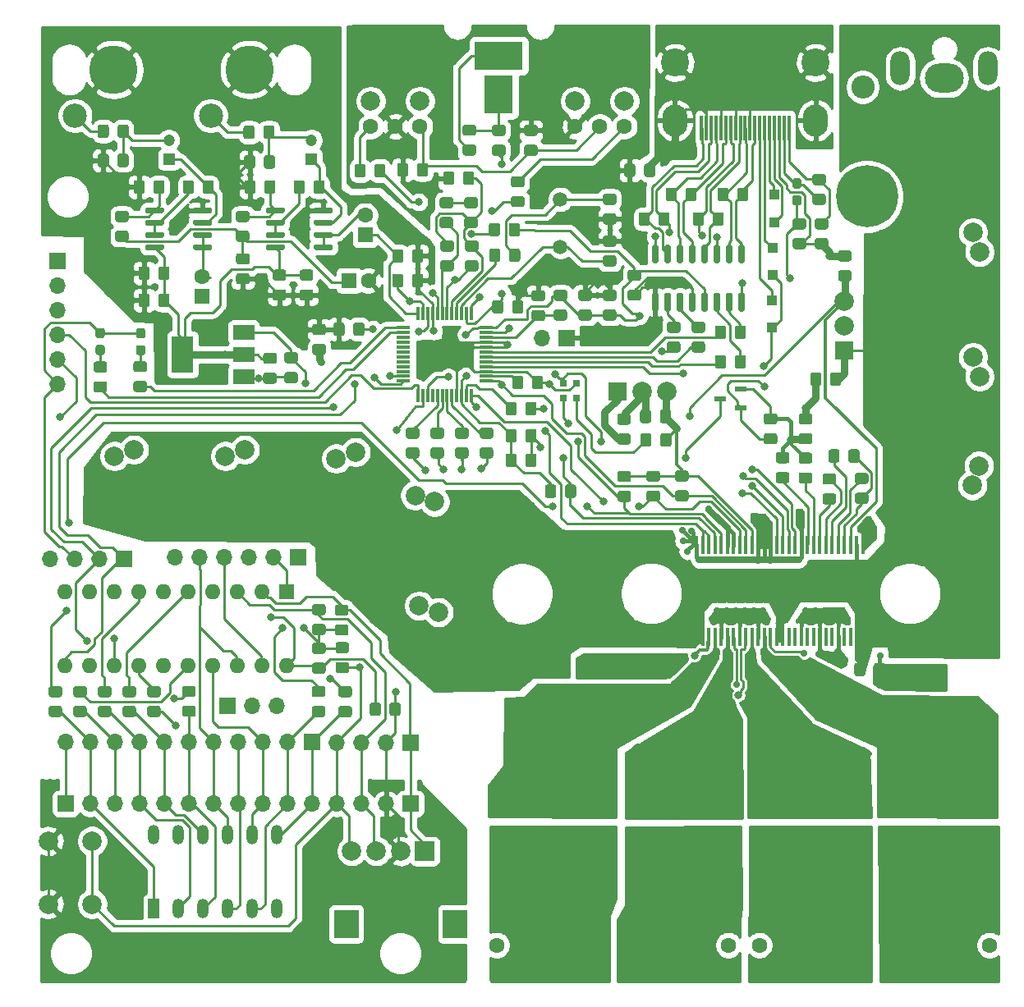
<source format=gtl>
G04 #@! TF.GenerationSoftware,KiCad,Pcbnew,(5.1.6-0-10_14)*
G04 #@! TF.CreationDate,2020-08-23T05:08:53+09:00*
G04 #@! TF.ProjectId,TAS6422AMP,54415336-3432-4324-914d-502e6b696361,0.3*
G04 #@! TF.SameCoordinates,Original*
G04 #@! TF.FileFunction,Copper,L1,Top*
G04 #@! TF.FilePolarity,Positive*
%FSLAX46Y46*%
G04 Gerber Fmt 4.6, Leading zero omitted, Abs format (unit mm)*
G04 Created by KiCad (PCBNEW (5.1.6-0-10_14)) date 2020-08-23 05:08:53*
%MOMM*%
%LPD*%
G01*
G04 APERTURE LIST*
G04 #@! TA.AperFunction,ComponentPad*
%ADD10O,1.700000X1.700000*%
G04 #@! TD*
G04 #@! TA.AperFunction,ComponentPad*
%ADD11R,1.700000X1.700000*%
G04 #@! TD*
G04 #@! TA.AperFunction,ComponentPad*
%ADD12R,3.000000X4.000000*%
G04 #@! TD*
G04 #@! TA.AperFunction,ComponentPad*
%ADD13R,5.000000X3.000000*%
G04 #@! TD*
G04 #@! TA.AperFunction,ComponentPad*
%ADD14R,2.000000X2.000000*%
G04 #@! TD*
G04 #@! TA.AperFunction,ComponentPad*
%ADD15C,2.000000*%
G04 #@! TD*
G04 #@! TA.AperFunction,ComponentPad*
%ADD16R,2.500000X3.000000*%
G04 #@! TD*
G04 #@! TA.AperFunction,ComponentPad*
%ADD17C,1.500000*%
G04 #@! TD*
G04 #@! TA.AperFunction,SMDPad,CuDef*
%ADD18R,0.435000X1.900000*%
G04 #@! TD*
G04 #@! TA.AperFunction,ComponentPad*
%ADD19C,1.200000*%
G04 #@! TD*
G04 #@! TA.AperFunction,ComponentPad*
%ADD20R,1.200000X1.200000*%
G04 #@! TD*
G04 #@! TA.AperFunction,ComponentPad*
%ADD21C,1.600000*%
G04 #@! TD*
G04 #@! TA.AperFunction,ComponentPad*
%ADD22R,1.600000X1.600000*%
G04 #@! TD*
G04 #@! TA.AperFunction,ComponentPad*
%ADD23O,1.200000X2.000000*%
G04 #@! TD*
G04 #@! TA.AperFunction,ComponentPad*
%ADD24R,1.200000X2.000000*%
G04 #@! TD*
G04 #@! TA.AperFunction,ComponentPad*
%ADD25O,2.000000X3.500000*%
G04 #@! TD*
G04 #@! TA.AperFunction,ComponentPad*
%ADD26O,4.000000X3.000000*%
G04 #@! TD*
G04 #@! TA.AperFunction,ComponentPad*
%ADD27C,4.000000*%
G04 #@! TD*
G04 #@! TA.AperFunction,ComponentPad*
%ADD28R,3.000000X3.000000*%
G04 #@! TD*
G04 #@! TA.AperFunction,SMDPad,CuDef*
%ADD29R,10.000000X4.400000*%
G04 #@! TD*
G04 #@! TA.AperFunction,SMDPad,CuDef*
%ADD30R,2.200000X3.800000*%
G04 #@! TD*
G04 #@! TA.AperFunction,SMDPad,CuDef*
%ADD31R,2.200000X1.500000*%
G04 #@! TD*
G04 #@! TA.AperFunction,ComponentPad*
%ADD32O,1.600000X1.600000*%
G04 #@! TD*
G04 #@! TA.AperFunction,ComponentPad*
%ADD33C,6.400000*%
G04 #@! TD*
G04 #@! TA.AperFunction,ComponentPad*
%ADD34C,0.800000*%
G04 #@! TD*
G04 #@! TA.AperFunction,SMDPad,CuDef*
%ADD35R,1.100000X1.100000*%
G04 #@! TD*
G04 #@! TA.AperFunction,SMDPad,CuDef*
%ADD36R,1.300000X0.600000*%
G04 #@! TD*
G04 #@! TA.AperFunction,ComponentPad*
%ADD37R,1.000000X1.000000*%
G04 #@! TD*
G04 #@! TA.AperFunction,ComponentPad*
%ADD38O,2.400000X2.400000*%
G04 #@! TD*
G04 #@! TA.AperFunction,ComponentPad*
%ADD39R,2.400000X2.400000*%
G04 #@! TD*
G04 #@! TA.AperFunction,SMDPad,CuDef*
%ADD40R,0.300000X1.475000*%
G04 #@! TD*
G04 #@! TA.AperFunction,SMDPad,CuDef*
%ADD41R,1.475000X0.300000*%
G04 #@! TD*
G04 #@! TA.AperFunction,SMDPad,CuDef*
%ADD42R,0.800000X0.800000*%
G04 #@! TD*
G04 #@! TA.AperFunction,ComponentPad*
%ADD43C,3.000000*%
G04 #@! TD*
G04 #@! TA.AperFunction,ComponentPad*
%ADD44C,5.000000*%
G04 #@! TD*
G04 #@! TA.AperFunction,ComponentPad*
%ADD45C,2.500000*%
G04 #@! TD*
G04 #@! TA.AperFunction,ComponentPad*
%ADD46R,1.900000X1.900000*%
G04 #@! TD*
G04 #@! TA.AperFunction,SMDPad,CuDef*
%ADD47R,0.300000X2.600000*%
G04 #@! TD*
G04 #@! TA.AperFunction,ComponentPad*
%ADD48O,2.600000X3.300000*%
G04 #@! TD*
G04 #@! TA.AperFunction,ComponentPad*
%ADD49C,2.885000*%
G04 #@! TD*
G04 #@! TA.AperFunction,ViaPad*
%ADD50C,0.800000*%
G04 #@! TD*
G04 #@! TA.AperFunction,ViaPad*
%ADD51C,0.700000*%
G04 #@! TD*
G04 #@! TA.AperFunction,ViaPad*
%ADD52C,2.000000*%
G04 #@! TD*
G04 #@! TA.AperFunction,Conductor*
%ADD53C,0.250000*%
G04 #@! TD*
G04 #@! TA.AperFunction,Conductor*
%ADD54C,0.800000*%
G04 #@! TD*
G04 #@! TA.AperFunction,Conductor*
%ADD55C,0.300000*%
G04 #@! TD*
G04 #@! TA.AperFunction,Conductor*
%ADD56C,0.434000*%
G04 #@! TD*
G04 #@! TA.AperFunction,Conductor*
%ADD57C,0.435000*%
G04 #@! TD*
G04 #@! TA.AperFunction,Conductor*
%ADD58C,1.000000*%
G04 #@! TD*
G04 #@! TA.AperFunction,Conductor*
%ADD59C,0.200000*%
G04 #@! TD*
G04 #@! TA.AperFunction,Conductor*
%ADD60C,0.700000*%
G04 #@! TD*
G04 #@! TA.AperFunction,Conductor*
%ADD61C,0.400000*%
G04 #@! TD*
G04 #@! TA.AperFunction,Conductor*
%ADD62C,0.254000*%
G04 #@! TD*
G04 APERTURE END LIST*
D10*
G04 #@! TO.P,J4,6*
G04 #@! TO.N,Net-(J4-Pad6)*
X90611960Y-107952540D03*
G04 #@! TO.P,J4,5*
G04 #@! TO.N,/DisplayR-Enc/DIG2*
X93151960Y-107952540D03*
G04 #@! TO.P,J4,4*
G04 #@! TO.N,/DisplayR-Enc/DIG1*
X95691960Y-107952540D03*
G04 #@! TO.P,J4,3*
G04 #@! TO.N,GND*
X98231960Y-107952540D03*
G04 #@! TO.P,J4,2*
G04 #@! TO.N,+3V3*
X100771960Y-107952540D03*
D11*
G04 #@! TO.P,J4,1*
G04 #@! TO.N,/DisplayR-Enc/MODE_SW*
X103311960Y-107952540D03*
G04 #@! TD*
G04 #@! TO.P,C20,2*
G04 #@! TO.N,Net-(C18-Pad1)*
G04 #@! TA.AperFunction,SMDPad,CuDef*
G36*
G01*
X114180000Y-76410399D02*
X114180000Y-77310401D01*
G75*
G02*
X113930001Y-77560400I-249999J0D01*
G01*
X113279999Y-77560400D01*
G75*
G02*
X113030000Y-77310401I0J249999D01*
G01*
X113030000Y-76410399D01*
G75*
G02*
X113279999Y-76160400I249999J0D01*
G01*
X113930001Y-76160400D01*
G75*
G02*
X114180000Y-76410399I0J-249999D01*
G01*
G37*
G04 #@! TD.AperFunction*
G04 #@! TO.P,C20,1*
G04 #@! TO.N,GNDA*
G04 #@! TA.AperFunction,SMDPad,CuDef*
G36*
G01*
X116230000Y-76410399D02*
X116230000Y-77310401D01*
G75*
G02*
X115980001Y-77560400I-249999J0D01*
G01*
X115329999Y-77560400D01*
G75*
G02*
X115080000Y-77310401I0J249999D01*
G01*
X115080000Y-76410399D01*
G75*
G02*
X115329999Y-76160400I249999J0D01*
G01*
X115980001Y-76160400D01*
G75*
G02*
X116230000Y-76410399I0J-249999D01*
G01*
G37*
G04 #@! TD.AperFunction*
G04 #@! TD*
G04 #@! TO.P,C21,2*
G04 #@! TO.N,Net-(C21-Pad2)*
G04 #@! TA.AperFunction,SMDPad,CuDef*
G36*
G01*
X121605001Y-71942500D02*
X120704999Y-71942500D01*
G75*
G02*
X120455000Y-71692501I0J249999D01*
G01*
X120455000Y-71042499D01*
G75*
G02*
X120704999Y-70792500I249999J0D01*
G01*
X121605001Y-70792500D01*
G75*
G02*
X121855000Y-71042499I0J-249999D01*
G01*
X121855000Y-71692501D01*
G75*
G02*
X121605001Y-71942500I-249999J0D01*
G01*
G37*
G04 #@! TD.AperFunction*
G04 #@! TO.P,C21,1*
G04 #@! TO.N,Net-(C21-Pad1)*
G04 #@! TA.AperFunction,SMDPad,CuDef*
G36*
G01*
X121605001Y-73992500D02*
X120704999Y-73992500D01*
G75*
G02*
X120455000Y-73742501I0J249999D01*
G01*
X120455000Y-73092499D01*
G75*
G02*
X120704999Y-72842500I249999J0D01*
G01*
X121605001Y-72842500D01*
G75*
G02*
X121855000Y-73092499I0J-249999D01*
G01*
X121855000Y-73742501D01*
G75*
G02*
X121605001Y-73992500I-249999J0D01*
G01*
G37*
G04 #@! TD.AperFunction*
G04 #@! TD*
G04 #@! TO.P,C22,2*
G04 #@! TO.N,Net-(C22-Pad2)*
G04 #@! TA.AperFunction,SMDPad,CuDef*
G36*
G01*
X118243999Y-77310400D02*
X119144001Y-77310400D01*
G75*
G02*
X119394000Y-77560399I0J-249999D01*
G01*
X119394000Y-78210401D01*
G75*
G02*
X119144001Y-78460400I-249999J0D01*
G01*
X118243999Y-78460400D01*
G75*
G02*
X117994000Y-78210401I0J249999D01*
G01*
X117994000Y-77560399D01*
G75*
G02*
X118243999Y-77310400I249999J0D01*
G01*
G37*
G04 #@! TD.AperFunction*
G04 #@! TO.P,C22,1*
G04 #@! TO.N,Net-(C21-Pad1)*
G04 #@! TA.AperFunction,SMDPad,CuDef*
G36*
G01*
X118243999Y-75260400D02*
X119144001Y-75260400D01*
G75*
G02*
X119394000Y-75510399I0J-249999D01*
G01*
X119394000Y-76160401D01*
G75*
G02*
X119144001Y-76410400I-249999J0D01*
G01*
X118243999Y-76410400D01*
G75*
G02*
X117994000Y-76160401I0J249999D01*
G01*
X117994000Y-75510399D01*
G75*
G02*
X118243999Y-75260400I249999J0D01*
G01*
G37*
G04 #@! TD.AperFunction*
G04 #@! TD*
G04 #@! TO.P,C23,2*
G04 #@! TO.N,Net-(C21-Pad1)*
G04 #@! TA.AperFunction,SMDPad,CuDef*
G36*
G01*
X121684001Y-76410400D02*
X120783999Y-76410400D01*
G75*
G02*
X120534000Y-76160401I0J249999D01*
G01*
X120534000Y-75510399D01*
G75*
G02*
X120783999Y-75260400I249999J0D01*
G01*
X121684001Y-75260400D01*
G75*
G02*
X121934000Y-75510399I0J-249999D01*
G01*
X121934000Y-76160401D01*
G75*
G02*
X121684001Y-76410400I-249999J0D01*
G01*
G37*
G04 #@! TD.AperFunction*
G04 #@! TO.P,C23,1*
G04 #@! TO.N,Net-(C23-Pad1)*
G04 #@! TA.AperFunction,SMDPad,CuDef*
G36*
G01*
X121684001Y-78460400D02*
X120783999Y-78460400D01*
G75*
G02*
X120534000Y-78210401I0J249999D01*
G01*
X120534000Y-77560399D01*
G75*
G02*
X120783999Y-77310400I249999J0D01*
G01*
X121684001Y-77310400D01*
G75*
G02*
X121934000Y-77560399I0J-249999D01*
G01*
X121934000Y-78210401D01*
G75*
G02*
X121684001Y-78460400I-249999J0D01*
G01*
G37*
G04 #@! TD.AperFunction*
G04 #@! TD*
G04 #@! TO.P,C24,2*
G04 #@! TO.N,+3V3*
G04 #@! TA.AperFunction,SMDPad,CuDef*
G36*
G01*
X125864000Y-97492399D02*
X125864000Y-98392401D01*
G75*
G02*
X125614001Y-98642400I-249999J0D01*
G01*
X124963999Y-98642400D01*
G75*
G02*
X124714000Y-98392401I0J249999D01*
G01*
X124714000Y-97492399D01*
G75*
G02*
X124963999Y-97242400I249999J0D01*
G01*
X125614001Y-97242400D01*
G75*
G02*
X125864000Y-97492399I0J-249999D01*
G01*
G37*
G04 #@! TD.AperFunction*
G04 #@! TO.P,C24,1*
G04 #@! TO.N,GND*
G04 #@! TA.AperFunction,SMDPad,CuDef*
G36*
G01*
X127914000Y-97492399D02*
X127914000Y-98392401D01*
G75*
G02*
X127664001Y-98642400I-249999J0D01*
G01*
X127013999Y-98642400D01*
G75*
G02*
X126764000Y-98392401I0J249999D01*
G01*
X126764000Y-97492399D01*
G75*
G02*
X127013999Y-97242400I249999J0D01*
G01*
X127664001Y-97242400D01*
G75*
G02*
X127914000Y-97492399I0J-249999D01*
G01*
G37*
G04 #@! TD.AperFunction*
G04 #@! TD*
G04 #@! TO.P,C25,2*
G04 #@! TO.N,GND*
G04 #@! TA.AperFunction,SMDPad,CuDef*
G36*
G01*
X126764000Y-95852401D02*
X126764000Y-94952399D01*
G75*
G02*
X127013999Y-94702400I249999J0D01*
G01*
X127664001Y-94702400D01*
G75*
G02*
X127914000Y-94952399I0J-249999D01*
G01*
X127914000Y-95852401D01*
G75*
G02*
X127664001Y-96102400I-249999J0D01*
G01*
X127013999Y-96102400D01*
G75*
G02*
X126764000Y-95852401I0J249999D01*
G01*
G37*
G04 #@! TD.AperFunction*
G04 #@! TO.P,C25,1*
G04 #@! TO.N,+3V3*
G04 #@! TA.AperFunction,SMDPad,CuDef*
G36*
G01*
X124714000Y-95852401D02*
X124714000Y-94952399D01*
G75*
G02*
X124963999Y-94702400I249999J0D01*
G01*
X125614001Y-94702400D01*
G75*
G02*
X125864000Y-94952399I0J-249999D01*
G01*
X125864000Y-95852401D01*
G75*
G02*
X125614001Y-96102400I-249999J0D01*
G01*
X124963999Y-96102400D01*
G75*
G02*
X124714000Y-95852401I0J249999D01*
G01*
G37*
G04 #@! TD.AperFunction*
G04 #@! TD*
G04 #@! TO.P,C26,2*
G04 #@! TO.N,Net-(C26-Pad2)*
G04 #@! TA.AperFunction,SMDPad,CuDef*
G36*
G01*
X135908001Y-71584400D02*
X135007999Y-71584400D01*
G75*
G02*
X134758000Y-71334401I0J249999D01*
G01*
X134758000Y-70684399D01*
G75*
G02*
X135007999Y-70434400I249999J0D01*
G01*
X135908001Y-70434400D01*
G75*
G02*
X136158000Y-70684399I0J-249999D01*
G01*
X136158000Y-71334401D01*
G75*
G02*
X135908001Y-71584400I-249999J0D01*
G01*
G37*
G04 #@! TD.AperFunction*
G04 #@! TO.P,C26,1*
G04 #@! TO.N,GND*
G04 #@! TA.AperFunction,SMDPad,CuDef*
G36*
G01*
X135908001Y-73634400D02*
X135007999Y-73634400D01*
G75*
G02*
X134758000Y-73384401I0J249999D01*
G01*
X134758000Y-72734399D01*
G75*
G02*
X135007999Y-72484400I249999J0D01*
G01*
X135908001Y-72484400D01*
G75*
G02*
X136158000Y-72734399I0J-249999D01*
G01*
X136158000Y-73384401D01*
G75*
G02*
X135908001Y-73634400I-249999J0D01*
G01*
G37*
G04 #@! TD.AperFunction*
G04 #@! TD*
G04 #@! TO.P,C27,2*
G04 #@! TO.N,Net-(C27-Pad2)*
G04 #@! TA.AperFunction,SMDPad,CuDef*
G36*
G01*
X135007999Y-76802400D02*
X135908001Y-76802400D01*
G75*
G02*
X136158000Y-77052399I0J-249999D01*
G01*
X136158000Y-77702401D01*
G75*
G02*
X135908001Y-77952400I-249999J0D01*
G01*
X135007999Y-77952400D01*
G75*
G02*
X134758000Y-77702401I0J249999D01*
G01*
X134758000Y-77052399D01*
G75*
G02*
X135007999Y-76802400I249999J0D01*
G01*
G37*
G04 #@! TD.AperFunction*
G04 #@! TO.P,C27,1*
G04 #@! TO.N,GND*
G04 #@! TA.AperFunction,SMDPad,CuDef*
G36*
G01*
X135007999Y-74752400D02*
X135908001Y-74752400D01*
G75*
G02*
X136158000Y-75002399I0J-249999D01*
G01*
X136158000Y-75652401D01*
G75*
G02*
X135908001Y-75902400I-249999J0D01*
G01*
X135007999Y-75902400D01*
G75*
G02*
X134758000Y-75652401I0J249999D01*
G01*
X134758000Y-75002399D01*
G75*
G02*
X135007999Y-74752400I249999J0D01*
G01*
G37*
G04 #@! TD.AperFunction*
G04 #@! TD*
G04 #@! TO.P,C28,2*
G04 #@! TO.N,+3V3*
G04 #@! TA.AperFunction,SMDPad,CuDef*
G36*
G01*
X132467999Y-82390400D02*
X133368001Y-82390400D01*
G75*
G02*
X133618000Y-82640399I0J-249999D01*
G01*
X133618000Y-83290401D01*
G75*
G02*
X133368001Y-83540400I-249999J0D01*
G01*
X132467999Y-83540400D01*
G75*
G02*
X132218000Y-83290401I0J249999D01*
G01*
X132218000Y-82640399D01*
G75*
G02*
X132467999Y-82390400I249999J0D01*
G01*
G37*
G04 #@! TD.AperFunction*
G04 #@! TO.P,C28,1*
G04 #@! TO.N,GND*
G04 #@! TA.AperFunction,SMDPad,CuDef*
G36*
G01*
X132467999Y-80340400D02*
X133368001Y-80340400D01*
G75*
G02*
X133618000Y-80590399I0J-249999D01*
G01*
X133618000Y-81240401D01*
G75*
G02*
X133368001Y-81490400I-249999J0D01*
G01*
X132467999Y-81490400D01*
G75*
G02*
X132218000Y-81240401I0J249999D01*
G01*
X132218000Y-80590399D01*
G75*
G02*
X132467999Y-80340400I249999J0D01*
G01*
G37*
G04 #@! TD.AperFunction*
G04 #@! TD*
G04 #@! TO.P,C29,2*
G04 #@! TO.N,+3V3*
G04 #@! TA.AperFunction,SMDPad,CuDef*
G36*
G01*
X135007999Y-82390400D02*
X135908001Y-82390400D01*
G75*
G02*
X136158000Y-82640399I0J-249999D01*
G01*
X136158000Y-83290401D01*
G75*
G02*
X135908001Y-83540400I-249999J0D01*
G01*
X135007999Y-83540400D01*
G75*
G02*
X134758000Y-83290401I0J249999D01*
G01*
X134758000Y-82640399D01*
G75*
G02*
X135007999Y-82390400I249999J0D01*
G01*
G37*
G04 #@! TD.AperFunction*
G04 #@! TO.P,C29,1*
G04 #@! TO.N,GND*
G04 #@! TA.AperFunction,SMDPad,CuDef*
G36*
G01*
X135007999Y-80340400D02*
X135908001Y-80340400D01*
G75*
G02*
X136158000Y-80590399I0J-249999D01*
G01*
X136158000Y-81240401D01*
G75*
G02*
X135908001Y-81490400I-249999J0D01*
G01*
X135007999Y-81490400D01*
G75*
G02*
X134758000Y-81240401I0J249999D01*
G01*
X134758000Y-80590399D01*
G75*
G02*
X135007999Y-80340400I249999J0D01*
G01*
G37*
G04 #@! TD.AperFunction*
G04 #@! TD*
G04 #@! TO.P,C30,2*
G04 #@! TO.N,Net-(C30-Pad2)*
G04 #@! TA.AperFunction,SMDPad,CuDef*
G36*
G01*
X127634999Y-82436100D02*
X128535001Y-82436100D01*
G75*
G02*
X128785000Y-82686099I0J-249999D01*
G01*
X128785000Y-83336101D01*
G75*
G02*
X128535001Y-83586100I-249999J0D01*
G01*
X127634999Y-83586100D01*
G75*
G02*
X127385000Y-83336101I0J249999D01*
G01*
X127385000Y-82686099D01*
G75*
G02*
X127634999Y-82436100I249999J0D01*
G01*
G37*
G04 #@! TD.AperFunction*
G04 #@! TO.P,C30,1*
G04 #@! TO.N,GND*
G04 #@! TA.AperFunction,SMDPad,CuDef*
G36*
G01*
X127634999Y-80386100D02*
X128535001Y-80386100D01*
G75*
G02*
X128785000Y-80636099I0J-249999D01*
G01*
X128785000Y-81286101D01*
G75*
G02*
X128535001Y-81536100I-249999J0D01*
G01*
X127634999Y-81536100D01*
G75*
G02*
X127385000Y-81286101I0J249999D01*
G01*
X127385000Y-80636099D01*
G75*
G02*
X127634999Y-80386100I249999J0D01*
G01*
G37*
G04 #@! TD.AperFunction*
G04 #@! TD*
G04 #@! TO.P,C31,2*
G04 #@! TO.N,Net-(C31-Pad2)*
G04 #@! TA.AperFunction,SMDPad,CuDef*
G36*
G01*
X159153000Y-97052999D02*
X159153000Y-97953001D01*
G75*
G02*
X158903001Y-98203000I-249999J0D01*
G01*
X158252999Y-98203000D01*
G75*
G02*
X158003000Y-97953001I0J249999D01*
G01*
X158003000Y-97052999D01*
G75*
G02*
X158252999Y-96803000I249999J0D01*
G01*
X158903001Y-96803000D01*
G75*
G02*
X159153000Y-97052999I0J-249999D01*
G01*
G37*
G04 #@! TD.AperFunction*
G04 #@! TO.P,C31,1*
G04 #@! TO.N,Net-(C31-Pad1)*
G04 #@! TA.AperFunction,SMDPad,CuDef*
G36*
G01*
X161203000Y-97052999D02*
X161203000Y-97953001D01*
G75*
G02*
X160953001Y-98203000I-249999J0D01*
G01*
X160302999Y-98203000D01*
G75*
G02*
X160053000Y-97953001I0J249999D01*
G01*
X160053000Y-97052999D01*
G75*
G02*
X160302999Y-96803000I249999J0D01*
G01*
X160953001Y-96803000D01*
G75*
G02*
X161203000Y-97052999I0J-249999D01*
G01*
G37*
G04 #@! TD.AperFunction*
G04 #@! TD*
G04 #@! TO.P,C32,2*
G04 #@! TO.N,Net-(C32-Pad2)*
G04 #@! TA.AperFunction,SMDPad,CuDef*
G36*
G01*
X155190999Y-99190000D02*
X156091001Y-99190000D01*
G75*
G02*
X156341000Y-99439999I0J-249999D01*
G01*
X156341000Y-100090001D01*
G75*
G02*
X156091001Y-100340000I-249999J0D01*
G01*
X155190999Y-100340000D01*
G75*
G02*
X154941000Y-100090001I0J249999D01*
G01*
X154941000Y-99439999D01*
G75*
G02*
X155190999Y-99190000I249999J0D01*
G01*
G37*
G04 #@! TD.AperFunction*
G04 #@! TO.P,C32,1*
G04 #@! TO.N,GNDS*
G04 #@! TA.AperFunction,SMDPad,CuDef*
G36*
G01*
X155190999Y-97140000D02*
X156091001Y-97140000D01*
G75*
G02*
X156341000Y-97389999I0J-249999D01*
G01*
X156341000Y-98040001D01*
G75*
G02*
X156091001Y-98290000I-249999J0D01*
G01*
X155190999Y-98290000D01*
G75*
G02*
X154941000Y-98040001I0J249999D01*
G01*
X154941000Y-97389999D01*
G75*
G02*
X155190999Y-97140000I249999J0D01*
G01*
G37*
G04 #@! TD.AperFunction*
G04 #@! TD*
G04 #@! TO.P,C33,2*
G04 #@! TO.N,Net-(C33-Pad2)*
G04 #@! TA.AperFunction,SMDPad,CuDef*
G36*
G01*
X161880001Y-100396000D02*
X160979999Y-100396000D01*
G75*
G02*
X160730000Y-100146001I0J249999D01*
G01*
X160730000Y-99495999D01*
G75*
G02*
X160979999Y-99246000I249999J0D01*
G01*
X161880001Y-99246000D01*
G75*
G02*
X162130000Y-99495999I0J-249999D01*
G01*
X162130000Y-100146001D01*
G75*
G02*
X161880001Y-100396000I-249999J0D01*
G01*
G37*
G04 #@! TD.AperFunction*
G04 #@! TO.P,C33,1*
G04 #@! TO.N,Net-(C31-Pad1)*
G04 #@! TA.AperFunction,SMDPad,CuDef*
G36*
G01*
X161880001Y-102446000D02*
X160979999Y-102446000D01*
G75*
G02*
X160730000Y-102196001I0J249999D01*
G01*
X160730000Y-101545999D01*
G75*
G02*
X160979999Y-101296000I249999J0D01*
G01*
X161880001Y-101296000D01*
G75*
G02*
X162130000Y-101545999I0J-249999D01*
G01*
X162130000Y-102196001D01*
G75*
G02*
X161880001Y-102446000I-249999J0D01*
G01*
G37*
G04 #@! TD.AperFunction*
G04 #@! TD*
G04 #@! TO.P,C34,2*
G04 #@! TO.N,Net-(C34-Pad2)*
G04 #@! TA.AperFunction,SMDPad,CuDef*
G36*
G01*
X157649999Y-101349000D02*
X158550001Y-101349000D01*
G75*
G02*
X158800000Y-101598999I0J-249999D01*
G01*
X158800000Y-102249001D01*
G75*
G02*
X158550001Y-102499000I-249999J0D01*
G01*
X157649999Y-102499000D01*
G75*
G02*
X157400000Y-102249001I0J249999D01*
G01*
X157400000Y-101598999D01*
G75*
G02*
X157649999Y-101349000I249999J0D01*
G01*
G37*
G04 #@! TD.AperFunction*
G04 #@! TO.P,C34,1*
G04 #@! TO.N,Net-(C34-Pad1)*
G04 #@! TA.AperFunction,SMDPad,CuDef*
G36*
G01*
X157649999Y-99299000D02*
X158550001Y-99299000D01*
G75*
G02*
X158800000Y-99548999I0J-249999D01*
G01*
X158800000Y-100199001D01*
G75*
G02*
X158550001Y-100449000I-249999J0D01*
G01*
X157649999Y-100449000D01*
G75*
G02*
X157400000Y-100199001I0J249999D01*
G01*
X157400000Y-99548999D01*
G75*
G02*
X157649999Y-99299000I249999J0D01*
G01*
G37*
G04 #@! TD.AperFunction*
G04 #@! TD*
G04 #@! TO.P,C35,2*
G04 #@! TO.N,Net-(C35-Pad2)*
G04 #@! TA.AperFunction,SMDPad,CuDef*
G36*
G01*
X152833999Y-99151900D02*
X153734001Y-99151900D01*
G75*
G02*
X153984000Y-99401899I0J-249999D01*
G01*
X153984000Y-100051901D01*
G75*
G02*
X153734001Y-100301900I-249999J0D01*
G01*
X152833999Y-100301900D01*
G75*
G02*
X152584000Y-100051901I0J249999D01*
G01*
X152584000Y-99401899D01*
G75*
G02*
X152833999Y-99151900I249999J0D01*
G01*
G37*
G04 #@! TD.AperFunction*
G04 #@! TO.P,C35,1*
G04 #@! TO.N,GNDS*
G04 #@! TA.AperFunction,SMDPad,CuDef*
G36*
G01*
X152833999Y-97101900D02*
X153734001Y-97101900D01*
G75*
G02*
X153984000Y-97351899I0J-249999D01*
G01*
X153984000Y-98001901D01*
G75*
G02*
X153734001Y-98251900I-249999J0D01*
G01*
X152833999Y-98251900D01*
G75*
G02*
X152584000Y-98001901I0J249999D01*
G01*
X152584000Y-97351899D01*
G75*
G02*
X152833999Y-97101900I249999J0D01*
G01*
G37*
G04 #@! TD.AperFunction*
G04 #@! TD*
G04 #@! TO.P,C39,2*
G04 #@! TO.N,GND*
G04 #@! TA.AperFunction,SMDPad,CuDef*
G36*
G01*
X114688000Y-67520399D02*
X114688000Y-68420401D01*
G75*
G02*
X114438001Y-68670400I-249999J0D01*
G01*
X113787999Y-68670400D01*
G75*
G02*
X113538000Y-68420401I0J249999D01*
G01*
X113538000Y-67520399D01*
G75*
G02*
X113787999Y-67270400I249999J0D01*
G01*
X114438001Y-67270400D01*
G75*
G02*
X114688000Y-67520399I0J-249999D01*
G01*
G37*
G04 #@! TD.AperFunction*
G04 #@! TO.P,C39,1*
G04 #@! TO.N,+3V3*
G04 #@! TA.AperFunction,SMDPad,CuDef*
G36*
G01*
X116738000Y-67520399D02*
X116738000Y-68420401D01*
G75*
G02*
X116488001Y-68670400I-249999J0D01*
G01*
X115837999Y-68670400D01*
G75*
G02*
X115588000Y-68420401I0J249999D01*
G01*
X115588000Y-67520399D01*
G75*
G02*
X115837999Y-67270400I249999J0D01*
G01*
X116488001Y-67270400D01*
G75*
G02*
X116738000Y-67520399I0J-249999D01*
G01*
G37*
G04 #@! TD.AperFunction*
G04 #@! TD*
G04 #@! TO.P,C40,2*
G04 #@! TO.N,GND*
G04 #@! TA.AperFunction,SMDPad,CuDef*
G36*
G01*
X127780001Y-64481400D02*
X126879999Y-64481400D01*
G75*
G02*
X126630000Y-64231401I0J249999D01*
G01*
X126630000Y-63581399D01*
G75*
G02*
X126879999Y-63331400I249999J0D01*
G01*
X127780001Y-63331400D01*
G75*
G02*
X128030000Y-63581399I0J-249999D01*
G01*
X128030000Y-64231401D01*
G75*
G02*
X127780001Y-64481400I-249999J0D01*
G01*
G37*
G04 #@! TD.AperFunction*
G04 #@! TO.P,C40,1*
G04 #@! TO.N,+3V3*
G04 #@! TA.AperFunction,SMDPad,CuDef*
G36*
G01*
X127780001Y-66531400D02*
X126879999Y-66531400D01*
G75*
G02*
X126630000Y-66281401I0J249999D01*
G01*
X126630000Y-65631399D01*
G75*
G02*
X126879999Y-65381400I249999J0D01*
G01*
X127780001Y-65381400D01*
G75*
G02*
X128030000Y-65631399I0J-249999D01*
G01*
X128030000Y-66281401D01*
G75*
G02*
X127780001Y-66531400I-249999J0D01*
G01*
G37*
G04 #@! TD.AperFunction*
G04 #@! TD*
G04 #@! TO.P,C45,2*
G04 #@! TO.N,GNDS*
G04 #@! TA.AperFunction,SMDPad,CuDef*
G36*
G01*
X141278999Y-117932620D02*
X142179001Y-117932620D01*
G75*
G02*
X142429000Y-118182619I0J-249999D01*
G01*
X142429000Y-118832621D01*
G75*
G02*
X142179001Y-119082620I-249999J0D01*
G01*
X141278999Y-119082620D01*
G75*
G02*
X141029000Y-118832621I0J249999D01*
G01*
X141029000Y-118182619D01*
G75*
G02*
X141278999Y-117932620I249999J0D01*
G01*
G37*
G04 #@! TD.AperFunction*
G04 #@! TO.P,C45,1*
G04 #@! TO.N,+24V*
G04 #@! TA.AperFunction,SMDPad,CuDef*
G36*
G01*
X141278999Y-115882620D02*
X142179001Y-115882620D01*
G75*
G02*
X142429000Y-116132619I0J-249999D01*
G01*
X142429000Y-116782621D01*
G75*
G02*
X142179001Y-117032620I-249999J0D01*
G01*
X141278999Y-117032620D01*
G75*
G02*
X141029000Y-116782621I0J249999D01*
G01*
X141029000Y-116132619D01*
G75*
G02*
X141278999Y-115882620I249999J0D01*
G01*
G37*
G04 #@! TD.AperFunction*
G04 #@! TD*
G04 #@! TO.P,C46,2*
G04 #@! TO.N,GNDS*
G04 #@! TA.AperFunction,SMDPad,CuDef*
G36*
G01*
X137642179Y-117902140D02*
X138542181Y-117902140D01*
G75*
G02*
X138792180Y-118152139I0J-249999D01*
G01*
X138792180Y-118802141D01*
G75*
G02*
X138542181Y-119052140I-249999J0D01*
G01*
X137642179Y-119052140D01*
G75*
G02*
X137392180Y-118802141I0J249999D01*
G01*
X137392180Y-118152139D01*
G75*
G02*
X137642179Y-117902140I249999J0D01*
G01*
G37*
G04 #@! TD.AperFunction*
G04 #@! TO.P,C46,1*
G04 #@! TO.N,+24V*
G04 #@! TA.AperFunction,SMDPad,CuDef*
G36*
G01*
X137642179Y-115852140D02*
X138542181Y-115852140D01*
G75*
G02*
X138792180Y-116102139I0J-249999D01*
G01*
X138792180Y-116752141D01*
G75*
G02*
X138542181Y-117002140I-249999J0D01*
G01*
X137642179Y-117002140D01*
G75*
G02*
X137392180Y-116752141I0J249999D01*
G01*
X137392180Y-116102139D01*
G75*
G02*
X137642179Y-115852140I249999J0D01*
G01*
G37*
G04 #@! TD.AperFunction*
G04 #@! TD*
G04 #@! TO.P,C47,2*
G04 #@! TO.N,GNDS*
G04 #@! TA.AperFunction,SMDPad,CuDef*
G36*
G01*
X162733000Y-119977001D02*
X162733000Y-119076999D01*
G75*
G02*
X162982999Y-118827000I249999J0D01*
G01*
X163633001Y-118827000D01*
G75*
G02*
X163883000Y-119076999I0J-249999D01*
G01*
X163883000Y-119977001D01*
G75*
G02*
X163633001Y-120227000I-249999J0D01*
G01*
X162982999Y-120227000D01*
G75*
G02*
X162733000Y-119977001I0J249999D01*
G01*
G37*
G04 #@! TD.AperFunction*
G04 #@! TO.P,C47,1*
G04 #@! TO.N,+24V*
G04 #@! TA.AperFunction,SMDPad,CuDef*
G36*
G01*
X160683000Y-119977001D02*
X160683000Y-119076999D01*
G75*
G02*
X160932999Y-118827000I249999J0D01*
G01*
X161583001Y-118827000D01*
G75*
G02*
X161833000Y-119076999I0J-249999D01*
G01*
X161833000Y-119977001D01*
G75*
G02*
X161583001Y-120227000I-249999J0D01*
G01*
X160932999Y-120227000D01*
G75*
G02*
X160683000Y-119977001I0J249999D01*
G01*
G37*
G04 #@! TD.AperFunction*
G04 #@! TD*
G04 #@! TO.P,C48,2*
G04 #@! TO.N,GNDS*
G04 #@! TA.AperFunction,SMDPad,CuDef*
G36*
G01*
X166310999Y-119144000D02*
X167211001Y-119144000D01*
G75*
G02*
X167461000Y-119393999I0J-249999D01*
G01*
X167461000Y-120044001D01*
G75*
G02*
X167211001Y-120294000I-249999J0D01*
G01*
X166310999Y-120294000D01*
G75*
G02*
X166061000Y-120044001I0J249999D01*
G01*
X166061000Y-119393999D01*
G75*
G02*
X166310999Y-119144000I249999J0D01*
G01*
G37*
G04 #@! TD.AperFunction*
G04 #@! TO.P,C48,1*
G04 #@! TO.N,+24V*
G04 #@! TA.AperFunction,SMDPad,CuDef*
G36*
G01*
X166310999Y-117094000D02*
X167211001Y-117094000D01*
G75*
G02*
X167461000Y-117343999I0J-249999D01*
G01*
X167461000Y-117994001D01*
G75*
G02*
X167211001Y-118244000I-249999J0D01*
G01*
X166310999Y-118244000D01*
G75*
G02*
X166061000Y-117994001I0J249999D01*
G01*
X166061000Y-117343999D01*
G75*
G02*
X166310999Y-117094000I249999J0D01*
G01*
G37*
G04 #@! TD.AperFunction*
G04 #@! TD*
G04 #@! TO.P,C49,2*
G04 #@! TO.N,Net-(C49-Pad2)*
G04 #@! TA.AperFunction,SMDPad,CuDef*
G36*
G01*
X124478001Y-64481400D02*
X123577999Y-64481400D01*
G75*
G02*
X123328000Y-64231401I0J249999D01*
G01*
X123328000Y-63581399D01*
G75*
G02*
X123577999Y-63331400I249999J0D01*
G01*
X124478001Y-63331400D01*
G75*
G02*
X124728000Y-63581399I0J-249999D01*
G01*
X124728000Y-64231401D01*
G75*
G02*
X124478001Y-64481400I-249999J0D01*
G01*
G37*
G04 #@! TD.AperFunction*
G04 #@! TO.P,C49,1*
G04 #@! TO.N,Net-(C49-Pad1)*
G04 #@! TA.AperFunction,SMDPad,CuDef*
G36*
G01*
X124478001Y-66531400D02*
X123577999Y-66531400D01*
G75*
G02*
X123328000Y-66281401I0J249999D01*
G01*
X123328000Y-65631399D01*
G75*
G02*
X123577999Y-65381400I249999J0D01*
G01*
X124478001Y-65381400D01*
G75*
G02*
X124728000Y-65631399I0J-249999D01*
G01*
X124728000Y-66281401D01*
G75*
G02*
X124478001Y-66531400I-249999J0D01*
G01*
G37*
G04 #@! TD.AperFunction*
G04 #@! TD*
G04 #@! TO.P,D1,2*
G04 #@! TO.N,+3V3*
G04 #@! TA.AperFunction,SMDPad,CuDef*
G36*
G01*
X87339180Y-85359760D02*
X86864180Y-85359760D01*
G75*
G02*
X86626680Y-85122260I0J237500D01*
G01*
X86626680Y-84547260D01*
G75*
G02*
X86864180Y-84309760I237500J0D01*
G01*
X87339180Y-84309760D01*
G75*
G02*
X87576680Y-84547260I0J-237500D01*
G01*
X87576680Y-85122260D01*
G75*
G02*
X87339180Y-85359760I-237500J0D01*
G01*
G37*
G04 #@! TD.AperFunction*
G04 #@! TO.P,D1,1*
G04 #@! TO.N,Net-(D1-Pad1)*
G04 #@! TA.AperFunction,SMDPad,CuDef*
G36*
G01*
X87339180Y-87109760D02*
X86864180Y-87109760D01*
G75*
G02*
X86626680Y-86872260I0J237500D01*
G01*
X86626680Y-86297260D01*
G75*
G02*
X86864180Y-86059760I237500J0D01*
G01*
X87339180Y-86059760D01*
G75*
G02*
X87576680Y-86297260I0J-237500D01*
G01*
X87576680Y-86872260D01*
G75*
G02*
X87339180Y-87109760I-237500J0D01*
G01*
G37*
G04 #@! TD.AperFunction*
G04 #@! TD*
G04 #@! TO.P,FB1,2*
G04 #@! TO.N,GNDA*
G04 #@! TA.AperFunction,SMDPad,CuDef*
G36*
G01*
X105943821Y-85028620D02*
X105043819Y-85028620D01*
G75*
G02*
X104793820Y-84778621I0J249999D01*
G01*
X104793820Y-84128619D01*
G75*
G02*
X105043819Y-83878620I249999J0D01*
G01*
X105943821Y-83878620D01*
G75*
G02*
X106193820Y-84128619I0J-249999D01*
G01*
X106193820Y-84778621D01*
G75*
G02*
X105943821Y-85028620I-249999J0D01*
G01*
G37*
G04 #@! TD.AperFunction*
G04 #@! TO.P,FB1,1*
G04 #@! TO.N,GND*
G04 #@! TA.AperFunction,SMDPad,CuDef*
G36*
G01*
X105943821Y-87078620D02*
X105043819Y-87078620D01*
G75*
G02*
X104793820Y-86828621I0J249999D01*
G01*
X104793820Y-86178619D01*
G75*
G02*
X105043819Y-85928620I249999J0D01*
G01*
X105943821Y-85928620D01*
G75*
G02*
X106193820Y-86178619I0J-249999D01*
G01*
X106193820Y-86828621D01*
G75*
G02*
X105943821Y-87078620I-249999J0D01*
G01*
G37*
G04 #@! TD.AperFunction*
G04 #@! TD*
G04 #@! TO.P,FB2,2*
G04 #@! TO.N,Net-(C23-Pad1)*
G04 #@! TA.AperFunction,SMDPad,CuDef*
G36*
G01*
X124159860Y-73695139D02*
X124159860Y-74595141D01*
G75*
G02*
X123909861Y-74845140I-249999J0D01*
G01*
X123259859Y-74845140D01*
G75*
G02*
X123009860Y-74595141I0J249999D01*
G01*
X123009860Y-73695139D01*
G75*
G02*
X123259859Y-73445140I249999J0D01*
G01*
X123909861Y-73445140D01*
G75*
G02*
X124159860Y-73695139I0J-249999D01*
G01*
G37*
G04 #@! TD.AperFunction*
G04 #@! TO.P,FB2,1*
G04 #@! TO.N,+3V3*
G04 #@! TA.AperFunction,SMDPad,CuDef*
G36*
G01*
X126209860Y-73695139D02*
X126209860Y-74595141D01*
G75*
G02*
X125959861Y-74845140I-249999J0D01*
G01*
X125309859Y-74845140D01*
G75*
G02*
X125059860Y-74595141I0J249999D01*
G01*
X125059860Y-73695139D01*
G75*
G02*
X125309859Y-73445140I249999J0D01*
G01*
X125959861Y-73445140D01*
G75*
G02*
X126209860Y-73695139I0J-249999D01*
G01*
G37*
G04 #@! TD.AperFunction*
G04 #@! TD*
D12*
G04 #@! TO.P,J3,1*
G04 #@! TO.N,Net-(C49-Pad2)*
X124028000Y-60222400D03*
D13*
G04 #@! TO.P,J3,2*
G04 #@! TO.N,Net-(IC1-Pad38)*
X124028000Y-56222400D03*
G04 #@! TD*
G04 #@! TO.P,R2,2*
G04 #@! TO.N,Net-(C5-Pad2)*
G04 #@! TA.AperFunction,SMDPad,CuDef*
G36*
G01*
X99809720Y-67610141D02*
X99809720Y-66710139D01*
G75*
G02*
X100059719Y-66460140I249999J0D01*
G01*
X100709721Y-66460140D01*
G75*
G02*
X100959720Y-66710139I0J-249999D01*
G01*
X100959720Y-67610141D01*
G75*
G02*
X100709721Y-67860140I-249999J0D01*
G01*
X100059719Y-67860140D01*
G75*
G02*
X99809720Y-67610141I0J249999D01*
G01*
G37*
G04 #@! TD.AperFunction*
G04 #@! TO.P,R2,1*
G04 #@! TO.N,GNDA*
G04 #@! TA.AperFunction,SMDPad,CuDef*
G36*
G01*
X97759720Y-67610141D02*
X97759720Y-66710139D01*
G75*
G02*
X98009719Y-66460140I249999J0D01*
G01*
X98659721Y-66460140D01*
G75*
G02*
X98909720Y-66710139I0J-249999D01*
G01*
X98909720Y-67610141D01*
G75*
G02*
X98659721Y-67860140I-249999J0D01*
G01*
X98009719Y-67860140D01*
G75*
G02*
X97759720Y-67610141I0J249999D01*
G01*
G37*
G04 #@! TD.AperFunction*
G04 #@! TD*
G04 #@! TO.P,R3,2*
G04 #@! TO.N,Net-(C6-Pad2)*
G04 #@! TA.AperFunction,SMDPad,CuDef*
G36*
G01*
X84711960Y-67455201D02*
X84711960Y-66555199D01*
G75*
G02*
X84961959Y-66305200I249999J0D01*
G01*
X85611961Y-66305200D01*
G75*
G02*
X85861960Y-66555199I0J-249999D01*
G01*
X85861960Y-67455201D01*
G75*
G02*
X85611961Y-67705200I-249999J0D01*
G01*
X84961959Y-67705200D01*
G75*
G02*
X84711960Y-67455201I0J249999D01*
G01*
G37*
G04 #@! TD.AperFunction*
G04 #@! TO.P,R3,1*
G04 #@! TO.N,GNDA*
G04 #@! TA.AperFunction,SMDPad,CuDef*
G36*
G01*
X82661960Y-67455201D02*
X82661960Y-66555199D01*
G75*
G02*
X82911959Y-66305200I249999J0D01*
G01*
X83561961Y-66305200D01*
G75*
G02*
X83811960Y-66555199I0J-249999D01*
G01*
X83811960Y-67455201D01*
G75*
G02*
X83561961Y-67705200I-249999J0D01*
G01*
X82911959Y-67705200D01*
G75*
G02*
X82661960Y-67455201I0J249999D01*
G01*
G37*
G04 #@! TD.AperFunction*
G04 #@! TD*
G04 #@! TO.P,R4,2*
G04 #@! TO.N,Net-(IC1-Pad1)*
G04 #@! TA.AperFunction,SMDPad,CuDef*
G36*
G01*
X86600879Y-89751320D02*
X87500881Y-89751320D01*
G75*
G02*
X87750880Y-90001319I0J-249999D01*
G01*
X87750880Y-90651321D01*
G75*
G02*
X87500881Y-90901320I-249999J0D01*
G01*
X86600879Y-90901320D01*
G75*
G02*
X86350880Y-90651321I0J249999D01*
G01*
X86350880Y-90001319D01*
G75*
G02*
X86600879Y-89751320I249999J0D01*
G01*
G37*
G04 #@! TD.AperFunction*
G04 #@! TO.P,R4,1*
G04 #@! TO.N,Net-(D1-Pad1)*
G04 #@! TA.AperFunction,SMDPad,CuDef*
G36*
G01*
X86600879Y-87701320D02*
X87500881Y-87701320D01*
G75*
G02*
X87750880Y-87951319I0J-249999D01*
G01*
X87750880Y-88601321D01*
G75*
G02*
X87500881Y-88851320I-249999J0D01*
G01*
X86600879Y-88851320D01*
G75*
G02*
X86350880Y-88601321I0J249999D01*
G01*
X86350880Y-87951319D01*
G75*
G02*
X86600879Y-87701320I249999J0D01*
G01*
G37*
G04 #@! TD.AperFunction*
G04 #@! TD*
G04 #@! TO.P,R5,2*
G04 #@! TO.N,Net-(P1-Pad1)*
G04 #@! TA.AperFunction,SMDPad,CuDef*
G36*
G01*
X98846220Y-63651979D02*
X98846220Y-64551981D01*
G75*
G02*
X98596221Y-64801980I-249999J0D01*
G01*
X97946219Y-64801980D01*
G75*
G02*
X97696220Y-64551981I0J249999D01*
G01*
X97696220Y-63651979D01*
G75*
G02*
X97946219Y-63401980I249999J0D01*
G01*
X98596221Y-63401980D01*
G75*
G02*
X98846220Y-63651979I0J-249999D01*
G01*
G37*
G04 #@! TD.AperFunction*
G04 #@! TO.P,R5,1*
G04 #@! TO.N,Net-(C5-Pad2)*
G04 #@! TA.AperFunction,SMDPad,CuDef*
G36*
G01*
X100896220Y-63651979D02*
X100896220Y-64551981D01*
G75*
G02*
X100646221Y-64801980I-249999J0D01*
G01*
X99996219Y-64801980D01*
G75*
G02*
X99746220Y-64551981I0J249999D01*
G01*
X99746220Y-63651979D01*
G75*
G02*
X99996219Y-63401980I249999J0D01*
G01*
X100646221Y-63401980D01*
G75*
G02*
X100896220Y-63651979I0J-249999D01*
G01*
G37*
G04 #@! TD.AperFunction*
G04 #@! TD*
G04 #@! TO.P,R6,2*
G04 #@! TO.N,Net-(P1-Pad3)*
G04 #@! TA.AperFunction,SMDPad,CuDef*
G36*
G01*
X83811960Y-63537679D02*
X83811960Y-64437681D01*
G75*
G02*
X83561961Y-64687680I-249999J0D01*
G01*
X82911959Y-64687680D01*
G75*
G02*
X82661960Y-64437681I0J249999D01*
G01*
X82661960Y-63537679D01*
G75*
G02*
X82911959Y-63287680I249999J0D01*
G01*
X83561961Y-63287680D01*
G75*
G02*
X83811960Y-63537679I0J-249999D01*
G01*
G37*
G04 #@! TD.AperFunction*
G04 #@! TO.P,R6,1*
G04 #@! TO.N,Net-(C6-Pad2)*
G04 #@! TA.AperFunction,SMDPad,CuDef*
G36*
G01*
X85861960Y-63537679D02*
X85861960Y-64437681D01*
G75*
G02*
X85611961Y-64687680I-249999J0D01*
G01*
X84961959Y-64687680D01*
G75*
G02*
X84711960Y-64437681I0J249999D01*
G01*
X84711960Y-63537679D01*
G75*
G02*
X84961959Y-63287680I249999J0D01*
G01*
X85611961Y-63287680D01*
G75*
G02*
X85861960Y-63537679I0J-249999D01*
G01*
G37*
G04 #@! TD.AperFunction*
G04 #@! TD*
G04 #@! TO.P,R7,2*
G04 #@! TO.N,Net-(C5-Pad1)*
G04 #@! TA.AperFunction,SMDPad,CuDef*
G36*
G01*
X104920000Y-70198401D02*
X104920000Y-69298399D01*
G75*
G02*
X105169999Y-69048400I249999J0D01*
G01*
X105820001Y-69048400D01*
G75*
G02*
X106070000Y-69298399I0J-249999D01*
G01*
X106070000Y-70198401D01*
G75*
G02*
X105820001Y-70448400I-249999J0D01*
G01*
X105169999Y-70448400D01*
G75*
G02*
X104920000Y-70198401I0J249999D01*
G01*
G37*
G04 #@! TD.AperFunction*
G04 #@! TO.P,R7,1*
G04 #@! TO.N,Net-(R7-Pad1)*
G04 #@! TA.AperFunction,SMDPad,CuDef*
G36*
G01*
X102870000Y-70198401D02*
X102870000Y-69298399D01*
G75*
G02*
X103119999Y-69048400I249999J0D01*
G01*
X103770001Y-69048400D01*
G75*
G02*
X104020000Y-69298399I0J-249999D01*
G01*
X104020000Y-70198401D01*
G75*
G02*
X103770001Y-70448400I-249999J0D01*
G01*
X103119999Y-70448400D01*
G75*
G02*
X102870000Y-70198401I0J249999D01*
G01*
G37*
G04 #@! TD.AperFunction*
G04 #@! TD*
G04 #@! TO.P,R8,2*
G04 #@! TO.N,Net-(C6-Pad1)*
G04 #@! TA.AperFunction,SMDPad,CuDef*
G36*
G01*
X93490200Y-70198401D02*
X93490200Y-69298399D01*
G75*
G02*
X93740199Y-69048400I249999J0D01*
G01*
X94390201Y-69048400D01*
G75*
G02*
X94640200Y-69298399I0J-249999D01*
G01*
X94640200Y-70198401D01*
G75*
G02*
X94390201Y-70448400I-249999J0D01*
G01*
X93740199Y-70448400D01*
G75*
G02*
X93490200Y-70198401I0J249999D01*
G01*
G37*
G04 #@! TD.AperFunction*
G04 #@! TO.P,R8,1*
G04 #@! TO.N,Net-(R8-Pad1)*
G04 #@! TA.AperFunction,SMDPad,CuDef*
G36*
G01*
X91440200Y-70198401D02*
X91440200Y-69298399D01*
G75*
G02*
X91690199Y-69048400I249999J0D01*
G01*
X92340201Y-69048400D01*
G75*
G02*
X92590200Y-69298399I0J-249999D01*
G01*
X92590200Y-70198401D01*
G75*
G02*
X92340201Y-70448400I-249999J0D01*
G01*
X91690199Y-70448400D01*
G75*
G02*
X91440200Y-70198401I0J249999D01*
G01*
G37*
G04 #@! TD.AperFunction*
G04 #@! TD*
G04 #@! TO.P,R9,2*
G04 #@! TO.N,Net-(C13-Pad1)*
G04 #@! TA.AperFunction,SMDPad,CuDef*
G36*
G01*
X85616201Y-73362400D02*
X84716199Y-73362400D01*
G75*
G02*
X84466200Y-73112401I0J249999D01*
G01*
X84466200Y-72462399D01*
G75*
G02*
X84716199Y-72212400I249999J0D01*
G01*
X85616201Y-72212400D01*
G75*
G02*
X85866200Y-72462399I0J-249999D01*
G01*
X85866200Y-73112401D01*
G75*
G02*
X85616201Y-73362400I-249999J0D01*
G01*
G37*
G04 #@! TD.AperFunction*
G04 #@! TO.P,R9,1*
G04 #@! TO.N,Net-(C16-Pad1)*
G04 #@! TA.AperFunction,SMDPad,CuDef*
G36*
G01*
X85616201Y-75412400D02*
X84716199Y-75412400D01*
G75*
G02*
X84466200Y-75162401I0J249999D01*
G01*
X84466200Y-74512399D01*
G75*
G02*
X84716199Y-74262400I249999J0D01*
G01*
X85616201Y-74262400D01*
G75*
G02*
X85866200Y-74512399I0J-249999D01*
G01*
X85866200Y-75162401D01*
G75*
G02*
X85616201Y-75412400I-249999J0D01*
G01*
G37*
G04 #@! TD.AperFunction*
G04 #@! TD*
G04 #@! TO.P,R10,2*
G04 #@! TO.N,Net-(C15-Pad1)*
G04 #@! TA.AperFunction,SMDPad,CuDef*
G36*
G01*
X98062201Y-73362400D02*
X97162199Y-73362400D01*
G75*
G02*
X96912200Y-73112401I0J249999D01*
G01*
X96912200Y-72462399D01*
G75*
G02*
X97162199Y-72212400I249999J0D01*
G01*
X98062201Y-72212400D01*
G75*
G02*
X98312200Y-72462399I0J-249999D01*
G01*
X98312200Y-73112401D01*
G75*
G02*
X98062201Y-73362400I-249999J0D01*
G01*
G37*
G04 #@! TD.AperFunction*
G04 #@! TO.P,R10,1*
G04 #@! TO.N,Net-(C16-Pad1)*
G04 #@! TA.AperFunction,SMDPad,CuDef*
G36*
G01*
X98062201Y-75412400D02*
X97162199Y-75412400D01*
G75*
G02*
X96912200Y-75162401I0J249999D01*
G01*
X96912200Y-74512399D01*
G75*
G02*
X97162199Y-74262400I249999J0D01*
G01*
X98062201Y-74262400D01*
G75*
G02*
X98312200Y-74512399I0J-249999D01*
G01*
X98312200Y-75162401D01*
G75*
G02*
X98062201Y-75412400I-249999J0D01*
G01*
G37*
G04 #@! TD.AperFunction*
G04 #@! TD*
G04 #@! TO.P,R11,2*
G04 #@! TO.N,Net-(R11-Pad2)*
G04 #@! TA.AperFunction,SMDPad,CuDef*
G36*
G01*
X126431001Y-69783500D02*
X125530999Y-69783500D01*
G75*
G02*
X125281000Y-69533501I0J249999D01*
G01*
X125281000Y-68883499D01*
G75*
G02*
X125530999Y-68633500I249999J0D01*
G01*
X126431001Y-68633500D01*
G75*
G02*
X126681000Y-68883499I0J-249999D01*
G01*
X126681000Y-69533501D01*
G75*
G02*
X126431001Y-69783500I-249999J0D01*
G01*
G37*
G04 #@! TD.AperFunction*
G04 #@! TO.P,R11,1*
G04 #@! TO.N,Net-(IC1-Pad15)*
G04 #@! TA.AperFunction,SMDPad,CuDef*
G36*
G01*
X126431001Y-71833500D02*
X125530999Y-71833500D01*
G75*
G02*
X125281000Y-71583501I0J249999D01*
G01*
X125281000Y-70933499D01*
G75*
G02*
X125530999Y-70683500I249999J0D01*
G01*
X126431001Y-70683500D01*
G75*
G02*
X126681000Y-70933499I0J-249999D01*
G01*
X126681000Y-71583501D01*
G75*
G02*
X126431001Y-71833500I-249999J0D01*
G01*
G37*
G04 #@! TD.AperFunction*
G04 #@! TD*
G04 #@! TO.P,R12,2*
G04 #@! TO.N,Net-(C21-Pad2)*
G04 #@! TA.AperFunction,SMDPad,CuDef*
G36*
G01*
X119065001Y-71942500D02*
X118164999Y-71942500D01*
G75*
G02*
X117915000Y-71692501I0J249999D01*
G01*
X117915000Y-71042499D01*
G75*
G02*
X118164999Y-70792500I249999J0D01*
G01*
X119065001Y-70792500D01*
G75*
G02*
X119315000Y-71042499I0J-249999D01*
G01*
X119315000Y-71692501D01*
G75*
G02*
X119065001Y-71942500I-249999J0D01*
G01*
G37*
G04 #@! TD.AperFunction*
G04 #@! TO.P,R12,1*
G04 #@! TO.N,Net-(C22-Pad2)*
G04 #@! TA.AperFunction,SMDPad,CuDef*
G36*
G01*
X119065001Y-73992500D02*
X118164999Y-73992500D01*
G75*
G02*
X117915000Y-73742501I0J249999D01*
G01*
X117915000Y-73092499D01*
G75*
G02*
X118164999Y-72842500I249999J0D01*
G01*
X119065001Y-72842500D01*
G75*
G02*
X119315000Y-73092499I0J-249999D01*
G01*
X119315000Y-73742501D01*
G75*
G02*
X119065001Y-73992500I-249999J0D01*
G01*
G37*
G04 #@! TD.AperFunction*
G04 #@! TD*
G04 #@! TO.P,R13,2*
G04 #@! TO.N,Net-(IC1-Pad17)*
G04 #@! TA.AperFunction,SMDPad,CuDef*
G36*
G01*
X115588001Y-95714400D02*
X114687999Y-95714400D01*
G75*
G02*
X114438000Y-95464401I0J249999D01*
G01*
X114438000Y-94814399D01*
G75*
G02*
X114687999Y-94564400I249999J0D01*
G01*
X115588001Y-94564400D01*
G75*
G02*
X115838000Y-94814399I0J-249999D01*
G01*
X115838000Y-95464401D01*
G75*
G02*
X115588001Y-95714400I-249999J0D01*
G01*
G37*
G04 #@! TD.AperFunction*
G04 #@! TO.P,R13,1*
G04 #@! TO.N,Net-(IC2-Pad15)*
G04 #@! TA.AperFunction,SMDPad,CuDef*
G36*
G01*
X115588001Y-97764400D02*
X114687999Y-97764400D01*
G75*
G02*
X114438000Y-97514401I0J249999D01*
G01*
X114438000Y-96864399D01*
G75*
G02*
X114687999Y-96614400I249999J0D01*
G01*
X115588001Y-96614400D01*
G75*
G02*
X115838000Y-96864399I0J-249999D01*
G01*
X115838000Y-97514401D01*
G75*
G02*
X115588001Y-97764400I-249999J0D01*
G01*
G37*
G04 #@! TD.AperFunction*
G04 #@! TD*
G04 #@! TO.P,R14,2*
G04 #@! TO.N,Net-(IC1-Pad18)*
G04 #@! TA.AperFunction,SMDPad,CuDef*
G36*
G01*
X118128001Y-95714400D02*
X117227999Y-95714400D01*
G75*
G02*
X116978000Y-95464401I0J249999D01*
G01*
X116978000Y-94814399D01*
G75*
G02*
X117227999Y-94564400I249999J0D01*
G01*
X118128001Y-94564400D01*
G75*
G02*
X118378000Y-94814399I0J-249999D01*
G01*
X118378000Y-95464401D01*
G75*
G02*
X118128001Y-95714400I-249999J0D01*
G01*
G37*
G04 #@! TD.AperFunction*
G04 #@! TO.P,R14,1*
G04 #@! TO.N,Net-(IC2-Pad14)*
G04 #@! TA.AperFunction,SMDPad,CuDef*
G36*
G01*
X118128001Y-97764400D02*
X117227999Y-97764400D01*
G75*
G02*
X116978000Y-97514401I0J249999D01*
G01*
X116978000Y-96864399D01*
G75*
G02*
X117227999Y-96614400I249999J0D01*
G01*
X118128001Y-96614400D01*
G75*
G02*
X118378000Y-96864399I0J-249999D01*
G01*
X118378000Y-97514401D01*
G75*
G02*
X118128001Y-97764400I-249999J0D01*
G01*
G37*
G04 #@! TD.AperFunction*
G04 #@! TD*
G04 #@! TO.P,R15,2*
G04 #@! TO.N,Net-(IC1-Pad19)*
G04 #@! TA.AperFunction,SMDPad,CuDef*
G36*
G01*
X120668001Y-95714400D02*
X119767999Y-95714400D01*
G75*
G02*
X119518000Y-95464401I0J249999D01*
G01*
X119518000Y-94814399D01*
G75*
G02*
X119767999Y-94564400I249999J0D01*
G01*
X120668001Y-94564400D01*
G75*
G02*
X120918000Y-94814399I0J-249999D01*
G01*
X120918000Y-95464401D01*
G75*
G02*
X120668001Y-95714400I-249999J0D01*
G01*
G37*
G04 #@! TD.AperFunction*
G04 #@! TO.P,R15,1*
G04 #@! TO.N,Net-(IC2-Pad13)*
G04 #@! TA.AperFunction,SMDPad,CuDef*
G36*
G01*
X120668001Y-97764400D02*
X119767999Y-97764400D01*
G75*
G02*
X119518000Y-97514401I0J249999D01*
G01*
X119518000Y-96864399D01*
G75*
G02*
X119767999Y-96614400I249999J0D01*
G01*
X120668001Y-96614400D01*
G75*
G02*
X120918000Y-96864399I0J-249999D01*
G01*
X120918000Y-97514401D01*
G75*
G02*
X120668001Y-97764400I-249999J0D01*
G01*
G37*
G04 #@! TD.AperFunction*
G04 #@! TD*
G04 #@! TO.P,R16,2*
G04 #@! TO.N,Net-(IC1-Pad20)*
G04 #@! TA.AperFunction,SMDPad,CuDef*
G36*
G01*
X123208001Y-95714400D02*
X122307999Y-95714400D01*
G75*
G02*
X122058000Y-95464401I0J249999D01*
G01*
X122058000Y-94814399D01*
G75*
G02*
X122307999Y-94564400I249999J0D01*
G01*
X123208001Y-94564400D01*
G75*
G02*
X123458000Y-94814399I0J-249999D01*
G01*
X123458000Y-95464401D01*
G75*
G02*
X123208001Y-95714400I-249999J0D01*
G01*
G37*
G04 #@! TD.AperFunction*
G04 #@! TO.P,R16,1*
G04 #@! TO.N,Net-(IC2-Pad12)*
G04 #@! TA.AperFunction,SMDPad,CuDef*
G36*
G01*
X123208001Y-97764400D02*
X122307999Y-97764400D01*
G75*
G02*
X122058000Y-97514401I0J249999D01*
G01*
X122058000Y-96864399D01*
G75*
G02*
X122307999Y-96614400I249999J0D01*
G01*
X123208001Y-96614400D01*
G75*
G02*
X123458000Y-96864399I0J-249999D01*
G01*
X123458000Y-97514401D01*
G75*
G02*
X123208001Y-97764400I-249999J0D01*
G01*
G37*
G04 #@! TD.AperFunction*
G04 #@! TD*
G04 #@! TO.P,R17,2*
G04 #@! TO.N,GND*
G04 #@! TA.AperFunction,SMDPad,CuDef*
G36*
G01*
X119435000Y-68386499D02*
X119435000Y-69286501D01*
G75*
G02*
X119185001Y-69536500I-249999J0D01*
G01*
X118534999Y-69536500D01*
G75*
G02*
X118285000Y-69286501I0J249999D01*
G01*
X118285000Y-68386499D01*
G75*
G02*
X118534999Y-68136500I249999J0D01*
G01*
X119185001Y-68136500D01*
G75*
G02*
X119435000Y-68386499I0J-249999D01*
G01*
G37*
G04 #@! TD.AperFunction*
G04 #@! TO.P,R17,1*
G04 #@! TO.N,Net-(C21-Pad1)*
G04 #@! TA.AperFunction,SMDPad,CuDef*
G36*
G01*
X121485000Y-68386499D02*
X121485000Y-69286501D01*
G75*
G02*
X121235001Y-69536500I-249999J0D01*
G01*
X120584999Y-69536500D01*
G75*
G02*
X120335000Y-69286501I0J249999D01*
G01*
X120335000Y-68386499D01*
G75*
G02*
X120584999Y-68136500I249999J0D01*
G01*
X121235001Y-68136500D01*
G75*
G02*
X121485000Y-68386499I0J-249999D01*
G01*
G37*
G04 #@! TD.AperFunction*
G04 #@! TD*
G04 #@! TO.P,R18,2*
G04 #@! TO.N,Net-(C26-Pad2)*
G04 #@! TA.AperFunction,SMDPad,CuDef*
G36*
G01*
X125085260Y-77236741D02*
X125085260Y-76336739D01*
G75*
G02*
X125335259Y-76086740I249999J0D01*
G01*
X125985261Y-76086740D01*
G75*
G02*
X126235260Y-76336739I0J-249999D01*
G01*
X126235260Y-77236741D01*
G75*
G02*
X125985261Y-77486740I-249999J0D01*
G01*
X125335259Y-77486740D01*
G75*
G02*
X125085260Y-77236741I0J249999D01*
G01*
G37*
G04 #@! TD.AperFunction*
G04 #@! TO.P,R18,1*
G04 #@! TO.N,Net-(IC1-Pad40)*
G04 #@! TA.AperFunction,SMDPad,CuDef*
G36*
G01*
X123035260Y-77236741D02*
X123035260Y-76336739D01*
G75*
G02*
X123285259Y-76086740I249999J0D01*
G01*
X123935261Y-76086740D01*
G75*
G02*
X124185260Y-76336739I0J-249999D01*
G01*
X124185260Y-77236741D01*
G75*
G02*
X123935261Y-77486740I-249999J0D01*
G01*
X123285259Y-77486740D01*
G75*
G02*
X123035260Y-77236741I0J249999D01*
G01*
G37*
G04 #@! TD.AperFunction*
G04 #@! TD*
G04 #@! TO.P,R19,2*
G04 #@! TO.N,GND*
G04 #@! TA.AperFunction,SMDPad,CuDef*
G36*
G01*
X126764000Y-93058401D02*
X126764000Y-92158399D01*
G75*
G02*
X127013999Y-91908400I249999J0D01*
G01*
X127664001Y-91908400D01*
G75*
G02*
X127914000Y-92158399I0J-249999D01*
G01*
X127914000Y-93058401D01*
G75*
G02*
X127664001Y-93308400I-249999J0D01*
G01*
X127013999Y-93308400D01*
G75*
G02*
X126764000Y-93058401I0J249999D01*
G01*
G37*
G04 #@! TD.AperFunction*
G04 #@! TO.P,R19,1*
G04 #@! TO.N,Net-(IC1-Pad23)*
G04 #@! TA.AperFunction,SMDPad,CuDef*
G36*
G01*
X124714000Y-93058401D02*
X124714000Y-92158399D01*
G75*
G02*
X124963999Y-91908400I249999J0D01*
G01*
X125614001Y-91908400D01*
G75*
G02*
X125864000Y-92158399I0J-249999D01*
G01*
X125864000Y-93058401D01*
G75*
G02*
X125614001Y-93308400I-249999J0D01*
G01*
X124963999Y-93308400D01*
G75*
G02*
X124714000Y-93058401I0J249999D01*
G01*
G37*
G04 #@! TD.AperFunction*
G04 #@! TD*
G04 #@! TO.P,R20,2*
G04 #@! TO.N,Net-(IC1-Pad26)*
G04 #@! TA.AperFunction,SMDPad,CuDef*
G36*
G01*
X126547000Y-89468499D02*
X126547000Y-90368501D01*
G75*
G02*
X126297001Y-90618500I-249999J0D01*
G01*
X125646999Y-90618500D01*
G75*
G02*
X125397000Y-90368501I0J249999D01*
G01*
X125397000Y-89468499D01*
G75*
G02*
X125646999Y-89218500I249999J0D01*
G01*
X126297001Y-89218500D01*
G75*
G02*
X126547000Y-89468499I0J-249999D01*
G01*
G37*
G04 #@! TD.AperFunction*
G04 #@! TO.P,R20,1*
G04 #@! TO.N,GND*
G04 #@! TA.AperFunction,SMDPad,CuDef*
G36*
G01*
X128597000Y-89468499D02*
X128597000Y-90368501D01*
G75*
G02*
X128347001Y-90618500I-249999J0D01*
G01*
X127696999Y-90618500D01*
G75*
G02*
X127447000Y-90368501I0J249999D01*
G01*
X127447000Y-89468499D01*
G75*
G02*
X127696999Y-89218500I249999J0D01*
G01*
X128347001Y-89218500D01*
G75*
G02*
X128597000Y-89468499I0J-249999D01*
G01*
G37*
G04 #@! TD.AperFunction*
G04 #@! TD*
G04 #@! TO.P,R21,2*
G04 #@! TO.N,Net-(C30-Pad2)*
G04 #@! TA.AperFunction,SMDPad,CuDef*
G36*
G01*
X129927999Y-82390400D02*
X130828001Y-82390400D01*
G75*
G02*
X131078000Y-82640399I0J-249999D01*
G01*
X131078000Y-83290401D01*
G75*
G02*
X130828001Y-83540400I-249999J0D01*
G01*
X129927999Y-83540400D01*
G75*
G02*
X129678000Y-83290401I0J249999D01*
G01*
X129678000Y-82640399D01*
G75*
G02*
X129927999Y-82390400I249999J0D01*
G01*
G37*
G04 #@! TD.AperFunction*
G04 #@! TO.P,R21,1*
G04 #@! TO.N,+3V3*
G04 #@! TA.AperFunction,SMDPad,CuDef*
G36*
G01*
X129927999Y-80340400D02*
X130828001Y-80340400D01*
G75*
G02*
X131078000Y-80590399I0J-249999D01*
G01*
X131078000Y-81240401D01*
G75*
G02*
X130828001Y-81490400I-249999J0D01*
G01*
X129927999Y-81490400D01*
G75*
G02*
X129678000Y-81240401I0J249999D01*
G01*
X129678000Y-80590399D01*
G75*
G02*
X129927999Y-80340400I249999J0D01*
G01*
G37*
G04 #@! TD.AperFunction*
G04 #@! TD*
G04 #@! TO.P,R22,2*
G04 #@! TO.N,Net-(IC1-Pad38)*
G04 #@! TA.AperFunction,SMDPad,CuDef*
G36*
G01*
X124488000Y-81668199D02*
X124488000Y-82568201D01*
G75*
G02*
X124238001Y-82818200I-249999J0D01*
G01*
X123587999Y-82818200D01*
G75*
G02*
X123338000Y-82568201I0J249999D01*
G01*
X123338000Y-81668199D01*
G75*
G02*
X123587999Y-81418200I249999J0D01*
G01*
X124238001Y-81418200D01*
G75*
G02*
X124488000Y-81668199I0J-249999D01*
G01*
G37*
G04 #@! TD.AperFunction*
G04 #@! TO.P,R22,1*
G04 #@! TO.N,GND*
G04 #@! TA.AperFunction,SMDPad,CuDef*
G36*
G01*
X126538000Y-81668199D02*
X126538000Y-82568201D01*
G75*
G02*
X126288001Y-82818200I-249999J0D01*
G01*
X125637999Y-82818200D01*
G75*
G02*
X125388000Y-82568201I0J249999D01*
G01*
X125388000Y-81668199D01*
G75*
G02*
X125637999Y-81418200I249999J0D01*
G01*
X126288001Y-81418200D01*
G75*
G02*
X126538000Y-81668199I0J-249999D01*
G01*
G37*
G04 #@! TD.AperFunction*
G04 #@! TD*
G04 #@! TO.P,R23,2*
G04 #@! TO.N,~STBY*
G04 #@! TA.AperFunction,SMDPad,CuDef*
G36*
G01*
X136504259Y-101087340D02*
X137404261Y-101087340D01*
G75*
G02*
X137654260Y-101337339I0J-249999D01*
G01*
X137654260Y-101987341D01*
G75*
G02*
X137404261Y-102237340I-249999J0D01*
G01*
X136504259Y-102237340D01*
G75*
G02*
X136254260Y-101987341I0J249999D01*
G01*
X136254260Y-101337339D01*
G75*
G02*
X136504259Y-101087340I249999J0D01*
G01*
G37*
G04 #@! TD.AperFunction*
G04 #@! TO.P,R23,1*
G04 #@! TO.N,+3V3*
G04 #@! TA.AperFunction,SMDPad,CuDef*
G36*
G01*
X136504259Y-99037340D02*
X137404261Y-99037340D01*
G75*
G02*
X137654260Y-99287339I0J-249999D01*
G01*
X137654260Y-99937341D01*
G75*
G02*
X137404261Y-100187340I-249999J0D01*
G01*
X136504259Y-100187340D01*
G75*
G02*
X136254260Y-99937341I0J249999D01*
G01*
X136254260Y-99287339D01*
G75*
G02*
X136504259Y-99037340I249999J0D01*
G01*
G37*
G04 #@! TD.AperFunction*
G04 #@! TD*
G04 #@! TO.P,R24,2*
G04 #@! TO.N,SDA*
G04 #@! TA.AperFunction,SMDPad,CuDef*
G36*
G01*
X139501459Y-101061940D02*
X140401461Y-101061940D01*
G75*
G02*
X140651460Y-101311939I0J-249999D01*
G01*
X140651460Y-101961941D01*
G75*
G02*
X140401461Y-102211940I-249999J0D01*
G01*
X139501459Y-102211940D01*
G75*
G02*
X139251460Y-101961941I0J249999D01*
G01*
X139251460Y-101311939D01*
G75*
G02*
X139501459Y-101061940I249999J0D01*
G01*
G37*
G04 #@! TD.AperFunction*
G04 #@! TO.P,R24,1*
G04 #@! TO.N,+3V3*
G04 #@! TA.AperFunction,SMDPad,CuDef*
G36*
G01*
X139501459Y-99011940D02*
X140401461Y-99011940D01*
G75*
G02*
X140651460Y-99261939I0J-249999D01*
G01*
X140651460Y-99911941D01*
G75*
G02*
X140401461Y-100161940I-249999J0D01*
G01*
X139501459Y-100161940D01*
G75*
G02*
X139251460Y-99911941I0J249999D01*
G01*
X139251460Y-99261939D01*
G75*
G02*
X139501459Y-99011940I249999J0D01*
G01*
G37*
G04 #@! TD.AperFunction*
G04 #@! TD*
G04 #@! TO.P,R25,2*
G04 #@! TO.N,SCL*
G04 #@! TA.AperFunction,SMDPad,CuDef*
G36*
G01*
X142447859Y-101037000D02*
X143347861Y-101037000D01*
G75*
G02*
X143597860Y-101286999I0J-249999D01*
G01*
X143597860Y-101937001D01*
G75*
G02*
X143347861Y-102187000I-249999J0D01*
G01*
X142447859Y-102187000D01*
G75*
G02*
X142197860Y-101937001I0J249999D01*
G01*
X142197860Y-101286999D01*
G75*
G02*
X142447859Y-101037000I249999J0D01*
G01*
G37*
G04 #@! TD.AperFunction*
G04 #@! TO.P,R25,1*
G04 #@! TO.N,+3V3*
G04 #@! TA.AperFunction,SMDPad,CuDef*
G36*
G01*
X142447859Y-98987000D02*
X143347861Y-98987000D01*
G75*
G02*
X143597860Y-99236999I0J-249999D01*
G01*
X143597860Y-99887001D01*
G75*
G02*
X143347861Y-100137000I-249999J0D01*
G01*
X142447859Y-100137000D01*
G75*
G02*
X142197860Y-99887001I0J249999D01*
G01*
X142197860Y-99236999D01*
G75*
G02*
X142447859Y-98987000I249999J0D01*
G01*
G37*
G04 #@! TD.AperFunction*
G04 #@! TD*
G04 #@! TO.P,R26,2*
G04 #@! TO.N,+3V3*
G04 #@! TA.AperFunction,SMDPad,CuDef*
G36*
G01*
X140663080Y-96296901D02*
X140663080Y-95396899D01*
G75*
G02*
X140913079Y-95146900I249999J0D01*
G01*
X141563081Y-95146900D01*
G75*
G02*
X141813080Y-95396899I0J-249999D01*
G01*
X141813080Y-96296901D01*
G75*
G02*
X141563081Y-96546900I-249999J0D01*
G01*
X140913079Y-96546900D01*
G75*
G02*
X140663080Y-96296901I0J249999D01*
G01*
G37*
G04 #@! TD.AperFunction*
G04 #@! TO.P,R26,1*
G04 #@! TO.N,Net-(D3-Pad1)*
G04 #@! TA.AperFunction,SMDPad,CuDef*
G36*
G01*
X138613080Y-96296901D02*
X138613080Y-95396899D01*
G75*
G02*
X138863079Y-95146900I249999J0D01*
G01*
X139513081Y-95146900D01*
G75*
G02*
X139763080Y-95396899I0J-249999D01*
G01*
X139763080Y-96296901D01*
G75*
G02*
X139513081Y-96546900I-249999J0D01*
G01*
X138863079Y-96546900D01*
G75*
G02*
X138613080Y-96296901I0J249999D01*
G01*
G37*
G04 #@! TD.AperFunction*
G04 #@! TD*
G04 #@! TO.P,R33,2*
G04 #@! TO.N,Net-(IC1-Pad37)*
G04 #@! TA.AperFunction,SMDPad,CuDef*
G36*
G01*
X111191000Y-68524501D02*
X111191000Y-67624499D01*
G75*
G02*
X111440999Y-67374500I249999J0D01*
G01*
X112091001Y-67374500D01*
G75*
G02*
X112341000Y-67624499I0J-249999D01*
G01*
X112341000Y-68524501D01*
G75*
G02*
X112091001Y-68774500I-249999J0D01*
G01*
X111440999Y-68774500D01*
G75*
G02*
X111191000Y-68524501I0J249999D01*
G01*
G37*
G04 #@! TD.AperFunction*
G04 #@! TO.P,R33,1*
G04 #@! TO.N,Net-(R33-Pad1)*
G04 #@! TA.AperFunction,SMDPad,CuDef*
G36*
G01*
X109141000Y-68524501D02*
X109141000Y-67624499D01*
G75*
G02*
X109390999Y-67374500I249999J0D01*
G01*
X110041001Y-67374500D01*
G75*
G02*
X110291000Y-67624499I0J-249999D01*
G01*
X110291000Y-68524501D01*
G75*
G02*
X110041001Y-68774500I-249999J0D01*
G01*
X109390999Y-68774500D01*
G75*
G02*
X109141000Y-68524501I0J249999D01*
G01*
G37*
G04 #@! TD.AperFunction*
G04 #@! TD*
G04 #@! TO.P,R34,2*
G04 #@! TO.N,Net-(IC1-Pad38)*
G04 #@! TA.AperFunction,SMDPad,CuDef*
G36*
G01*
X120529999Y-65363400D02*
X121430001Y-65363400D01*
G75*
G02*
X121680000Y-65613399I0J-249999D01*
G01*
X121680000Y-66263401D01*
G75*
G02*
X121430001Y-66513400I-249999J0D01*
G01*
X120529999Y-66513400D01*
G75*
G02*
X120280000Y-66263401I0J249999D01*
G01*
X120280000Y-65613399D01*
G75*
G02*
X120529999Y-65363400I249999J0D01*
G01*
G37*
G04 #@! TD.AperFunction*
G04 #@! TO.P,R34,1*
G04 #@! TO.N,Net-(C49-Pad2)*
G04 #@! TA.AperFunction,SMDPad,CuDef*
G36*
G01*
X120529999Y-63313400D02*
X121430001Y-63313400D01*
G75*
G02*
X121680000Y-63563399I0J-249999D01*
G01*
X121680000Y-64213401D01*
G75*
G02*
X121430001Y-64463400I-249999J0D01*
G01*
X120529999Y-64463400D01*
G75*
G02*
X120280000Y-64213401I0J249999D01*
G01*
X120280000Y-63563399D01*
G75*
G02*
X120529999Y-63313400I249999J0D01*
G01*
G37*
G04 #@! TD.AperFunction*
G04 #@! TD*
G04 #@! TO.P,R35,2*
G04 #@! TO.N,/DisplayR-Enc/RENC_A*
G04 #@! TA.AperFunction,SMDPad,CuDef*
G36*
G01*
X108270461Y-113979540D02*
X107370459Y-113979540D01*
G75*
G02*
X107120460Y-113729541I0J249999D01*
G01*
X107120460Y-113079539D01*
G75*
G02*
X107370459Y-112829540I249999J0D01*
G01*
X108270461Y-112829540D01*
G75*
G02*
X108520460Y-113079539I0J-249999D01*
G01*
X108520460Y-113729541D01*
G75*
G02*
X108270461Y-113979540I-249999J0D01*
G01*
G37*
G04 #@! TD.AperFunction*
G04 #@! TO.P,R35,1*
G04 #@! TO.N,+3V3*
G04 #@! TA.AperFunction,SMDPad,CuDef*
G36*
G01*
X108270461Y-116029540D02*
X107370459Y-116029540D01*
G75*
G02*
X107120460Y-115779541I0J249999D01*
G01*
X107120460Y-115129539D01*
G75*
G02*
X107370459Y-114879540I249999J0D01*
G01*
X108270461Y-114879540D01*
G75*
G02*
X108520460Y-115129539I0J-249999D01*
G01*
X108520460Y-115779541D01*
G75*
G02*
X108270461Y-116029540I-249999J0D01*
G01*
G37*
G04 #@! TD.AperFunction*
G04 #@! TD*
G04 #@! TO.P,R36,2*
G04 #@! TO.N,/DisplayR-Enc/RENC_B*
G04 #@! TA.AperFunction,SMDPad,CuDef*
G36*
G01*
X105920961Y-113916040D02*
X105020959Y-113916040D01*
G75*
G02*
X104770960Y-113666041I0J249999D01*
G01*
X104770960Y-113016039D01*
G75*
G02*
X105020959Y-112766040I249999J0D01*
G01*
X105920961Y-112766040D01*
G75*
G02*
X106170960Y-113016039I0J-249999D01*
G01*
X106170960Y-113666041D01*
G75*
G02*
X105920961Y-113916040I-249999J0D01*
G01*
G37*
G04 #@! TD.AperFunction*
G04 #@! TO.P,R36,1*
G04 #@! TO.N,+3V3*
G04 #@! TA.AperFunction,SMDPad,CuDef*
G36*
G01*
X105920961Y-115966040D02*
X105020959Y-115966040D01*
G75*
G02*
X104770960Y-115716041I0J249999D01*
G01*
X104770960Y-115066039D01*
G75*
G02*
X105020959Y-114816040I249999J0D01*
G01*
X105920961Y-114816040D01*
G75*
G02*
X106170960Y-115066039I0J-249999D01*
G01*
X106170960Y-115716041D01*
G75*
G02*
X105920961Y-115966040I-249999J0D01*
G01*
G37*
G04 #@! TD.AperFunction*
G04 #@! TD*
G04 #@! TO.P,R37,2*
G04 #@! TO.N,/DisplayR-Enc/MODE_SW*
G04 #@! TA.AperFunction,SMDPad,CuDef*
G36*
G01*
X107433959Y-118753040D02*
X108333961Y-118753040D01*
G75*
G02*
X108583960Y-119003039I0J-249999D01*
G01*
X108583960Y-119653041D01*
G75*
G02*
X108333961Y-119903040I-249999J0D01*
G01*
X107433959Y-119903040D01*
G75*
G02*
X107183960Y-119653041I0J249999D01*
G01*
X107183960Y-119003039D01*
G75*
G02*
X107433959Y-118753040I249999J0D01*
G01*
G37*
G04 #@! TD.AperFunction*
G04 #@! TO.P,R37,1*
G04 #@! TO.N,+3V3*
G04 #@! TA.AperFunction,SMDPad,CuDef*
G36*
G01*
X107433959Y-116703040D02*
X108333961Y-116703040D01*
G75*
G02*
X108583960Y-116953039I0J-249999D01*
G01*
X108583960Y-117603041D01*
G75*
G02*
X108333961Y-117853040I-249999J0D01*
G01*
X107433959Y-117853040D01*
G75*
G02*
X107183960Y-117603041I0J249999D01*
G01*
X107183960Y-116953039D01*
G75*
G02*
X107433959Y-116703040I249999J0D01*
G01*
G37*
G04 #@! TD.AperFunction*
G04 #@! TD*
G04 #@! TO.P,R38,2*
G04 #@! TO.N,GND*
G04 #@! TA.AperFunction,SMDPad,CuDef*
G36*
G01*
X156851999Y-75024400D02*
X157752001Y-75024400D01*
G75*
G02*
X158002000Y-75274399I0J-249999D01*
G01*
X158002000Y-75924401D01*
G75*
G02*
X157752001Y-76174400I-249999J0D01*
G01*
X156851999Y-76174400D01*
G75*
G02*
X156602000Y-75924401I0J249999D01*
G01*
X156602000Y-75274399D01*
G75*
G02*
X156851999Y-75024400I249999J0D01*
G01*
G37*
G04 #@! TD.AperFunction*
G04 #@! TO.P,R38,1*
G04 #@! TO.N,Net-(J7-Pad19)*
G04 #@! TA.AperFunction,SMDPad,CuDef*
G36*
G01*
X156851999Y-72974400D02*
X157752001Y-72974400D01*
G75*
G02*
X158002000Y-73224399I0J-249999D01*
G01*
X158002000Y-73874401D01*
G75*
G02*
X157752001Y-74124400I-249999J0D01*
G01*
X156851999Y-74124400D01*
G75*
G02*
X156602000Y-73874401I0J249999D01*
G01*
X156602000Y-73224399D01*
G75*
G02*
X156851999Y-72974400I249999J0D01*
G01*
G37*
G04 #@! TD.AperFunction*
G04 #@! TD*
G04 #@! TO.P,R39,2*
G04 #@! TO.N,Net-(J7-Pad19)*
G04 #@! TA.AperFunction,SMDPad,CuDef*
G36*
G01*
X157498001Y-69552400D02*
X156597999Y-69552400D01*
G75*
G02*
X156348000Y-69302401I0J249999D01*
G01*
X156348000Y-68652399D01*
G75*
G02*
X156597999Y-68402400I249999J0D01*
G01*
X157498001Y-68402400D01*
G75*
G02*
X157748000Y-68652399I0J-249999D01*
G01*
X157748000Y-69302401D01*
G75*
G02*
X157498001Y-69552400I-249999J0D01*
G01*
G37*
G04 #@! TD.AperFunction*
G04 #@! TO.P,R39,1*
G04 #@! TO.N,/DisplayR-Enc/VPLUG*
G04 #@! TA.AperFunction,SMDPad,CuDef*
G36*
G01*
X157498001Y-71602400D02*
X156597999Y-71602400D01*
G75*
G02*
X156348000Y-71352401I0J249999D01*
G01*
X156348000Y-70702399D01*
G75*
G02*
X156597999Y-70452400I249999J0D01*
G01*
X157498001Y-70452400D01*
G75*
G02*
X157748000Y-70702399I0J-249999D01*
G01*
X157748000Y-71352401D01*
G75*
G02*
X157498001Y-71602400I-249999J0D01*
G01*
G37*
G04 #@! TD.AperFunction*
G04 #@! TD*
G04 #@! TO.P,R40,2*
G04 #@! TO.N,/DisplayR-Enc/USE_LVDS*
G04 #@! TA.AperFunction,SMDPad,CuDef*
G36*
G01*
X155466001Y-74124400D02*
X154565999Y-74124400D01*
G75*
G02*
X154316000Y-73874401I0J249999D01*
G01*
X154316000Y-73224399D01*
G75*
G02*
X154565999Y-72974400I249999J0D01*
G01*
X155466001Y-72974400D01*
G75*
G02*
X155716000Y-73224399I0J-249999D01*
G01*
X155716000Y-73874401D01*
G75*
G02*
X155466001Y-74124400I-249999J0D01*
G01*
G37*
G04 #@! TD.AperFunction*
G04 #@! TO.P,R40,1*
G04 #@! TO.N,GND*
G04 #@! TA.AperFunction,SMDPad,CuDef*
G36*
G01*
X155466001Y-76174400D02*
X154565999Y-76174400D01*
G75*
G02*
X154316000Y-75924401I0J249999D01*
G01*
X154316000Y-75274399D01*
G75*
G02*
X154565999Y-75024400I249999J0D01*
G01*
X155466001Y-75024400D01*
G75*
G02*
X155716000Y-75274399I0J-249999D01*
G01*
X155716000Y-75924401D01*
G75*
G02*
X155466001Y-76174400I-249999J0D01*
G01*
G37*
G04 #@! TD.AperFunction*
G04 #@! TD*
G04 #@! TO.P,R41,2*
G04 #@! TO.N,/DisplayR-Enc/DATA_N*
G04 #@! TA.AperFunction,SMDPad,CuDef*
G36*
G01*
X140480000Y-73500401D02*
X140480000Y-72600399D01*
G75*
G02*
X140729999Y-72350400I249999J0D01*
G01*
X141380001Y-72350400D01*
G75*
G02*
X141630000Y-72600399I0J-249999D01*
G01*
X141630000Y-73500401D01*
G75*
G02*
X141380001Y-73750400I-249999J0D01*
G01*
X140729999Y-73750400D01*
G75*
G02*
X140480000Y-73500401I0J249999D01*
G01*
G37*
G04 #@! TD.AperFunction*
G04 #@! TO.P,R41,1*
G04 #@! TO.N,/DisplayR-Enc/DATA_P*
G04 #@! TA.AperFunction,SMDPad,CuDef*
G36*
G01*
X138430000Y-73500401D02*
X138430000Y-72600399D01*
G75*
G02*
X138679999Y-72350400I249999J0D01*
G01*
X139330001Y-72350400D01*
G75*
G02*
X139580000Y-72600399I0J-249999D01*
G01*
X139580000Y-73500401D01*
G75*
G02*
X139330001Y-73750400I-249999J0D01*
G01*
X138679999Y-73750400D01*
G75*
G02*
X138430000Y-73500401I0J249999D01*
G01*
G37*
G04 #@! TD.AperFunction*
G04 #@! TD*
G04 #@! TO.P,R42,2*
G04 #@! TO.N,/DisplayR-Enc/BCLK_N*
G04 #@! TA.AperFunction,SMDPad,CuDef*
G36*
G01*
X143274000Y-70960401D02*
X143274000Y-70060399D01*
G75*
G02*
X143523999Y-69810400I249999J0D01*
G01*
X144174001Y-69810400D01*
G75*
G02*
X144424000Y-70060399I0J-249999D01*
G01*
X144424000Y-70960401D01*
G75*
G02*
X144174001Y-71210400I-249999J0D01*
G01*
X143523999Y-71210400D01*
G75*
G02*
X143274000Y-70960401I0J249999D01*
G01*
G37*
G04 #@! TD.AperFunction*
G04 #@! TO.P,R42,1*
G04 #@! TO.N,/DisplayR-Enc/BCLK_P*
G04 #@! TA.AperFunction,SMDPad,CuDef*
G36*
G01*
X141224000Y-70960401D02*
X141224000Y-70060399D01*
G75*
G02*
X141473999Y-69810400I249999J0D01*
G01*
X142124001Y-69810400D01*
G75*
G02*
X142374000Y-70060399I0J-249999D01*
G01*
X142374000Y-70960401D01*
G75*
G02*
X142124001Y-71210400I-249999J0D01*
G01*
X141473999Y-71210400D01*
G75*
G02*
X141224000Y-70960401I0J249999D01*
G01*
G37*
G04 #@! TD.AperFunction*
G04 #@! TD*
G04 #@! TO.P,R43,2*
G04 #@! TO.N,/DisplayR-Enc/LRCK_N*
G04 #@! TA.AperFunction,SMDPad,CuDef*
G36*
G01*
X146068000Y-73500401D02*
X146068000Y-72600399D01*
G75*
G02*
X146317999Y-72350400I249999J0D01*
G01*
X146968001Y-72350400D01*
G75*
G02*
X147218000Y-72600399I0J-249999D01*
G01*
X147218000Y-73500401D01*
G75*
G02*
X146968001Y-73750400I-249999J0D01*
G01*
X146317999Y-73750400D01*
G75*
G02*
X146068000Y-73500401I0J249999D01*
G01*
G37*
G04 #@! TD.AperFunction*
G04 #@! TO.P,R43,1*
G04 #@! TO.N,/DisplayR-Enc/LRCK_P*
G04 #@! TA.AperFunction,SMDPad,CuDef*
G36*
G01*
X144018000Y-73500401D02*
X144018000Y-72600399D01*
G75*
G02*
X144267999Y-72350400I249999J0D01*
G01*
X144918001Y-72350400D01*
G75*
G02*
X145168000Y-72600399I0J-249999D01*
G01*
X145168000Y-73500401D01*
G75*
G02*
X144918001Y-73750400I-249999J0D01*
G01*
X144267999Y-73750400D01*
G75*
G02*
X144018000Y-73500401I0J249999D01*
G01*
G37*
G04 #@! TD.AperFunction*
G04 #@! TD*
G04 #@! TO.P,R44,2*
G04 #@! TO.N,/DisplayR-Enc/MCLK_N*
G04 #@! TA.AperFunction,SMDPad,CuDef*
G36*
G01*
X148608000Y-70960401D02*
X148608000Y-70060399D01*
G75*
G02*
X148857999Y-69810400I249999J0D01*
G01*
X149508001Y-69810400D01*
G75*
G02*
X149758000Y-70060399I0J-249999D01*
G01*
X149758000Y-70960401D01*
G75*
G02*
X149508001Y-71210400I-249999J0D01*
G01*
X148857999Y-71210400D01*
G75*
G02*
X148608000Y-70960401I0J249999D01*
G01*
G37*
G04 #@! TD.AperFunction*
G04 #@! TO.P,R44,1*
G04 #@! TO.N,/DisplayR-Enc/MCLK_P*
G04 #@! TA.AperFunction,SMDPad,CuDef*
G36*
G01*
X146558000Y-70960401D02*
X146558000Y-70060399D01*
G75*
G02*
X146807999Y-69810400I249999J0D01*
G01*
X147458001Y-69810400D01*
G75*
G02*
X147708000Y-70060399I0J-249999D01*
G01*
X147708000Y-70960401D01*
G75*
G02*
X147458001Y-71210400I-249999J0D01*
G01*
X146807999Y-71210400D01*
G75*
G02*
X146558000Y-70960401I0J249999D01*
G01*
G37*
G04 #@! TD.AperFunction*
G04 #@! TD*
G04 #@! TO.P,R45,2*
G04 #@! TO.N,Net-(R45-Pad2)*
G04 #@! TA.AperFunction,SMDPad,CuDef*
G36*
G01*
X92522461Y-122361540D02*
X91622459Y-122361540D01*
G75*
G02*
X91372460Y-122111541I0J249999D01*
G01*
X91372460Y-121461539D01*
G75*
G02*
X91622459Y-121211540I249999J0D01*
G01*
X92522461Y-121211540D01*
G75*
G02*
X92772460Y-121461539I0J-249999D01*
G01*
X92772460Y-122111541D01*
G75*
G02*
X92522461Y-122361540I-249999J0D01*
G01*
G37*
G04 #@! TD.AperFunction*
G04 #@! TO.P,R45,1*
G04 #@! TO.N,SEG-dp*
G04 #@! TA.AperFunction,SMDPad,CuDef*
G36*
G01*
X92522461Y-124411540D02*
X91622459Y-124411540D01*
G75*
G02*
X91372460Y-124161541I0J249999D01*
G01*
X91372460Y-123511539D01*
G75*
G02*
X91622459Y-123261540I249999J0D01*
G01*
X92522461Y-123261540D01*
G75*
G02*
X92772460Y-123511539I0J-249999D01*
G01*
X92772460Y-124161541D01*
G75*
G02*
X92522461Y-124411540I-249999J0D01*
G01*
G37*
G04 #@! TD.AperFunction*
G04 #@! TD*
G04 #@! TO.P,R46,2*
G04 #@! TO.N,Net-(R46-Pad2)*
G04 #@! TA.AperFunction,SMDPad,CuDef*
G36*
G01*
X105885401Y-122376780D02*
X104985399Y-122376780D01*
G75*
G02*
X104735400Y-122126781I0J249999D01*
G01*
X104735400Y-121476779D01*
G75*
G02*
X104985399Y-121226780I249999J0D01*
G01*
X105885401Y-121226780D01*
G75*
G02*
X106135400Y-121476779I0J-249999D01*
G01*
X106135400Y-122126781D01*
G75*
G02*
X105885401Y-122376780I-249999J0D01*
G01*
G37*
G04 #@! TD.AperFunction*
G04 #@! TO.P,R46,1*
G04 #@! TO.N,SEG-g*
G04 #@! TA.AperFunction,SMDPad,CuDef*
G36*
G01*
X105885401Y-124426780D02*
X104985399Y-124426780D01*
G75*
G02*
X104735400Y-124176781I0J249999D01*
G01*
X104735400Y-123526779D01*
G75*
G02*
X104985399Y-123276780I249999J0D01*
G01*
X105885401Y-123276780D01*
G75*
G02*
X106135400Y-123526779I0J-249999D01*
G01*
X106135400Y-124176781D01*
G75*
G02*
X105885401Y-124426780I-249999J0D01*
G01*
G37*
G04 #@! TD.AperFunction*
G04 #@! TD*
G04 #@! TO.P,R47,2*
G04 #@! TO.N,Net-(R47-Pad2)*
G04 #@! TA.AperFunction,SMDPad,CuDef*
G36*
G01*
X86378201Y-122384000D02*
X85478199Y-122384000D01*
G75*
G02*
X85228200Y-122134001I0J249999D01*
G01*
X85228200Y-121483999D01*
G75*
G02*
X85478199Y-121234000I249999J0D01*
G01*
X86378201Y-121234000D01*
G75*
G02*
X86628200Y-121483999I0J-249999D01*
G01*
X86628200Y-122134001D01*
G75*
G02*
X86378201Y-122384000I-249999J0D01*
G01*
G37*
G04 #@! TD.AperFunction*
G04 #@! TO.P,R47,1*
G04 #@! TO.N,SEG_f*
G04 #@! TA.AperFunction,SMDPad,CuDef*
G36*
G01*
X86378201Y-124434000D02*
X85478199Y-124434000D01*
G75*
G02*
X85228200Y-124184001I0J249999D01*
G01*
X85228200Y-123533999D01*
G75*
G02*
X85478199Y-123284000I249999J0D01*
G01*
X86378201Y-123284000D01*
G75*
G02*
X86628200Y-123533999I0J-249999D01*
G01*
X86628200Y-124184001D01*
G75*
G02*
X86378201Y-124434000I-249999J0D01*
G01*
G37*
G04 #@! TD.AperFunction*
G04 #@! TD*
G04 #@! TO.P,R48,2*
G04 #@! TO.N,Net-(R48-Pad2)*
G04 #@! TA.AperFunction,SMDPad,CuDef*
G36*
G01*
X78758201Y-122384000D02*
X77858199Y-122384000D01*
G75*
G02*
X77608200Y-122134001I0J249999D01*
G01*
X77608200Y-121483999D01*
G75*
G02*
X77858199Y-121234000I249999J0D01*
G01*
X78758201Y-121234000D01*
G75*
G02*
X79008200Y-121483999I0J-249999D01*
G01*
X79008200Y-122134001D01*
G75*
G02*
X78758201Y-122384000I-249999J0D01*
G01*
G37*
G04 #@! TD.AperFunction*
G04 #@! TO.P,R48,1*
G04 #@! TO.N,SEG-e*
G04 #@! TA.AperFunction,SMDPad,CuDef*
G36*
G01*
X78758201Y-124434000D02*
X77858199Y-124434000D01*
G75*
G02*
X77608200Y-124184001I0J249999D01*
G01*
X77608200Y-123533999D01*
G75*
G02*
X77858199Y-123284000I249999J0D01*
G01*
X78758201Y-123284000D01*
G75*
G02*
X79008200Y-123533999I0J-249999D01*
G01*
X79008200Y-124184001D01*
G75*
G02*
X78758201Y-124434000I-249999J0D01*
G01*
G37*
G04 #@! TD.AperFunction*
G04 #@! TD*
G04 #@! TO.P,R49,2*
G04 #@! TO.N,Net-(R49-Pad2)*
G04 #@! TA.AperFunction,SMDPad,CuDef*
G36*
G01*
X83838201Y-122384000D02*
X82938199Y-122384000D01*
G75*
G02*
X82688200Y-122134001I0J249999D01*
G01*
X82688200Y-121483999D01*
G75*
G02*
X82938199Y-121234000I249999J0D01*
G01*
X83838201Y-121234000D01*
G75*
G02*
X84088200Y-121483999I0J-249999D01*
G01*
X84088200Y-122134001D01*
G75*
G02*
X83838201Y-122384000I-249999J0D01*
G01*
G37*
G04 #@! TD.AperFunction*
G04 #@! TO.P,R49,1*
G04 #@! TO.N,SEG-d*
G04 #@! TA.AperFunction,SMDPad,CuDef*
G36*
G01*
X83838201Y-124434000D02*
X82938199Y-124434000D01*
G75*
G02*
X82688200Y-124184001I0J249999D01*
G01*
X82688200Y-123533999D01*
G75*
G02*
X82938199Y-123284000I249999J0D01*
G01*
X83838201Y-123284000D01*
G75*
G02*
X84088200Y-123533999I0J-249999D01*
G01*
X84088200Y-124184001D01*
G75*
G02*
X83838201Y-124434000I-249999J0D01*
G01*
G37*
G04 #@! TD.AperFunction*
G04 #@! TD*
G04 #@! TO.P,R50,2*
G04 #@! TO.N,Net-(R50-Pad2)*
G04 #@! TA.AperFunction,SMDPad,CuDef*
G36*
G01*
X88918201Y-122384000D02*
X88018199Y-122384000D01*
G75*
G02*
X87768200Y-122134001I0J249999D01*
G01*
X87768200Y-121483999D01*
G75*
G02*
X88018199Y-121234000I249999J0D01*
G01*
X88918201Y-121234000D01*
G75*
G02*
X89168200Y-121483999I0J-249999D01*
G01*
X89168200Y-122134001D01*
G75*
G02*
X88918201Y-122384000I-249999J0D01*
G01*
G37*
G04 #@! TD.AperFunction*
G04 #@! TO.P,R50,1*
G04 #@! TO.N,SEG-c*
G04 #@! TA.AperFunction,SMDPad,CuDef*
G36*
G01*
X88918201Y-124434000D02*
X88018199Y-124434000D01*
G75*
G02*
X87768200Y-124184001I0J249999D01*
G01*
X87768200Y-123533999D01*
G75*
G02*
X88018199Y-123284000I249999J0D01*
G01*
X88918201Y-123284000D01*
G75*
G02*
X89168200Y-123533999I0J-249999D01*
G01*
X89168200Y-124184001D01*
G75*
G02*
X88918201Y-124434000I-249999J0D01*
G01*
G37*
G04 #@! TD.AperFunction*
G04 #@! TD*
G04 #@! TO.P,R51,2*
G04 #@! TO.N,Net-(R51-Pad2)*
G04 #@! TA.AperFunction,SMDPad,CuDef*
G36*
G01*
X108626061Y-122394560D02*
X107726059Y-122394560D01*
G75*
G02*
X107476060Y-122144561I0J249999D01*
G01*
X107476060Y-121494559D01*
G75*
G02*
X107726059Y-121244560I249999J0D01*
G01*
X108626061Y-121244560D01*
G75*
G02*
X108876060Y-121494559I0J-249999D01*
G01*
X108876060Y-122144561D01*
G75*
G02*
X108626061Y-122394560I-249999J0D01*
G01*
G37*
G04 #@! TD.AperFunction*
G04 #@! TO.P,R51,1*
G04 #@! TO.N,SEG_b*
G04 #@! TA.AperFunction,SMDPad,CuDef*
G36*
G01*
X108626061Y-124444560D02*
X107726059Y-124444560D01*
G75*
G02*
X107476060Y-124194561I0J249999D01*
G01*
X107476060Y-123544559D01*
G75*
G02*
X107726059Y-123294560I249999J0D01*
G01*
X108626061Y-123294560D01*
G75*
G02*
X108876060Y-123544559I0J-249999D01*
G01*
X108876060Y-124194561D01*
G75*
G02*
X108626061Y-124444560I-249999J0D01*
G01*
G37*
G04 #@! TD.AperFunction*
G04 #@! TD*
G04 #@! TO.P,R52,2*
G04 #@! TO.N,Net-(R52-Pad2)*
G04 #@! TA.AperFunction,SMDPad,CuDef*
G36*
G01*
X81298201Y-122384000D02*
X80398199Y-122384000D01*
G75*
G02*
X80148200Y-122134001I0J249999D01*
G01*
X80148200Y-121483999D01*
G75*
G02*
X80398199Y-121234000I249999J0D01*
G01*
X81298201Y-121234000D01*
G75*
G02*
X81548200Y-121483999I0J-249999D01*
G01*
X81548200Y-122134001D01*
G75*
G02*
X81298201Y-122384000I-249999J0D01*
G01*
G37*
G04 #@! TD.AperFunction*
G04 #@! TO.P,R52,1*
G04 #@! TO.N,SEG-a*
G04 #@! TA.AperFunction,SMDPad,CuDef*
G36*
G01*
X81298201Y-124434000D02*
X80398199Y-124434000D01*
G75*
G02*
X80148200Y-124184001I0J249999D01*
G01*
X80148200Y-123533999D01*
G75*
G02*
X80398199Y-123284000I249999J0D01*
G01*
X81298201Y-123284000D01*
G75*
G02*
X81548200Y-123533999I0J-249999D01*
G01*
X81548200Y-124184001D01*
G75*
G02*
X81298201Y-124434000I-249999J0D01*
G01*
G37*
G04 #@! TD.AperFunction*
G04 #@! TD*
G04 #@! TO.P,R53,2*
G04 #@! TO.N,Net-(R53-Pad2)*
G04 #@! TA.AperFunction,SMDPad,CuDef*
G36*
G01*
X142512001Y-84792400D02*
X141611999Y-84792400D01*
G75*
G02*
X141362000Y-84542401I0J249999D01*
G01*
X141362000Y-83892399D01*
G75*
G02*
X141611999Y-83642400I249999J0D01*
G01*
X142512001Y-83642400D01*
G75*
G02*
X142762000Y-83892399I0J-249999D01*
G01*
X142762000Y-84542401D01*
G75*
G02*
X142512001Y-84792400I-249999J0D01*
G01*
G37*
G04 #@! TD.AperFunction*
G04 #@! TO.P,R53,1*
G04 #@! TO.N,HDMI_DATA*
G04 #@! TA.AperFunction,SMDPad,CuDef*
G36*
G01*
X142512001Y-86842400D02*
X141611999Y-86842400D01*
G75*
G02*
X141362000Y-86592401I0J249999D01*
G01*
X141362000Y-85942399D01*
G75*
G02*
X141611999Y-85692400I249999J0D01*
G01*
X142512001Y-85692400D01*
G75*
G02*
X142762000Y-85942399I0J-249999D01*
G01*
X142762000Y-86592401D01*
G75*
G02*
X142512001Y-86842400I-249999J0D01*
G01*
G37*
G04 #@! TD.AperFunction*
G04 #@! TD*
G04 #@! TO.P,R54,2*
G04 #@! TO.N,Net-(R54-Pad2)*
G04 #@! TA.AperFunction,SMDPad,CuDef*
G36*
G01*
X145052001Y-84792400D02*
X144151999Y-84792400D01*
G75*
G02*
X143902000Y-84542401I0J249999D01*
G01*
X143902000Y-83892399D01*
G75*
G02*
X144151999Y-83642400I249999J0D01*
G01*
X145052001Y-83642400D01*
G75*
G02*
X145302000Y-83892399I0J-249999D01*
G01*
X145302000Y-84542401D01*
G75*
G02*
X145052001Y-84792400I-249999J0D01*
G01*
G37*
G04 #@! TD.AperFunction*
G04 #@! TO.P,R54,1*
G04 #@! TO.N,HDMI_BCLK*
G04 #@! TA.AperFunction,SMDPad,CuDef*
G36*
G01*
X145052001Y-86842400D02*
X144151999Y-86842400D01*
G75*
G02*
X143902000Y-86592401I0J249999D01*
G01*
X143902000Y-85942399D01*
G75*
G02*
X144151999Y-85692400I249999J0D01*
G01*
X145052001Y-85692400D01*
G75*
G02*
X145302000Y-85942399I0J-249999D01*
G01*
X145302000Y-86592401D01*
G75*
G02*
X145052001Y-86842400I-249999J0D01*
G01*
G37*
G04 #@! TD.AperFunction*
G04 #@! TD*
G04 #@! TO.P,R55,2*
G04 #@! TO.N,Net-(R55-Pad2)*
G04 #@! TA.AperFunction,SMDPad,CuDef*
G36*
G01*
X148354000Y-88232401D02*
X148354000Y-87332399D01*
G75*
G02*
X148603999Y-87082400I249999J0D01*
G01*
X149254001Y-87082400D01*
G75*
G02*
X149504000Y-87332399I0J-249999D01*
G01*
X149504000Y-88232401D01*
G75*
G02*
X149254001Y-88482400I-249999J0D01*
G01*
X148603999Y-88482400D01*
G75*
G02*
X148354000Y-88232401I0J249999D01*
G01*
G37*
G04 #@! TD.AperFunction*
G04 #@! TO.P,R55,1*
G04 #@! TO.N,HDMI_LRCK*
G04 #@! TA.AperFunction,SMDPad,CuDef*
G36*
G01*
X146304000Y-88232401D02*
X146304000Y-87332399D01*
G75*
G02*
X146553999Y-87082400I249999J0D01*
G01*
X147204001Y-87082400D01*
G75*
G02*
X147454000Y-87332399I0J-249999D01*
G01*
X147454000Y-88232401D01*
G75*
G02*
X147204001Y-88482400I-249999J0D01*
G01*
X146553999Y-88482400D01*
G75*
G02*
X146304000Y-88232401I0J249999D01*
G01*
G37*
G04 #@! TD.AperFunction*
G04 #@! TD*
G04 #@! TO.P,R56,2*
G04 #@! TO.N,Net-(R56-Pad2)*
G04 #@! TA.AperFunction,SMDPad,CuDef*
G36*
G01*
X148354000Y-85184401D02*
X148354000Y-84284399D01*
G75*
G02*
X148603999Y-84034400I249999J0D01*
G01*
X149254001Y-84034400D01*
G75*
G02*
X149504000Y-84284399I0J-249999D01*
G01*
X149504000Y-85184401D01*
G75*
G02*
X149254001Y-85434400I-249999J0D01*
G01*
X148603999Y-85434400D01*
G75*
G02*
X148354000Y-85184401I0J249999D01*
G01*
G37*
G04 #@! TD.AperFunction*
G04 #@! TO.P,R56,1*
G04 #@! TO.N,HDMI_MCLK*
G04 #@! TA.AperFunction,SMDPad,CuDef*
G36*
G01*
X146304000Y-85184401D02*
X146304000Y-84284399D01*
G75*
G02*
X146553999Y-84034400I249999J0D01*
G01*
X147204001Y-84034400D01*
G75*
G02*
X147454000Y-84284399I0J-249999D01*
G01*
X147454000Y-85184401D01*
G75*
G02*
X147204001Y-85434400I-249999J0D01*
G01*
X146553999Y-85434400D01*
G75*
G02*
X146304000Y-85184401I0J249999D01*
G01*
G37*
G04 #@! TD.AperFunction*
G04 #@! TD*
D14*
G04 #@! TO.P,SW1,A*
G04 #@! TO.N,/DisplayR-Enc/RENC_A*
X116392960Y-138269980D03*
D15*
G04 #@! TO.P,SW1,C*
G04 #@! TO.N,GNDD*
X113892960Y-138269980D03*
G04 #@! TO.P,SW1,B*
G04 #@! TO.N,/DisplayR-Enc/RENC_B*
X111392960Y-138269980D03*
D16*
G04 #@! TO.P,SW1,MP*
G04 #@! TO.N,N/C*
X119492960Y-145769980D03*
X108292960Y-145769980D03*
G04 #@! TD*
D15*
G04 #@! TO.P,SW2,1*
G04 #@! TO.N,GNDD*
X77599540Y-137220820D03*
G04 #@! TO.P,SW2,2*
G04 #@! TO.N,/DisplayR-Enc/MODE_SW*
X82099540Y-137220820D03*
G04 #@! TO.P,SW2,1*
G04 #@! TO.N,GNDD*
X77599540Y-143720820D03*
G04 #@! TO.P,SW2,2*
G04 #@! TO.N,/DisplayR-Enc/MODE_SW*
X82099540Y-143720820D03*
G04 #@! TD*
D17*
G04 #@! TO.P,Y1,2*
G04 #@! TO.N,Net-(C27-Pad2)*
X130378000Y-75898400D03*
G04 #@! TO.P,Y1,1*
G04 #@! TO.N,Net-(C26-Pad2)*
X130378000Y-71018400D03*
G04 #@! TD*
D18*
G04 #@! TO.P,IC2,56*
G04 #@! TO.N,+24V*
X161556000Y-116154000D03*
G04 #@! TO.P,IC2,55*
X160922000Y-116154000D03*
G04 #@! TO.P,IC2,54*
G04 #@! TO.N,Net-(IC2-Pad54)*
X160286000Y-116154000D03*
G04 #@! TO.P,IC2,53*
G04 #@! TO.N,Net-(IC2-Pad53)*
X159652000Y-116154000D03*
G04 #@! TO.P,IC2,52*
G04 #@! TO.N,GNDS*
X159016000Y-116154000D03*
G04 #@! TO.P,IC2,51*
G04 #@! TO.N,Net-(IC2-Pad51)*
X158382000Y-116154000D03*
G04 #@! TO.P,IC2,50*
G04 #@! TO.N,Net-(IC2-Pad50)*
X157746000Y-116154000D03*
G04 #@! TO.P,IC2,49*
G04 #@! TO.N,GNDS*
X157112000Y-116154000D03*
G04 #@! TO.P,IC2,48*
G04 #@! TO.N,Net-(IC2-Pad48)*
X156476000Y-116154000D03*
G04 #@! TO.P,IC2,47*
G04 #@! TO.N,Net-(IC2-Pad47)*
X155842000Y-116154000D03*
G04 #@! TO.P,IC2,46*
G04 #@! TO.N,GNDS*
X155206000Y-116154000D03*
G04 #@! TO.P,IC2,45*
G04 #@! TO.N,Net-(IC2-Pad45)*
X154572000Y-116154000D03*
G04 #@! TO.P,IC2,44*
G04 #@! TO.N,Net-(IC2-Pad44)*
X153936000Y-116154000D03*
G04 #@! TO.P,IC2,43*
G04 #@! TO.N,+24V*
X153302000Y-116154000D03*
G04 #@! TO.P,IC2,42*
X152666000Y-116154000D03*
G04 #@! TO.P,IC2,41*
G04 #@! TO.N,Net-(C41-Pad1)*
X152032000Y-116154000D03*
G04 #@! TO.P,IC2,40*
G04 #@! TO.N,Net-(C41-Pad2)*
X151396000Y-116154000D03*
G04 #@! TO.P,IC2,39*
G04 #@! TO.N,GNDS*
X150762000Y-116154000D03*
G04 #@! TO.P,IC2,38*
G04 #@! TO.N,Net-(C42-Pad1)*
X150126000Y-116154000D03*
G04 #@! TO.P,IC2,37*
G04 #@! TO.N,Net-(C42-Pad2)*
X149492000Y-116154000D03*
G04 #@! TO.P,IC2,36*
G04 #@! TO.N,GNDS*
X148856000Y-116154000D03*
G04 #@! TO.P,IC2,35*
G04 #@! TO.N,Net-(C43-Pad1)*
X148222000Y-116154000D03*
G04 #@! TO.P,IC2,34*
G04 #@! TO.N,Net-(C43-Pad2)*
X147586000Y-116154000D03*
G04 #@! TO.P,IC2,33*
G04 #@! TO.N,GNDS*
X146952000Y-116154000D03*
G04 #@! TO.P,IC2,32*
G04 #@! TO.N,Net-(C44-Pad1)*
X146316000Y-116154000D03*
G04 #@! TO.P,IC2,31*
G04 #@! TO.N,Net-(C44-Pad2)*
X145682000Y-116154000D03*
G04 #@! TO.P,IC2,30*
G04 #@! TO.N,+24V*
X145046000Y-116154000D03*
G04 #@! TO.P,IC2,29*
X144412000Y-116154000D03*
G04 #@! TO.P,IC2,28*
G04 #@! TO.N,GNDS*
X144412000Y-106654000D03*
G04 #@! TO.P,IC2,27*
G04 #@! TO.N,Net-(D3-Pad4)*
X145046000Y-106654000D03*
G04 #@! TO.P,IC2,26*
X145682000Y-106654000D03*
G04 #@! TO.P,IC2,25*
G04 #@! TO.N,Net-(IC2-Pad25)*
X146316000Y-106654000D03*
G04 #@! TO.P,IC2,24*
G04 #@! TO.N,~STBY*
X146952000Y-106654000D03*
G04 #@! TO.P,IC2,23*
G04 #@! TO.N,GNDS*
X147586000Y-106654000D03*
G04 #@! TO.P,IC2,22*
X148222000Y-106654000D03*
G04 #@! TO.P,IC2,21*
G04 #@! TO.N,SDA*
X148856000Y-106654000D03*
G04 #@! TO.P,IC2,20*
G04 #@! TO.N,SCL*
X149492000Y-106654000D03*
G04 #@! TO.P,IC2,19*
G04 #@! TO.N,+3V3*
X150126000Y-106654000D03*
G04 #@! TO.P,IC2,18*
G04 #@! TO.N,GNDS*
X150762000Y-106654000D03*
G04 #@! TO.P,IC2,17*
X151396000Y-106654000D03*
G04 #@! TO.P,IC2,16*
X152032000Y-106654000D03*
G04 #@! TO.P,IC2,15*
G04 #@! TO.N,Net-(IC2-Pad15)*
X152666000Y-106654000D03*
G04 #@! TO.P,IC2,14*
G04 #@! TO.N,Net-(IC2-Pad14)*
X153302000Y-106654000D03*
G04 #@! TO.P,IC2,13*
G04 #@! TO.N,Net-(IC2-Pad13)*
X153936000Y-106654000D03*
G04 #@! TO.P,IC2,12*
G04 #@! TO.N,Net-(IC2-Pad12)*
X154572000Y-106654000D03*
G04 #@! TO.P,IC2,11*
G04 #@! TO.N,GNDS*
X155206000Y-106654000D03*
G04 #@! TO.P,IC2,10*
G04 #@! TO.N,Net-(C35-Pad2)*
X155842000Y-106654000D03*
G04 #@! TO.P,IC2,9*
G04 #@! TO.N,Net-(C32-Pad2)*
X156476000Y-106654000D03*
G04 #@! TO.P,IC2,8*
G04 #@! TO.N,Net-(C34-Pad2)*
X157112000Y-106654000D03*
G04 #@! TO.P,IC2,7*
G04 #@! TO.N,Net-(C34-Pad1)*
X157746000Y-106654000D03*
G04 #@! TO.P,IC2,6*
G04 #@! TO.N,Net-(C31-Pad2)*
X158382000Y-106654000D03*
G04 #@! TO.P,IC2,5*
G04 #@! TO.N,Net-(C33-Pad2)*
X159016000Y-106654000D03*
G04 #@! TO.P,IC2,4*
G04 #@! TO.N,Net-(C31-Pad1)*
X159652000Y-106654000D03*
G04 #@! TO.P,IC2,3*
G04 #@! TO.N,+12V*
X160286000Y-106654000D03*
G04 #@! TO.P,IC2,2*
G04 #@! TO.N,+24V*
X160922000Y-106654000D03*
G04 #@! TO.P,IC2,1*
G04 #@! TO.N,GNDS*
X161556000Y-106654000D03*
G04 #@! TD*
D19*
G04 #@! TO.P,C5,2*
G04 #@! TO.N,Net-(C5-Pad2)*
X104708960Y-64913760D03*
D20*
G04 #@! TO.P,C5,1*
G04 #@! TO.N,Net-(C5-Pad1)*
X104708960Y-66913760D03*
G04 #@! TD*
D19*
G04 #@! TO.P,C6,2*
G04 #@! TO.N,Net-(C6-Pad2)*
X89994740Y-64903600D03*
D20*
G04 #@! TO.P,C6,1*
G04 #@! TO.N,Net-(C6-Pad1)*
X89994740Y-66903600D03*
G04 #@! TD*
D21*
G04 #@! TO.P,C9,2*
G04 #@! TO.N,GNDA*
X110582460Y-79402940D03*
D22*
G04 #@! TO.P,C9,1*
G04 #@! TO.N,Net-(C16-Pad1)*
X108582460Y-79402940D03*
G04 #@! TD*
D21*
G04 #@! TO.P,C17,2*
G04 #@! TO.N,Net-(C17-Pad2)*
X93444060Y-79003140D03*
D22*
G04 #@! TO.P,C17,1*
G04 #@! TO.N,Net-(C17-Pad1)*
X93444060Y-81003140D03*
G04 #@! TD*
D21*
G04 #@! TO.P,C18,2*
G04 #@! TO.N,Net-(C18-Pad2)*
X110233000Y-72678500D03*
D22*
G04 #@! TO.P,C18,1*
G04 #@! TO.N,Net-(C18-Pad1)*
X110233000Y-74678500D03*
G04 #@! TD*
G04 #@! TO.P,C58,2*
G04 #@! TO.N,Net-(C58-Pad2)*
G04 #@! TA.AperFunction,SMDPad,CuDef*
G36*
G01*
X139004460Y-68473741D02*
X139004460Y-67573739D01*
G75*
G02*
X139254459Y-67323740I249999J0D01*
G01*
X139904461Y-67323740D01*
G75*
G02*
X140154460Y-67573739I0J-249999D01*
G01*
X140154460Y-68473741D01*
G75*
G02*
X139904461Y-68723740I-249999J0D01*
G01*
X139254459Y-68723740D01*
G75*
G02*
X139004460Y-68473741I0J249999D01*
G01*
G37*
G04 #@! TD.AperFunction*
G04 #@! TO.P,C58,1*
G04 #@! TO.N,GND*
G04 #@! TA.AperFunction,SMDPad,CuDef*
G36*
G01*
X136954460Y-68473741D02*
X136954460Y-67573739D01*
G75*
G02*
X137204459Y-67323740I249999J0D01*
G01*
X137854461Y-67323740D01*
G75*
G02*
X138104460Y-67573739I0J-249999D01*
G01*
X138104460Y-68473741D01*
G75*
G02*
X137854461Y-68723740I-249999J0D01*
G01*
X137204459Y-68723740D01*
G75*
G02*
X136954460Y-68473741I0J249999D01*
G01*
G37*
G04 #@! TD.AperFunction*
G04 #@! TD*
G04 #@! TO.P,C59,2*
G04 #@! TO.N,GND*
G04 #@! TA.AperFunction,SMDPad,CuDef*
G36*
G01*
X137545659Y-80335540D02*
X138445661Y-80335540D01*
G75*
G02*
X138695660Y-80585539I0J-249999D01*
G01*
X138695660Y-81235541D01*
G75*
G02*
X138445661Y-81485540I-249999J0D01*
G01*
X137545659Y-81485540D01*
G75*
G02*
X137295660Y-81235541I0J249999D01*
G01*
X137295660Y-80585539D01*
G75*
G02*
X137545659Y-80335540I249999J0D01*
G01*
G37*
G04 #@! TD.AperFunction*
G04 #@! TO.P,C59,1*
G04 #@! TO.N,+3V3*
G04 #@! TA.AperFunction,SMDPad,CuDef*
G36*
G01*
X137545659Y-78285540D02*
X138445661Y-78285540D01*
G75*
G02*
X138695660Y-78535539I0J-249999D01*
G01*
X138695660Y-79185541D01*
G75*
G02*
X138445661Y-79435540I-249999J0D01*
G01*
X137545659Y-79435540D01*
G75*
G02*
X137295660Y-79185541I0J249999D01*
G01*
X137295660Y-78535539D01*
G75*
G02*
X137545659Y-78285540I249999J0D01*
G01*
G37*
G04 #@! TD.AperFunction*
G04 #@! TD*
G04 #@! TO.P,C60,2*
G04 #@! TO.N,GND*
G04 #@! TA.AperFunction,SMDPad,CuDef*
G36*
G01*
X105020959Y-118816540D02*
X105920961Y-118816540D01*
G75*
G02*
X106170960Y-119066539I0J-249999D01*
G01*
X106170960Y-119716541D01*
G75*
G02*
X105920961Y-119966540I-249999J0D01*
G01*
X105020959Y-119966540D01*
G75*
G02*
X104770960Y-119716541I0J249999D01*
G01*
X104770960Y-119066539D01*
G75*
G02*
X105020959Y-118816540I249999J0D01*
G01*
G37*
G04 #@! TD.AperFunction*
G04 #@! TO.P,C60,1*
G04 #@! TO.N,+3V3*
G04 #@! TA.AperFunction,SMDPad,CuDef*
G36*
G01*
X105020959Y-116766540D02*
X105920961Y-116766540D01*
G75*
G02*
X106170960Y-117016539I0J-249999D01*
G01*
X106170960Y-117666541D01*
G75*
G02*
X105920961Y-117916540I-249999J0D01*
G01*
X105020959Y-117916540D01*
G75*
G02*
X104770960Y-117666541I0J249999D01*
G01*
X104770960Y-117016539D01*
G75*
G02*
X105020959Y-116766540I249999J0D01*
G01*
G37*
G04 #@! TD.AperFunction*
G04 #@! TD*
D15*
G04 #@! TO.P,C61,2*
G04 #@! TO.N,GNDS*
X86404200Y-96841856D03*
D14*
G04 #@! TO.P,C61,1*
G04 #@! TO.N,+24V*
X82404200Y-103186144D03*
D15*
G04 #@! TO.P,C61,2*
G04 #@! TO.N,GNDS*
X84404200Y-97514000D03*
D14*
G04 #@! TO.P,C61,1*
G04 #@! TO.N,+24V*
X84404200Y-102514000D03*
G04 #@! TD*
D15*
G04 #@! TO.P,C62,2*
G04 #@! TO.N,GNDS*
X173589004Y-89302340D03*
D14*
G04 #@! TO.P,C62,1*
G04 #@! TO.N,+24V*
X167244716Y-85302340D03*
D15*
G04 #@! TO.P,C62,2*
G04 #@! TO.N,GNDS*
X172916860Y-87302340D03*
D14*
G04 #@! TO.P,C62,1*
G04 #@! TO.N,+24V*
X167916860Y-87302340D03*
G04 #@! TD*
D15*
G04 #@! TO.P,C63,2*
G04 #@! TO.N,GNDS*
X109264000Y-97095856D03*
D14*
G04 #@! TO.P,C63,1*
G04 #@! TO.N,+24V*
X105264000Y-103440144D03*
D15*
G04 #@! TO.P,C63,2*
G04 #@! TO.N,GNDS*
X107264000Y-97768000D03*
D14*
G04 #@! TO.P,C63,1*
G04 #@! TO.N,+24V*
X107264000Y-102768000D03*
G04 #@! TD*
D15*
G04 #@! TO.P,C64,2*
G04 #@! TO.N,GNDS*
X97834200Y-96841856D03*
D14*
G04 #@! TO.P,C64,1*
G04 #@! TO.N,+24V*
X93834200Y-103186144D03*
D15*
G04 #@! TO.P,C64,2*
G04 #@! TO.N,GNDS*
X95834200Y-97514000D03*
D14*
G04 #@! TO.P,C64,1*
G04 #@! TO.N,+24V*
X95834200Y-102514000D03*
G04 #@! TD*
G04 #@! TO.P,D4,2*
G04 #@! TO.N,/DisplayR-Enc/VPLUG*
G04 #@! TA.AperFunction,SMDPad,CuDef*
G36*
G01*
X154999500Y-69906400D02*
X154524500Y-69906400D01*
G75*
G02*
X154287000Y-69668900I0J237500D01*
G01*
X154287000Y-69093900D01*
G75*
G02*
X154524500Y-68856400I237500J0D01*
G01*
X154999500Y-68856400D01*
G75*
G02*
X155237000Y-69093900I0J-237500D01*
G01*
X155237000Y-69668900D01*
G75*
G02*
X154999500Y-69906400I-237500J0D01*
G01*
G37*
G04 #@! TD.AperFunction*
G04 #@! TO.P,D4,1*
G04 #@! TO.N,/DisplayR-Enc/USE_LVDS*
G04 #@! TA.AperFunction,SMDPad,CuDef*
G36*
G01*
X154999500Y-71656400D02*
X154524500Y-71656400D01*
G75*
G02*
X154287000Y-71418900I0J237500D01*
G01*
X154287000Y-70843900D01*
G75*
G02*
X154524500Y-70606400I237500J0D01*
G01*
X154999500Y-70606400D01*
G75*
G02*
X155237000Y-70843900I0J-237500D01*
G01*
X155237000Y-71418900D01*
G75*
G02*
X154999500Y-71656400I-237500J0D01*
G01*
G37*
G04 #@! TD.AperFunction*
G04 #@! TD*
D23*
G04 #@! TO.P,D5,6*
G04 #@! TO.N,Net-(D5-Pad6)*
X101160580Y-144211040D03*
G04 #@! TO.P,D5,7*
G04 #@! TO.N,SEG_b*
X101160580Y-136591040D03*
G04 #@! TO.P,D5,5*
G04 #@! TO.N,SEG-g*
X98620580Y-144211040D03*
G04 #@! TO.P,D5,8*
G04 #@! TO.N,/DisplayR-Enc/DIG3*
X98620580Y-136591040D03*
G04 #@! TO.P,D5,4*
G04 #@! TO.N,SEG-c*
X96080580Y-144211040D03*
G04 #@! TO.P,D5,9*
G04 #@! TO.N,/DisplayR-Enc/DIG2*
X96080580Y-136591040D03*
G04 #@! TO.P,D5,3*
G04 #@! TO.N,SEG-dp*
X93540580Y-144211040D03*
G04 #@! TO.P,D5,10*
G04 #@! TO.N,SEG_f*
X93540580Y-136591040D03*
G04 #@! TO.P,D5,2*
G04 #@! TO.N,SEG-d*
X91000580Y-144211040D03*
G04 #@! TO.P,D5,11*
G04 #@! TO.N,SEG-a*
X91000580Y-136591040D03*
D24*
G04 #@! TO.P,D5,1*
G04 #@! TO.N,SEG-e*
X88460580Y-144211040D03*
D23*
G04 #@! TO.P,D5,12*
G04 #@! TO.N,/DisplayR-Enc/DIG1*
X88460580Y-136591040D03*
G04 #@! TD*
D25*
G04 #@! TO.P,J1,2*
G04 #@! TO.N,GNDS*
X165423000Y-57518500D03*
X174423000Y-57518500D03*
D26*
X169923000Y-58518500D03*
D27*
G04 #@! TO.P,J1,1*
G04 #@! TO.N,+24V*
X169923000Y-64518500D03*
G04 #@! TD*
D10*
G04 #@! TO.P,J11,4*
G04 #@! TO.N,/DisplayR-Enc/MODE_SW*
X107312000Y-133353000D03*
G04 #@! TO.P,J11,3*
G04 #@! TO.N,/DisplayR-Enc/RENC_B*
X109852000Y-133353000D03*
G04 #@! TO.P,J11,2*
G04 #@! TO.N,GNDD*
X112392000Y-133353000D03*
D11*
G04 #@! TO.P,J11,1*
G04 #@! TO.N,/DisplayR-Enc/RENC_A*
X114932000Y-133353000D03*
G04 #@! TD*
D10*
G04 #@! TO.P,J12,11*
G04 #@! TO.N,SEG_b*
X104772500Y-133353000D03*
G04 #@! TO.P,J12,10*
G04 #@! TO.N,SEG-g*
X102232500Y-133353000D03*
G04 #@! TO.P,J12,9*
G04 #@! TO.N,/DisplayR-Enc/DIG3*
X99692500Y-133353000D03*
G04 #@! TO.P,J12,8*
G04 #@! TO.N,SEG-c*
X97152500Y-133353000D03*
G04 #@! TO.P,J12,7*
G04 #@! TO.N,/DisplayR-Enc/DIG2*
X94612500Y-133353000D03*
G04 #@! TO.P,J12,6*
G04 #@! TO.N,SEG-dp*
X92072500Y-133353000D03*
G04 #@! TO.P,J12,5*
G04 #@! TO.N,SEG_f*
X89532500Y-133353000D03*
G04 #@! TO.P,J12,4*
G04 #@! TO.N,SEG-d*
X86992500Y-133353000D03*
G04 #@! TO.P,J12,3*
G04 #@! TO.N,SEG-a*
X84452500Y-133353000D03*
G04 #@! TO.P,J12,2*
G04 #@! TO.N,SEG-e*
X81912500Y-133353000D03*
D11*
G04 #@! TO.P,J12,1*
G04 #@! TO.N,/DisplayR-Enc/DIG1*
X79372500Y-133353000D03*
G04 #@! TD*
D27*
G04 #@! TO.P,L1,1*
G04 #@! TO.N,Net-(C41-Pad2)*
X166603460Y-130200000D03*
G04 #@! TO.P,L1,2*
G04 #@! TO.N,Net-(C50-Pad2)*
X172191460Y-140360000D03*
D28*
X167747460Y-139880000D03*
G04 #@! TO.P,L1,1*
G04 #@! TO.N,Net-(C41-Pad2)*
X171047460Y-130680000D03*
D29*
G04 #@! TO.P,L1,2*
G04 #@! TO.N,Net-(C50-Pad2)*
X169397460Y-140180000D03*
G04 #@! TO.P,L1,1*
G04 #@! TO.N,Net-(C41-Pad2)*
X169397460Y-130380000D03*
G04 #@! TD*
D27*
G04 #@! TO.P,L2,1*
G04 #@! TO.N,Net-(C42-Pad1)*
X153503460Y-130200000D03*
G04 #@! TO.P,L2,2*
G04 #@! TO.N,Net-(C51-Pad2)*
X159091460Y-140360000D03*
D28*
X154647460Y-139880000D03*
G04 #@! TO.P,L2,1*
G04 #@! TO.N,Net-(C42-Pad1)*
X157947460Y-130680000D03*
D29*
G04 #@! TO.P,L2,2*
G04 #@! TO.N,Net-(C51-Pad2)*
X156297460Y-140180000D03*
G04 #@! TO.P,L2,1*
G04 #@! TO.N,Net-(C42-Pad1)*
X156297460Y-130380000D03*
G04 #@! TD*
D27*
G04 #@! TO.P,L3,1*
G04 #@! TO.N,Net-(C43-Pad2)*
X140403460Y-130222540D03*
G04 #@! TO.P,L3,2*
G04 #@! TO.N,Net-(C52-Pad2)*
X145991460Y-140382540D03*
D28*
X141547460Y-139902540D03*
G04 #@! TO.P,L3,1*
G04 #@! TO.N,Net-(C43-Pad2)*
X144847460Y-130702540D03*
D29*
G04 #@! TO.P,L3,2*
G04 #@! TO.N,Net-(C52-Pad2)*
X143197460Y-140202540D03*
G04 #@! TO.P,L3,1*
G04 #@! TO.N,Net-(C43-Pad2)*
X143197460Y-130402540D03*
G04 #@! TD*
D27*
G04 #@! TO.P,L4,1*
G04 #@! TO.N,Net-(C44-Pad1)*
X127330000Y-130200000D03*
G04 #@! TO.P,L4,2*
G04 #@! TO.N,Net-(C53-Pad2)*
X132918000Y-140360000D03*
D28*
X128474000Y-139880000D03*
G04 #@! TO.P,L4,1*
G04 #@! TO.N,Net-(C44-Pad1)*
X131774000Y-130680000D03*
D29*
G04 #@! TO.P,L4,2*
G04 #@! TO.N,Net-(C53-Pad2)*
X130124000Y-140180000D03*
G04 #@! TO.P,L4,1*
G04 #@! TO.N,Net-(C44-Pad1)*
X130124000Y-130380000D03*
G04 #@! TD*
D30*
G04 #@! TO.P,U1,4*
G04 #@! TO.N,+5VA*
X91414200Y-87020400D03*
D31*
G04 #@! TO.P,U1,1*
G04 #@! TO.N,GND*
X97714200Y-89320400D03*
G04 #@! TO.P,U1,2*
G04 #@! TO.N,+5VA*
X97714200Y-87020400D03*
G04 #@! TO.P,U1,3*
G04 #@! TO.N,+12V*
X97714200Y-84720400D03*
G04 #@! TD*
G04 #@! TO.P,U3,8*
G04 #@! TO.N,+5VA*
G04 #@! TA.AperFunction,SMDPad,CuDef*
G36*
G01*
X101954000Y-75821400D02*
X101954000Y-76121400D01*
G75*
G02*
X101804000Y-76271400I-150000J0D01*
G01*
X100154000Y-76271400D01*
G75*
G02*
X100004000Y-76121400I0J150000D01*
G01*
X100004000Y-75821400D01*
G75*
G02*
X100154000Y-75671400I150000J0D01*
G01*
X101804000Y-75671400D01*
G75*
G02*
X101954000Y-75821400I0J-150000D01*
G01*
G37*
G04 #@! TD.AperFunction*
G04 #@! TO.P,U3,7*
G04 #@! TO.N,Net-(R7-Pad1)*
G04 #@! TA.AperFunction,SMDPad,CuDef*
G36*
G01*
X101954000Y-74551400D02*
X101954000Y-74851400D01*
G75*
G02*
X101804000Y-75001400I-150000J0D01*
G01*
X100154000Y-75001400D01*
G75*
G02*
X100004000Y-74851400I0J150000D01*
G01*
X100004000Y-74551400D01*
G75*
G02*
X100154000Y-74401400I150000J0D01*
G01*
X101804000Y-74401400D01*
G75*
G02*
X101954000Y-74551400I0J-150000D01*
G01*
G37*
G04 #@! TD.AperFunction*
G04 #@! TO.P,U3,6*
G04 #@! TA.AperFunction,SMDPad,CuDef*
G36*
G01*
X101954000Y-73281400D02*
X101954000Y-73581400D01*
G75*
G02*
X101804000Y-73731400I-150000J0D01*
G01*
X100154000Y-73731400D01*
G75*
G02*
X100004000Y-73581400I0J150000D01*
G01*
X100004000Y-73281400D01*
G75*
G02*
X100154000Y-73131400I150000J0D01*
G01*
X101804000Y-73131400D01*
G75*
G02*
X101954000Y-73281400I0J-150000D01*
G01*
G37*
G04 #@! TD.AperFunction*
G04 #@! TO.P,U3,5*
G04 #@! TO.N,Net-(C15-Pad1)*
G04 #@! TA.AperFunction,SMDPad,CuDef*
G36*
G01*
X101954000Y-72011400D02*
X101954000Y-72311400D01*
G75*
G02*
X101804000Y-72461400I-150000J0D01*
G01*
X100154000Y-72461400D01*
G75*
G02*
X100004000Y-72311400I0J150000D01*
G01*
X100004000Y-72011400D01*
G75*
G02*
X100154000Y-71861400I150000J0D01*
G01*
X101804000Y-71861400D01*
G75*
G02*
X101954000Y-72011400I0J-150000D01*
G01*
G37*
G04 #@! TD.AperFunction*
G04 #@! TO.P,U3,4*
G04 #@! TO.N,GNDA*
G04 #@! TA.AperFunction,SMDPad,CuDef*
G36*
G01*
X106904000Y-72011400D02*
X106904000Y-72311400D01*
G75*
G02*
X106754000Y-72461400I-150000J0D01*
G01*
X105104000Y-72461400D01*
G75*
G02*
X104954000Y-72311400I0J150000D01*
G01*
X104954000Y-72011400D01*
G75*
G02*
X105104000Y-71861400I150000J0D01*
G01*
X106754000Y-71861400D01*
G75*
G02*
X106904000Y-72011400I0J-150000D01*
G01*
G37*
G04 #@! TD.AperFunction*
G04 #@! TO.P,U3,3*
G04 #@! TO.N,Net-(C5-Pad1)*
G04 #@! TA.AperFunction,SMDPad,CuDef*
G36*
G01*
X106904000Y-73281400D02*
X106904000Y-73581400D01*
G75*
G02*
X106754000Y-73731400I-150000J0D01*
G01*
X105104000Y-73731400D01*
G75*
G02*
X104954000Y-73581400I0J150000D01*
G01*
X104954000Y-73281400D01*
G75*
G02*
X105104000Y-73131400I150000J0D01*
G01*
X106754000Y-73131400D01*
G75*
G02*
X106904000Y-73281400I0J-150000D01*
G01*
G37*
G04 #@! TD.AperFunction*
G04 #@! TO.P,U3,2*
G04 #@! TO.N,Net-(C18-Pad2)*
G04 #@! TA.AperFunction,SMDPad,CuDef*
G36*
G01*
X106904000Y-74551400D02*
X106904000Y-74851400D01*
G75*
G02*
X106754000Y-75001400I-150000J0D01*
G01*
X105104000Y-75001400D01*
G75*
G02*
X104954000Y-74851400I0J150000D01*
G01*
X104954000Y-74551400D01*
G75*
G02*
X105104000Y-74401400I150000J0D01*
G01*
X106754000Y-74401400D01*
G75*
G02*
X106904000Y-74551400I0J-150000D01*
G01*
G37*
G04 #@! TD.AperFunction*
G04 #@! TO.P,U3,1*
G04 #@! TA.AperFunction,SMDPad,CuDef*
G36*
G01*
X106904000Y-75821400D02*
X106904000Y-76121400D01*
G75*
G02*
X106754000Y-76271400I-150000J0D01*
G01*
X105104000Y-76271400D01*
G75*
G02*
X104954000Y-76121400I0J150000D01*
G01*
X104954000Y-75821400D01*
G75*
G02*
X105104000Y-75671400I150000J0D01*
G01*
X106754000Y-75671400D01*
G75*
G02*
X106904000Y-75821400I0J-150000D01*
G01*
G37*
G04 #@! TD.AperFunction*
G04 #@! TD*
G04 #@! TO.P,U4,8*
G04 #@! TO.N,+5VA*
G04 #@! TA.AperFunction,SMDPad,CuDef*
G36*
G01*
X89508200Y-75821400D02*
X89508200Y-76121400D01*
G75*
G02*
X89358200Y-76271400I-150000J0D01*
G01*
X87708200Y-76271400D01*
G75*
G02*
X87558200Y-76121400I0J150000D01*
G01*
X87558200Y-75821400D01*
G75*
G02*
X87708200Y-75671400I150000J0D01*
G01*
X89358200Y-75671400D01*
G75*
G02*
X89508200Y-75821400I0J-150000D01*
G01*
G37*
G04 #@! TD.AperFunction*
G04 #@! TO.P,U4,7*
G04 #@! TO.N,Net-(R8-Pad1)*
G04 #@! TA.AperFunction,SMDPad,CuDef*
G36*
G01*
X89508200Y-74551400D02*
X89508200Y-74851400D01*
G75*
G02*
X89358200Y-75001400I-150000J0D01*
G01*
X87708200Y-75001400D01*
G75*
G02*
X87558200Y-74851400I0J150000D01*
G01*
X87558200Y-74551400D01*
G75*
G02*
X87708200Y-74401400I150000J0D01*
G01*
X89358200Y-74401400D01*
G75*
G02*
X89508200Y-74551400I0J-150000D01*
G01*
G37*
G04 #@! TD.AperFunction*
G04 #@! TO.P,U4,6*
G04 #@! TA.AperFunction,SMDPad,CuDef*
G36*
G01*
X89508200Y-73281400D02*
X89508200Y-73581400D01*
G75*
G02*
X89358200Y-73731400I-150000J0D01*
G01*
X87708200Y-73731400D01*
G75*
G02*
X87558200Y-73581400I0J150000D01*
G01*
X87558200Y-73281400D01*
G75*
G02*
X87708200Y-73131400I150000J0D01*
G01*
X89358200Y-73131400D01*
G75*
G02*
X89508200Y-73281400I0J-150000D01*
G01*
G37*
G04 #@! TD.AperFunction*
G04 #@! TO.P,U4,5*
G04 #@! TO.N,Net-(C13-Pad1)*
G04 #@! TA.AperFunction,SMDPad,CuDef*
G36*
G01*
X89508200Y-72011400D02*
X89508200Y-72311400D01*
G75*
G02*
X89358200Y-72461400I-150000J0D01*
G01*
X87708200Y-72461400D01*
G75*
G02*
X87558200Y-72311400I0J150000D01*
G01*
X87558200Y-72011400D01*
G75*
G02*
X87708200Y-71861400I150000J0D01*
G01*
X89358200Y-71861400D01*
G75*
G02*
X89508200Y-72011400I0J-150000D01*
G01*
G37*
G04 #@! TD.AperFunction*
G04 #@! TO.P,U4,4*
G04 #@! TO.N,GNDA*
G04 #@! TA.AperFunction,SMDPad,CuDef*
G36*
G01*
X94458200Y-72011400D02*
X94458200Y-72311400D01*
G75*
G02*
X94308200Y-72461400I-150000J0D01*
G01*
X92658200Y-72461400D01*
G75*
G02*
X92508200Y-72311400I0J150000D01*
G01*
X92508200Y-72011400D01*
G75*
G02*
X92658200Y-71861400I150000J0D01*
G01*
X94308200Y-71861400D01*
G75*
G02*
X94458200Y-72011400I0J-150000D01*
G01*
G37*
G04 #@! TD.AperFunction*
G04 #@! TO.P,U4,3*
G04 #@! TO.N,Net-(C6-Pad1)*
G04 #@! TA.AperFunction,SMDPad,CuDef*
G36*
G01*
X94458200Y-73281400D02*
X94458200Y-73581400D01*
G75*
G02*
X94308200Y-73731400I-150000J0D01*
G01*
X92658200Y-73731400D01*
G75*
G02*
X92508200Y-73581400I0J150000D01*
G01*
X92508200Y-73281400D01*
G75*
G02*
X92658200Y-73131400I150000J0D01*
G01*
X94308200Y-73131400D01*
G75*
G02*
X94458200Y-73281400I0J-150000D01*
G01*
G37*
G04 #@! TD.AperFunction*
G04 #@! TO.P,U4,2*
G04 #@! TO.N,Net-(C17-Pad2)*
G04 #@! TA.AperFunction,SMDPad,CuDef*
G36*
G01*
X94458200Y-74551400D02*
X94458200Y-74851400D01*
G75*
G02*
X94308200Y-75001400I-150000J0D01*
G01*
X92658200Y-75001400D01*
G75*
G02*
X92508200Y-74851400I0J150000D01*
G01*
X92508200Y-74551400D01*
G75*
G02*
X92658200Y-74401400I150000J0D01*
G01*
X94308200Y-74401400D01*
G75*
G02*
X94458200Y-74551400I0J-150000D01*
G01*
G37*
G04 #@! TD.AperFunction*
G04 #@! TO.P,U4,1*
G04 #@! TA.AperFunction,SMDPad,CuDef*
G36*
G01*
X94458200Y-75821400D02*
X94458200Y-76121400D01*
G75*
G02*
X94308200Y-76271400I-150000J0D01*
G01*
X92658200Y-76271400D01*
G75*
G02*
X92508200Y-76121400I0J150000D01*
G01*
X92508200Y-75821400D01*
G75*
G02*
X92658200Y-75671400I150000J0D01*
G01*
X94308200Y-75671400D01*
G75*
G02*
X94458200Y-75821400I0J-150000D01*
G01*
G37*
G04 #@! TD.AperFunction*
G04 #@! TD*
D15*
G04 #@! TO.P,U6,*
G04 #@! TO.N,*
X115900000Y-60882500D03*
X110820000Y-60882500D03*
D21*
G04 #@! TO.P,U6,1*
G04 #@! TO.N,+3V3*
X115900000Y-63502500D03*
G04 #@! TO.P,U6,2*
G04 #@! TO.N,GND*
X113360000Y-63502500D03*
G04 #@! TO.P,U6,3*
G04 #@! TO.N,Net-(R33-Pad1)*
X110820000Y-63502500D03*
G04 #@! TD*
D15*
G04 #@! TO.P,U7,*
G04 #@! TO.N,*
X136982000Y-60882500D03*
X131902000Y-60882500D03*
D21*
G04 #@! TO.P,U7,1*
G04 #@! TO.N,Net-(R11-Pad2)*
X136982000Y-63502500D03*
G04 #@! TO.P,U7,2*
G04 #@! TO.N,+3V3*
X134442000Y-63502500D03*
G04 #@! TO.P,U7,3*
G04 #@! TO.N,GND*
X131902000Y-63502500D03*
G04 #@! TD*
D32*
G04 #@! TO.P,U8,20*
G04 #@! TO.N,GND*
X102105000Y-119129000D03*
G04 #@! TO.P,U8,10*
G04 #@! TO.N,~STBY*
X79245000Y-111509000D03*
G04 #@! TO.P,U8,19*
G04 #@! TO.N,/DisplayR-Enc/DIG1*
X99565000Y-119129000D03*
G04 #@! TO.P,U8,9*
G04 #@! TO.N,Net-(R45-Pad2)*
X81785000Y-111509000D03*
G04 #@! TO.P,U8,18*
G04 #@! TO.N,/DisplayR-Enc/DIG2*
X97025000Y-119129000D03*
G04 #@! TO.P,U8,8*
G04 #@! TO.N,Net-(R46-Pad2)*
X84325000Y-111509000D03*
G04 #@! TO.P,U8,17*
G04 #@! TO.N,/DisplayR-Enc/DIG3*
X94485000Y-119129000D03*
G04 #@! TO.P,U8,7*
G04 #@! TO.N,Net-(R49-Pad2)*
X86865000Y-111509000D03*
G04 #@! TO.P,U8,16*
G04 #@! TO.N,Net-(R52-Pad2)*
X91945000Y-119129000D03*
G04 #@! TO.P,U8,6*
G04 #@! TO.N,Net-(R48-Pad2)*
X89405000Y-111509000D03*
G04 #@! TO.P,U8,15*
G04 #@! TO.N,Net-(R51-Pad2)*
X89405000Y-119129000D03*
G04 #@! TO.P,U8,5*
G04 #@! TO.N,Net-(R47-Pad2)*
X91945000Y-111509000D03*
G04 #@! TO.P,U8,14*
G04 #@! TO.N,Net-(R50-Pad2)*
X86865000Y-119129000D03*
G04 #@! TO.P,U8,4*
G04 #@! TO.N,/DisplayR-Enc/MODE_SW*
X94485000Y-111509000D03*
G04 #@! TO.P,U8,13*
G04 #@! TO.N,SDA*
X84325000Y-119129000D03*
G04 #@! TO.P,U8,3*
G04 #@! TO.N,/DisplayR-Enc/RENC_B*
X97025000Y-111509000D03*
G04 #@! TO.P,U8,12*
G04 #@! TO.N,Net-(J14-Pad1)*
X81785000Y-119129000D03*
G04 #@! TO.P,U8,2*
G04 #@! TO.N,/DisplayR-Enc/RENC_A*
X99565000Y-111509000D03*
G04 #@! TO.P,U8,11*
G04 #@! TO.N,SCL*
X79245000Y-119129000D03*
D22*
G04 #@! TO.P,U8,1*
G04 #@! TO.N,+3V3*
X102105000Y-111509000D03*
G04 #@! TD*
G04 #@! TO.P,U9,16*
G04 #@! TO.N,/DisplayR-Enc/USE_LVDS*
G04 #@! TA.AperFunction,SMDPad,CuDef*
G36*
G01*
X148897000Y-80646400D02*
X149197000Y-80646400D01*
G75*
G02*
X149347000Y-80796400I0J-150000D01*
G01*
X149347000Y-82446400D01*
G75*
G02*
X149197000Y-82596400I-150000J0D01*
G01*
X148897000Y-82596400D01*
G75*
G02*
X148747000Y-82446400I0J150000D01*
G01*
X148747000Y-80796400D01*
G75*
G02*
X148897000Y-80646400I150000J0D01*
G01*
G37*
G04 #@! TD.AperFunction*
G04 #@! TO.P,U9,15*
G04 #@! TO.N,Net-(R56-Pad2)*
G04 #@! TA.AperFunction,SMDPad,CuDef*
G36*
G01*
X147627000Y-80646400D02*
X147927000Y-80646400D01*
G75*
G02*
X148077000Y-80796400I0J-150000D01*
G01*
X148077000Y-82446400D01*
G75*
G02*
X147927000Y-82596400I-150000J0D01*
G01*
X147627000Y-82596400D01*
G75*
G02*
X147477000Y-82446400I0J150000D01*
G01*
X147477000Y-80796400D01*
G75*
G02*
X147627000Y-80646400I150000J0D01*
G01*
G37*
G04 #@! TD.AperFunction*
G04 #@! TO.P,U9,14*
G04 #@! TO.N,Net-(R55-Pad2)*
G04 #@! TA.AperFunction,SMDPad,CuDef*
G36*
G01*
X146357000Y-80646400D02*
X146657000Y-80646400D01*
G75*
G02*
X146807000Y-80796400I0J-150000D01*
G01*
X146807000Y-82446400D01*
G75*
G02*
X146657000Y-82596400I-150000J0D01*
G01*
X146357000Y-82596400D01*
G75*
G02*
X146207000Y-82446400I0J150000D01*
G01*
X146207000Y-80796400D01*
G75*
G02*
X146357000Y-80646400I150000J0D01*
G01*
G37*
G04 #@! TD.AperFunction*
G04 #@! TO.P,U9,13*
G04 #@! TO.N,+3V3*
G04 #@! TA.AperFunction,SMDPad,CuDef*
G36*
G01*
X145087000Y-80646400D02*
X145387000Y-80646400D01*
G75*
G02*
X145537000Y-80796400I0J-150000D01*
G01*
X145537000Y-82446400D01*
G75*
G02*
X145387000Y-82596400I-150000J0D01*
G01*
X145087000Y-82596400D01*
G75*
G02*
X144937000Y-82446400I0J150000D01*
G01*
X144937000Y-80796400D01*
G75*
G02*
X145087000Y-80646400I150000J0D01*
G01*
G37*
G04 #@! TD.AperFunction*
G04 #@! TO.P,U9,12*
G04 #@! TO.N,GND*
G04 #@! TA.AperFunction,SMDPad,CuDef*
G36*
G01*
X143817000Y-80646400D02*
X144117000Y-80646400D01*
G75*
G02*
X144267000Y-80796400I0J-150000D01*
G01*
X144267000Y-82446400D01*
G75*
G02*
X144117000Y-82596400I-150000J0D01*
G01*
X143817000Y-82596400D01*
G75*
G02*
X143667000Y-82446400I0J150000D01*
G01*
X143667000Y-80796400D01*
G75*
G02*
X143817000Y-80646400I150000J0D01*
G01*
G37*
G04 #@! TD.AperFunction*
G04 #@! TO.P,U9,11*
G04 #@! TO.N,Net-(R54-Pad2)*
G04 #@! TA.AperFunction,SMDPad,CuDef*
G36*
G01*
X142547000Y-80646400D02*
X142847000Y-80646400D01*
G75*
G02*
X142997000Y-80796400I0J-150000D01*
G01*
X142997000Y-82446400D01*
G75*
G02*
X142847000Y-82596400I-150000J0D01*
G01*
X142547000Y-82596400D01*
G75*
G02*
X142397000Y-82446400I0J150000D01*
G01*
X142397000Y-80796400D01*
G75*
G02*
X142547000Y-80646400I150000J0D01*
G01*
G37*
G04 #@! TD.AperFunction*
G04 #@! TO.P,U9,10*
G04 #@! TO.N,Net-(R53-Pad2)*
G04 #@! TA.AperFunction,SMDPad,CuDef*
G36*
G01*
X141277000Y-80646400D02*
X141577000Y-80646400D01*
G75*
G02*
X141727000Y-80796400I0J-150000D01*
G01*
X141727000Y-82446400D01*
G75*
G02*
X141577000Y-82596400I-150000J0D01*
G01*
X141277000Y-82596400D01*
G75*
G02*
X141127000Y-82446400I0J150000D01*
G01*
X141127000Y-80796400D01*
G75*
G02*
X141277000Y-80646400I150000J0D01*
G01*
G37*
G04 #@! TD.AperFunction*
G04 #@! TO.P,U9,9*
G04 #@! TO.N,GND*
G04 #@! TA.AperFunction,SMDPad,CuDef*
G36*
G01*
X140007000Y-80646400D02*
X140307000Y-80646400D01*
G75*
G02*
X140457000Y-80796400I0J-150000D01*
G01*
X140457000Y-82446400D01*
G75*
G02*
X140307000Y-82596400I-150000J0D01*
G01*
X140007000Y-82596400D01*
G75*
G02*
X139857000Y-82446400I0J150000D01*
G01*
X139857000Y-80796400D01*
G75*
G02*
X140007000Y-80646400I150000J0D01*
G01*
G37*
G04 #@! TD.AperFunction*
G04 #@! TO.P,U9,8*
G04 #@! TO.N,/DisplayR-Enc/DATA_N*
G04 #@! TA.AperFunction,SMDPad,CuDef*
G36*
G01*
X140007000Y-75696400D02*
X140307000Y-75696400D01*
G75*
G02*
X140457000Y-75846400I0J-150000D01*
G01*
X140457000Y-77496400D01*
G75*
G02*
X140307000Y-77646400I-150000J0D01*
G01*
X140007000Y-77646400D01*
G75*
G02*
X139857000Y-77496400I0J150000D01*
G01*
X139857000Y-75846400D01*
G75*
G02*
X140007000Y-75696400I150000J0D01*
G01*
G37*
G04 #@! TD.AperFunction*
G04 #@! TO.P,U9,7*
G04 #@! TO.N,/DisplayR-Enc/DATA_P*
G04 #@! TA.AperFunction,SMDPad,CuDef*
G36*
G01*
X141277000Y-75696400D02*
X141577000Y-75696400D01*
G75*
G02*
X141727000Y-75846400I0J-150000D01*
G01*
X141727000Y-77496400D01*
G75*
G02*
X141577000Y-77646400I-150000J0D01*
G01*
X141277000Y-77646400D01*
G75*
G02*
X141127000Y-77496400I0J150000D01*
G01*
X141127000Y-75846400D01*
G75*
G02*
X141277000Y-75696400I150000J0D01*
G01*
G37*
G04 #@! TD.AperFunction*
G04 #@! TO.P,U9,6*
G04 #@! TO.N,/DisplayR-Enc/BCLK_P*
G04 #@! TA.AperFunction,SMDPad,CuDef*
G36*
G01*
X142547000Y-75696400D02*
X142847000Y-75696400D01*
G75*
G02*
X142997000Y-75846400I0J-150000D01*
G01*
X142997000Y-77496400D01*
G75*
G02*
X142847000Y-77646400I-150000J0D01*
G01*
X142547000Y-77646400D01*
G75*
G02*
X142397000Y-77496400I0J150000D01*
G01*
X142397000Y-75846400D01*
G75*
G02*
X142547000Y-75696400I150000J0D01*
G01*
G37*
G04 #@! TD.AperFunction*
G04 #@! TO.P,U9,5*
G04 #@! TO.N,/DisplayR-Enc/BCLK_N*
G04 #@! TA.AperFunction,SMDPad,CuDef*
G36*
G01*
X143817000Y-75696400D02*
X144117000Y-75696400D01*
G75*
G02*
X144267000Y-75846400I0J-150000D01*
G01*
X144267000Y-77496400D01*
G75*
G02*
X144117000Y-77646400I-150000J0D01*
G01*
X143817000Y-77646400D01*
G75*
G02*
X143667000Y-77496400I0J150000D01*
G01*
X143667000Y-75846400D01*
G75*
G02*
X143817000Y-75696400I150000J0D01*
G01*
G37*
G04 #@! TD.AperFunction*
G04 #@! TO.P,U9,4*
G04 #@! TO.N,/DisplayR-Enc/LRCK_N*
G04 #@! TA.AperFunction,SMDPad,CuDef*
G36*
G01*
X145087000Y-75696400D02*
X145387000Y-75696400D01*
G75*
G02*
X145537000Y-75846400I0J-150000D01*
G01*
X145537000Y-77496400D01*
G75*
G02*
X145387000Y-77646400I-150000J0D01*
G01*
X145087000Y-77646400D01*
G75*
G02*
X144937000Y-77496400I0J150000D01*
G01*
X144937000Y-75846400D01*
G75*
G02*
X145087000Y-75696400I150000J0D01*
G01*
G37*
G04 #@! TD.AperFunction*
G04 #@! TO.P,U9,3*
G04 #@! TO.N,/DisplayR-Enc/LRCK_P*
G04 #@! TA.AperFunction,SMDPad,CuDef*
G36*
G01*
X146357000Y-75696400D02*
X146657000Y-75696400D01*
G75*
G02*
X146807000Y-75846400I0J-150000D01*
G01*
X146807000Y-77496400D01*
G75*
G02*
X146657000Y-77646400I-150000J0D01*
G01*
X146357000Y-77646400D01*
G75*
G02*
X146207000Y-77496400I0J150000D01*
G01*
X146207000Y-75846400D01*
G75*
G02*
X146357000Y-75696400I150000J0D01*
G01*
G37*
G04 #@! TD.AperFunction*
G04 #@! TO.P,U9,2*
G04 #@! TO.N,/DisplayR-Enc/MCLK_P*
G04 #@! TA.AperFunction,SMDPad,CuDef*
G36*
G01*
X147627000Y-75696400D02*
X147927000Y-75696400D01*
G75*
G02*
X148077000Y-75846400I0J-150000D01*
G01*
X148077000Y-77496400D01*
G75*
G02*
X147927000Y-77646400I-150000J0D01*
G01*
X147627000Y-77646400D01*
G75*
G02*
X147477000Y-77496400I0J150000D01*
G01*
X147477000Y-75846400D01*
G75*
G02*
X147627000Y-75696400I150000J0D01*
G01*
G37*
G04 #@! TD.AperFunction*
G04 #@! TO.P,U9,1*
G04 #@! TO.N,/DisplayR-Enc/MCLK_N*
G04 #@! TA.AperFunction,SMDPad,CuDef*
G36*
G01*
X148897000Y-75696400D02*
X149197000Y-75696400D01*
G75*
G02*
X149347000Y-75846400I0J-150000D01*
G01*
X149347000Y-77496400D01*
G75*
G02*
X149197000Y-77646400I-150000J0D01*
G01*
X148897000Y-77646400D01*
G75*
G02*
X148747000Y-77496400I0J150000D01*
G01*
X148747000Y-75846400D01*
G75*
G02*
X148897000Y-75696400I150000J0D01*
G01*
G37*
G04 #@! TD.AperFunction*
G04 #@! TD*
G04 #@! TO.P,C19,2*
G04 #@! TO.N,Net-(C17-Pad1)*
G04 #@! TA.AperFunction,SMDPad,CuDef*
G36*
G01*
X114180000Y-78950399D02*
X114180000Y-79850401D01*
G75*
G02*
X113930001Y-80100400I-249999J0D01*
G01*
X113279999Y-80100400D01*
G75*
G02*
X113030000Y-79850401I0J249999D01*
G01*
X113030000Y-78950399D01*
G75*
G02*
X113279999Y-78700400I249999J0D01*
G01*
X113930001Y-78700400D01*
G75*
G02*
X114180000Y-78950399I0J-249999D01*
G01*
G37*
G04 #@! TD.AperFunction*
G04 #@! TO.P,C19,1*
G04 #@! TO.N,GNDA*
G04 #@! TA.AperFunction,SMDPad,CuDef*
G36*
G01*
X116230000Y-78950399D02*
X116230000Y-79850401D01*
G75*
G02*
X115980001Y-80100400I-249999J0D01*
G01*
X115329999Y-80100400D01*
G75*
G02*
X115080000Y-79850401I0J249999D01*
G01*
X115080000Y-78950399D01*
G75*
G02*
X115329999Y-78700400I249999J0D01*
G01*
X115980001Y-78700400D01*
G75*
G02*
X116230000Y-78950399I0J-249999D01*
G01*
G37*
G04 #@! TD.AperFunction*
G04 #@! TD*
D33*
G04 #@! TO.P,H6,1*
G04 #@! TO.N,GNDS*
X161971000Y-70726300D03*
D34*
X164371000Y-70726300D03*
X163668056Y-72423356D03*
X161971000Y-73126300D03*
X160273944Y-72423356D03*
X159571000Y-70726300D03*
X160273944Y-69029244D03*
X161971000Y-68326300D03*
X163668056Y-69029244D03*
G04 #@! TD*
D10*
G04 #@! TO.P,J2,6*
G04 #@! TO.N,+3V3*
X78562200Y-90068400D03*
G04 #@! TO.P,J2,5*
G04 #@! TO.N,/AUX_OUT-3*
X78562200Y-87528400D03*
G04 #@! TO.P,J2,4*
G04 #@! TO.N,/AUX_OUT-2*
X78562200Y-84988400D03*
G04 #@! TO.P,J2,3*
G04 #@! TO.N,/AUX_OUT-1*
X78562200Y-82448400D03*
G04 #@! TO.P,J2,2*
G04 #@! TO.N,/AUX_OUT-0*
X78562200Y-79908400D03*
D11*
G04 #@! TO.P,J2,1*
G04 #@! TO.N,GND*
X78562200Y-77368400D03*
G04 #@! TD*
D10*
G04 #@! TO.P,J9,4*
G04 #@! TO.N,/DisplayR-Enc/MODE_SW*
X107335320Y-127093980D03*
G04 #@! TO.P,J9,3*
G04 #@! TO.N,/DisplayR-Enc/RENC_B*
X109875320Y-127093980D03*
G04 #@! TO.P,J9,2*
G04 #@! TO.N,GNDD*
X112415320Y-127093980D03*
D11*
G04 #@! TO.P,J9,1*
G04 #@! TO.N,/DisplayR-Enc/RENC_A*
X114955320Y-127093980D03*
G04 #@! TD*
G04 #@! TO.P,R57,2*
G04 #@! TO.N,GND*
G04 #@! TA.AperFunction,SMDPad,CuDef*
G36*
G01*
X111851020Y-123171799D02*
X111851020Y-124071801D01*
G75*
G02*
X111601021Y-124321800I-249999J0D01*
G01*
X110951019Y-124321800D01*
G75*
G02*
X110701020Y-124071801I0J249999D01*
G01*
X110701020Y-123171799D01*
G75*
G02*
X110951019Y-122921800I249999J0D01*
G01*
X111601021Y-122921800D01*
G75*
G02*
X111851020Y-123171799I0J-249999D01*
G01*
G37*
G04 #@! TD.AperFunction*
G04 #@! TO.P,R57,1*
G04 #@! TO.N,GNDD*
G04 #@! TA.AperFunction,SMDPad,CuDef*
G36*
G01*
X113901020Y-123171799D02*
X113901020Y-124071801D01*
G75*
G02*
X113651021Y-124321800I-249999J0D01*
G01*
X113001019Y-124321800D01*
G75*
G02*
X112751020Y-124071801I0J249999D01*
G01*
X112751020Y-123171799D01*
G75*
G02*
X113001019Y-122921800I249999J0D01*
G01*
X113651021Y-122921800D01*
G75*
G02*
X113901020Y-123171799I0J-249999D01*
G01*
G37*
G04 #@! TD.AperFunction*
G04 #@! TD*
G04 #@! TO.P,R58,2*
G04 #@! TO.N,GNDS*
G04 #@! TA.AperFunction,SMDPad,CuDef*
G36*
G01*
X155196119Y-95146280D02*
X156096121Y-95146280D01*
G75*
G02*
X156346120Y-95396279I0J-249999D01*
G01*
X156346120Y-96046281D01*
G75*
G02*
X156096121Y-96296280I-249999J0D01*
G01*
X155196119Y-96296280D01*
G75*
G02*
X154946120Y-96046281I0J249999D01*
G01*
X154946120Y-95396279D01*
G75*
G02*
X155196119Y-95146280I249999J0D01*
G01*
G37*
G04 #@! TD.AperFunction*
G04 #@! TO.P,R58,1*
G04 #@! TO.N,GND*
G04 #@! TA.AperFunction,SMDPad,CuDef*
G36*
G01*
X155196119Y-93096280D02*
X156096121Y-93096280D01*
G75*
G02*
X156346120Y-93346279I0J-249999D01*
G01*
X156346120Y-93996281D01*
G75*
G02*
X156096121Y-94246280I-249999J0D01*
G01*
X155196119Y-94246280D01*
G75*
G02*
X154946120Y-93996281I0J249999D01*
G01*
X154946120Y-93346279D01*
G75*
G02*
X155196119Y-93096280I249999J0D01*
G01*
G37*
G04 #@! TD.AperFunction*
G04 #@! TD*
D35*
G04 #@! TO.P,D7,2*
G04 #@! TO.N,/DisplayR-Enc/DSD_~PCM*
X152197000Y-81426900D03*
G04 #@! TO.P,D7,1*
G04 #@! TO.N,LVDS_MUTE*
X152197000Y-84226900D03*
G04 #@! TD*
G04 #@! TO.P,D8,2*
G04 #@! TO.N,/DisplayR-Enc/HDMI_MUTE*
X152270000Y-76032400D03*
G04 #@! TO.P,D8,1*
G04 #@! TO.N,LVDS_MUTE*
X152270000Y-78832400D03*
G04 #@! TD*
D36*
G04 #@! TO.P,Q6,1*
G04 #@! TO.N,LVDS_MUTE*
X148944040Y-92511920D03*
G04 #@! TO.P,Q6,2*
G04 #@! TO.N,GNDS*
X148944040Y-90611920D03*
G04 #@! TO.P,Q6,3*
G04 #@! TO.N,Net-(IC2-Pad25)*
X146844040Y-91561920D03*
G04 #@! TD*
G04 #@! TO.P,R59,2*
G04 #@! TO.N,Net-(IC2-Pad25)*
G04 #@! TA.AperFunction,SMDPad,CuDef*
G36*
G01*
X130843440Y-101577561D02*
X130843440Y-100677559D01*
G75*
G02*
X131093439Y-100427560I249999J0D01*
G01*
X131743441Y-100427560D01*
G75*
G02*
X131993440Y-100677559I0J-249999D01*
G01*
X131993440Y-101577561D01*
G75*
G02*
X131743441Y-101827560I-249999J0D01*
G01*
X131093439Y-101827560D01*
G75*
G02*
X130843440Y-101577561I0J249999D01*
G01*
G37*
G04 #@! TD.AperFunction*
G04 #@! TO.P,R59,1*
G04 #@! TO.N,+3V3*
G04 #@! TA.AperFunction,SMDPad,CuDef*
G36*
G01*
X128793440Y-101577561D02*
X128793440Y-100677559D01*
G75*
G02*
X129043439Y-100427560I249999J0D01*
G01*
X129693441Y-100427560D01*
G75*
G02*
X129943440Y-100677559I0J-249999D01*
G01*
X129943440Y-101577561D01*
G75*
G02*
X129693441Y-101827560I-249999J0D01*
G01*
X129043439Y-101827560D01*
G75*
G02*
X128793440Y-101577561I0J249999D01*
G01*
G37*
G04 #@! TD.AperFunction*
G04 #@! TD*
G04 #@! TO.P,R60,2*
G04 #@! TO.N,GNDS*
G04 #@! TA.AperFunction,SMDPad,CuDef*
G36*
G01*
X152486781Y-94246280D02*
X151586779Y-94246280D01*
G75*
G02*
X151336780Y-93996281I0J249999D01*
G01*
X151336780Y-93346279D01*
G75*
G02*
X151586779Y-93096280I249999J0D01*
G01*
X152486781Y-93096280D01*
G75*
G02*
X152736780Y-93346279I0J-249999D01*
G01*
X152736780Y-93996281D01*
G75*
G02*
X152486781Y-94246280I-249999J0D01*
G01*
G37*
G04 #@! TD.AperFunction*
G04 #@! TO.P,R60,1*
G04 #@! TO.N,LVDS_MUTE*
G04 #@! TA.AperFunction,SMDPad,CuDef*
G36*
G01*
X152486781Y-96296280D02*
X151586779Y-96296280D01*
G75*
G02*
X151336780Y-96046281I0J249999D01*
G01*
X151336780Y-95396279D01*
G75*
G02*
X151586779Y-95146280I249999J0D01*
G01*
X152486781Y-95146280D01*
G75*
G02*
X152736780Y-95396279I0J-249999D01*
G01*
X152736780Y-96046281D01*
G75*
G02*
X152486781Y-96296280I-249999J0D01*
G01*
G37*
G04 #@! TD.AperFunction*
G04 #@! TD*
D37*
G04 #@! TO.P,TP1,1*
G04 #@! TO.N,/DisplayR-Enc/HDMI_SCL*
X152397000Y-70487500D03*
G04 #@! TD*
G04 #@! TO.P,TP2,1*
G04 #@! TO.N,/DisplayR-Enc/HDMI_SDA*
X152420000Y-73393300D03*
G04 #@! TD*
D15*
G04 #@! TO.P,C37,2*
G04 #@! TO.N,GNDS*
X173589004Y-76449940D03*
D14*
G04 #@! TO.P,C37,1*
G04 #@! TO.N,+24V*
X167244716Y-72449940D03*
D15*
G04 #@! TO.P,C37,2*
G04 #@! TO.N,GNDS*
X172916860Y-74449940D03*
D14*
G04 #@! TO.P,C37,1*
G04 #@! TO.N,+24V*
X167916860Y-74449940D03*
G04 #@! TD*
G04 #@! TO.P,C38,2*
G04 #@! TO.N,+5VA*
G04 #@! TA.AperFunction,SMDPad,CuDef*
G36*
G01*
X109020000Y-84864401D02*
X109020000Y-83964399D01*
G75*
G02*
X109269999Y-83714400I249999J0D01*
G01*
X109920001Y-83714400D01*
G75*
G02*
X110170000Y-83964399I0J-249999D01*
G01*
X110170000Y-84864401D01*
G75*
G02*
X109920001Y-85114400I-249999J0D01*
G01*
X109269999Y-85114400D01*
G75*
G02*
X109020000Y-84864401I0J249999D01*
G01*
G37*
G04 #@! TD.AperFunction*
G04 #@! TO.P,C38,1*
G04 #@! TO.N,GNDA*
G04 #@! TA.AperFunction,SMDPad,CuDef*
G36*
G01*
X106970000Y-84864401D02*
X106970000Y-83964399D01*
G75*
G02*
X107219999Y-83714400I249999J0D01*
G01*
X107870001Y-83714400D01*
G75*
G02*
X108120000Y-83964399I0J-249999D01*
G01*
X108120000Y-84864401D01*
G75*
G02*
X107870001Y-85114400I-249999J0D01*
G01*
X107219999Y-85114400D01*
G75*
G02*
X106970000Y-84864401I0J249999D01*
G01*
G37*
G04 #@! TD.AperFunction*
G04 #@! TD*
D38*
G04 #@! TO.P,D6,2*
G04 #@! TO.N,GNDS*
X161541000Y-59438500D03*
D39*
G04 #@! TO.P,D6,1*
G04 #@! TO.N,+24V*
X161541000Y-64518500D03*
G04 #@! TD*
G04 #@! TO.P,C1,2*
G04 #@! TO.N,GND*
G04 #@! TA.AperFunction,SMDPad,CuDef*
G36*
G01*
X157273840Y-89125639D02*
X157273840Y-90025641D01*
G75*
G02*
X157023841Y-90275640I-249999J0D01*
G01*
X156373839Y-90275640D01*
G75*
G02*
X156123840Y-90025641I0J249999D01*
G01*
X156123840Y-89125639D01*
G75*
G02*
X156373839Y-88875640I249999J0D01*
G01*
X157023841Y-88875640D01*
G75*
G02*
X157273840Y-89125639I0J-249999D01*
G01*
G37*
G04 #@! TD.AperFunction*
G04 #@! TO.P,C1,1*
G04 #@! TO.N,+24V*
G04 #@! TA.AperFunction,SMDPad,CuDef*
G36*
G01*
X159323840Y-89125639D02*
X159323840Y-90025641D01*
G75*
G02*
X159073841Y-90275640I-249999J0D01*
G01*
X158423839Y-90275640D01*
G75*
G02*
X158173840Y-90025641I0J249999D01*
G01*
X158173840Y-89125639D01*
G75*
G02*
X158423839Y-88875640I249999J0D01*
G01*
X159073841Y-88875640D01*
G75*
G02*
X159323840Y-89125639I0J-249999D01*
G01*
G37*
G04 #@! TD.AperFunction*
G04 #@! TD*
G04 #@! TO.P,C2,2*
G04 #@! TO.N,GND*
G04 #@! TA.AperFunction,SMDPad,CuDef*
G36*
G01*
X160147421Y-77434020D02*
X159247419Y-77434020D01*
G75*
G02*
X158997420Y-77184021I0J249999D01*
G01*
X158997420Y-76534019D01*
G75*
G02*
X159247419Y-76284020I249999J0D01*
G01*
X160147421Y-76284020D01*
G75*
G02*
X160397420Y-76534019I0J-249999D01*
G01*
X160397420Y-77184021D01*
G75*
G02*
X160147421Y-77434020I-249999J0D01*
G01*
G37*
G04 #@! TD.AperFunction*
G04 #@! TO.P,C2,1*
G04 #@! TO.N,+12V*
G04 #@! TA.AperFunction,SMDPad,CuDef*
G36*
G01*
X160147421Y-79484020D02*
X159247419Y-79484020D01*
G75*
G02*
X158997420Y-79234021I0J249999D01*
G01*
X158997420Y-78584019D01*
G75*
G02*
X159247419Y-78334020I249999J0D01*
G01*
X160147421Y-78334020D01*
G75*
G02*
X160397420Y-78584019I0J-249999D01*
G01*
X160397420Y-79234021D01*
G75*
G02*
X160147421Y-79484020I-249999J0D01*
G01*
G37*
G04 #@! TD.AperFunction*
G04 #@! TD*
G04 #@! TO.P,C3,2*
G04 #@! TO.N,GND*
G04 #@! TA.AperFunction,SMDPad,CuDef*
G36*
G01*
X102155839Y-88834380D02*
X103055841Y-88834380D01*
G75*
G02*
X103305840Y-89084379I0J-249999D01*
G01*
X103305840Y-89734381D01*
G75*
G02*
X103055841Y-89984380I-249999J0D01*
G01*
X102155839Y-89984380D01*
G75*
G02*
X101905840Y-89734381I0J249999D01*
G01*
X101905840Y-89084379D01*
G75*
G02*
X102155839Y-88834380I249999J0D01*
G01*
G37*
G04 #@! TD.AperFunction*
G04 #@! TO.P,C3,1*
G04 #@! TO.N,+12V*
G04 #@! TA.AperFunction,SMDPad,CuDef*
G36*
G01*
X102155839Y-86784380D02*
X103055841Y-86784380D01*
G75*
G02*
X103305840Y-87034379I0J-249999D01*
G01*
X103305840Y-87684381D01*
G75*
G02*
X103055841Y-87934380I-249999J0D01*
G01*
X102155839Y-87934380D01*
G75*
G02*
X101905840Y-87684381I0J249999D01*
G01*
X101905840Y-87034379D01*
G75*
G02*
X102155839Y-86784380I249999J0D01*
G01*
G37*
G04 #@! TD.AperFunction*
G04 #@! TD*
G04 #@! TO.P,C4,2*
G04 #@! TO.N,+12V*
G04 #@! TA.AperFunction,SMDPad,CuDef*
G36*
G01*
X136471239Y-95184380D02*
X137371241Y-95184380D01*
G75*
G02*
X137621240Y-95434379I0J-249999D01*
G01*
X137621240Y-96084381D01*
G75*
G02*
X137371241Y-96334380I-249999J0D01*
G01*
X136471239Y-96334380D01*
G75*
G02*
X136221240Y-96084381I0J249999D01*
G01*
X136221240Y-95434379D01*
G75*
G02*
X136471239Y-95184380I249999J0D01*
G01*
G37*
G04 #@! TD.AperFunction*
G04 #@! TO.P,C4,1*
G04 #@! TO.N,GND*
G04 #@! TA.AperFunction,SMDPad,CuDef*
G36*
G01*
X136471239Y-93134380D02*
X137371241Y-93134380D01*
G75*
G02*
X137621240Y-93384379I0J-249999D01*
G01*
X137621240Y-94034381D01*
G75*
G02*
X137371241Y-94284380I-249999J0D01*
G01*
X136471239Y-94284380D01*
G75*
G02*
X136221240Y-94034381I0J249999D01*
G01*
X136221240Y-93384379D01*
G75*
G02*
X136471239Y-93134380I249999J0D01*
G01*
G37*
G04 #@! TD.AperFunction*
G04 #@! TD*
G04 #@! TO.P,C7,2*
G04 #@! TO.N,+5VA*
G04 #@! TA.AperFunction,SMDPad,CuDef*
G36*
G01*
X100879001Y-87995300D02*
X99978999Y-87995300D01*
G75*
G02*
X99729000Y-87745301I0J249999D01*
G01*
X99729000Y-87095299D01*
G75*
G02*
X99978999Y-86845300I249999J0D01*
G01*
X100879001Y-86845300D01*
G75*
G02*
X101129000Y-87095299I0J-249999D01*
G01*
X101129000Y-87745301D01*
G75*
G02*
X100879001Y-87995300I-249999J0D01*
G01*
G37*
G04 #@! TD.AperFunction*
G04 #@! TO.P,C7,1*
G04 #@! TO.N,GND*
G04 #@! TA.AperFunction,SMDPad,CuDef*
G36*
G01*
X100879001Y-90045300D02*
X99978999Y-90045300D01*
G75*
G02*
X99729000Y-89795301I0J249999D01*
G01*
X99729000Y-89145299D01*
G75*
G02*
X99978999Y-88895300I249999J0D01*
G01*
X100879001Y-88895300D01*
G75*
G02*
X101129000Y-89145299I0J-249999D01*
G01*
X101129000Y-89795301D01*
G75*
G02*
X100879001Y-90045300I-249999J0D01*
G01*
G37*
G04 #@! TD.AperFunction*
G04 #@! TD*
G04 #@! TO.P,C8,2*
G04 #@! TO.N,+3V3*
G04 #@! TA.AperFunction,SMDPad,CuDef*
G36*
G01*
X140632600Y-93855961D02*
X140632600Y-92955959D01*
G75*
G02*
X140882599Y-92705960I249999J0D01*
G01*
X141532601Y-92705960D01*
G75*
G02*
X141782600Y-92955959I0J-249999D01*
G01*
X141782600Y-93855961D01*
G75*
G02*
X141532601Y-94105960I-249999J0D01*
G01*
X140882599Y-94105960D01*
G75*
G02*
X140632600Y-93855961I0J249999D01*
G01*
G37*
G04 #@! TD.AperFunction*
G04 #@! TO.P,C8,1*
G04 #@! TO.N,GND*
G04 #@! TA.AperFunction,SMDPad,CuDef*
G36*
G01*
X138582600Y-93855961D02*
X138582600Y-92955959D01*
G75*
G02*
X138832599Y-92705960I249999J0D01*
G01*
X139482601Y-92705960D01*
G75*
G02*
X139732600Y-92955959I0J-249999D01*
G01*
X139732600Y-93855961D01*
G75*
G02*
X139482601Y-94105960I-249999J0D01*
G01*
X138832599Y-94105960D01*
G75*
G02*
X138582600Y-93855961I0J249999D01*
G01*
G37*
G04 #@! TD.AperFunction*
G04 #@! TD*
G04 #@! TO.P,C10,2*
G04 #@! TO.N,GNDA*
G04 #@! TA.AperFunction,SMDPad,CuDef*
G36*
G01*
X88018200Y-80982399D02*
X88018200Y-81882401D01*
G75*
G02*
X87768201Y-82132400I-249999J0D01*
G01*
X87118199Y-82132400D01*
G75*
G02*
X86868200Y-81882401I0J249999D01*
G01*
X86868200Y-80982399D01*
G75*
G02*
X87118199Y-80732400I249999J0D01*
G01*
X87768201Y-80732400D01*
G75*
G02*
X88018200Y-80982399I0J-249999D01*
G01*
G37*
G04 #@! TD.AperFunction*
G04 #@! TO.P,C10,1*
G04 #@! TO.N,+5VA*
G04 #@! TA.AperFunction,SMDPad,CuDef*
G36*
G01*
X90068200Y-80982399D02*
X90068200Y-81882401D01*
G75*
G02*
X89818201Y-82132400I-249999J0D01*
G01*
X89168199Y-82132400D01*
G75*
G02*
X88918200Y-81882401I0J249999D01*
G01*
X88918200Y-80982399D01*
G75*
G02*
X89168199Y-80732400I249999J0D01*
G01*
X89818201Y-80732400D01*
G75*
G02*
X90068200Y-80982399I0J-249999D01*
G01*
G37*
G04 #@! TD.AperFunction*
G04 #@! TD*
G04 #@! TO.P,C11,2*
G04 #@! TO.N,GNDA*
G04 #@! TA.AperFunction,SMDPad,CuDef*
G36*
G01*
X100946799Y-80312480D02*
X101846801Y-80312480D01*
G75*
G02*
X102096800Y-80562479I0J-249999D01*
G01*
X102096800Y-81212481D01*
G75*
G02*
X101846801Y-81462480I-249999J0D01*
G01*
X100946799Y-81462480D01*
G75*
G02*
X100696800Y-81212481I0J249999D01*
G01*
X100696800Y-80562479D01*
G75*
G02*
X100946799Y-80312480I249999J0D01*
G01*
G37*
G04 #@! TD.AperFunction*
G04 #@! TO.P,C11,1*
G04 #@! TO.N,+5VA*
G04 #@! TA.AperFunction,SMDPad,CuDef*
G36*
G01*
X100946799Y-78262480D02*
X101846801Y-78262480D01*
G75*
G02*
X102096800Y-78512479I0J-249999D01*
G01*
X102096800Y-79162481D01*
G75*
G02*
X101846801Y-79412480I-249999J0D01*
G01*
X100946799Y-79412480D01*
G75*
G02*
X100696800Y-79162481I0J249999D01*
G01*
X100696800Y-78512479D01*
G75*
G02*
X100946799Y-78262480I249999J0D01*
G01*
G37*
G04 #@! TD.AperFunction*
G04 #@! TD*
G04 #@! TO.P,C12,2*
G04 #@! TO.N,GNDA*
G04 #@! TA.AperFunction,SMDPad,CuDef*
G36*
G01*
X88018200Y-78188399D02*
X88018200Y-79088401D01*
G75*
G02*
X87768201Y-79338400I-249999J0D01*
G01*
X87118199Y-79338400D01*
G75*
G02*
X86868200Y-79088401I0J249999D01*
G01*
X86868200Y-78188399D01*
G75*
G02*
X87118199Y-77938400I249999J0D01*
G01*
X87768201Y-77938400D01*
G75*
G02*
X88018200Y-78188399I0J-249999D01*
G01*
G37*
G04 #@! TD.AperFunction*
G04 #@! TO.P,C12,1*
G04 #@! TO.N,+5VA*
G04 #@! TA.AperFunction,SMDPad,CuDef*
G36*
G01*
X90068200Y-78188399D02*
X90068200Y-79088401D01*
G75*
G02*
X89818201Y-79338400I-249999J0D01*
G01*
X89168199Y-79338400D01*
G75*
G02*
X88918200Y-79088401I0J249999D01*
G01*
X88918200Y-78188399D01*
G75*
G02*
X89168199Y-77938400I249999J0D01*
G01*
X89818201Y-77938400D01*
G75*
G02*
X90068200Y-78188399I0J-249999D01*
G01*
G37*
G04 #@! TD.AperFunction*
G04 #@! TD*
G04 #@! TO.P,C13,2*
G04 #@! TO.N,GNDA*
G04 #@! TA.AperFunction,SMDPad,CuDef*
G36*
G01*
X87510200Y-69298399D02*
X87510200Y-70198401D01*
G75*
G02*
X87260201Y-70448400I-249999J0D01*
G01*
X86610199Y-70448400D01*
G75*
G02*
X86360200Y-70198401I0J249999D01*
G01*
X86360200Y-69298399D01*
G75*
G02*
X86610199Y-69048400I249999J0D01*
G01*
X87260201Y-69048400D01*
G75*
G02*
X87510200Y-69298399I0J-249999D01*
G01*
G37*
G04 #@! TD.AperFunction*
G04 #@! TO.P,C13,1*
G04 #@! TO.N,Net-(C13-Pad1)*
G04 #@! TA.AperFunction,SMDPad,CuDef*
G36*
G01*
X89560200Y-69298399D02*
X89560200Y-70198401D01*
G75*
G02*
X89310201Y-70448400I-249999J0D01*
G01*
X88660199Y-70448400D01*
G75*
G02*
X88410200Y-70198401I0J249999D01*
G01*
X88410200Y-69298399D01*
G75*
G02*
X88660199Y-69048400I249999J0D01*
G01*
X89310201Y-69048400D01*
G75*
G02*
X89560200Y-69298399I0J-249999D01*
G01*
G37*
G04 #@! TD.AperFunction*
G04 #@! TD*
G04 #@! TO.P,C14,2*
G04 #@! TO.N,GNDA*
G04 #@! TA.AperFunction,SMDPad,CuDef*
G36*
G01*
X103740799Y-80312480D02*
X104640801Y-80312480D01*
G75*
G02*
X104890800Y-80562479I0J-249999D01*
G01*
X104890800Y-81212481D01*
G75*
G02*
X104640801Y-81462480I-249999J0D01*
G01*
X103740799Y-81462480D01*
G75*
G02*
X103490800Y-81212481I0J249999D01*
G01*
X103490800Y-80562479D01*
G75*
G02*
X103740799Y-80312480I249999J0D01*
G01*
G37*
G04 #@! TD.AperFunction*
G04 #@! TO.P,C14,1*
G04 #@! TO.N,+5VA*
G04 #@! TA.AperFunction,SMDPad,CuDef*
G36*
G01*
X103740799Y-78262480D02*
X104640801Y-78262480D01*
G75*
G02*
X104890800Y-78512479I0J-249999D01*
G01*
X104890800Y-79162481D01*
G75*
G02*
X104640801Y-79412480I-249999J0D01*
G01*
X103740799Y-79412480D01*
G75*
G02*
X103490800Y-79162481I0J249999D01*
G01*
X103490800Y-78512479D01*
G75*
G02*
X103740799Y-78262480I249999J0D01*
G01*
G37*
G04 #@! TD.AperFunction*
G04 #@! TD*
G04 #@! TO.P,C15,2*
G04 #@! TO.N,GNDA*
G04 #@! TA.AperFunction,SMDPad,CuDef*
G36*
G01*
X98940200Y-69298399D02*
X98940200Y-70198401D01*
G75*
G02*
X98690201Y-70448400I-249999J0D01*
G01*
X98040199Y-70448400D01*
G75*
G02*
X97790200Y-70198401I0J249999D01*
G01*
X97790200Y-69298399D01*
G75*
G02*
X98040199Y-69048400I249999J0D01*
G01*
X98690201Y-69048400D01*
G75*
G02*
X98940200Y-69298399I0J-249999D01*
G01*
G37*
G04 #@! TD.AperFunction*
G04 #@! TO.P,C15,1*
G04 #@! TO.N,Net-(C15-Pad1)*
G04 #@! TA.AperFunction,SMDPad,CuDef*
G36*
G01*
X100990200Y-69298399D02*
X100990200Y-70198401D01*
G75*
G02*
X100740201Y-70448400I-249999J0D01*
G01*
X100090199Y-70448400D01*
G75*
G02*
X99840200Y-70198401I0J249999D01*
G01*
X99840200Y-69298399D01*
G75*
G02*
X100090199Y-69048400I249999J0D01*
G01*
X100740201Y-69048400D01*
G75*
G02*
X100990200Y-69298399I0J-249999D01*
G01*
G37*
G04 #@! TD.AperFunction*
G04 #@! TD*
G04 #@! TO.P,C16,2*
G04 #@! TO.N,GNDA*
G04 #@! TA.AperFunction,SMDPad,CuDef*
G36*
G01*
X97185059Y-78633740D02*
X98085061Y-78633740D01*
G75*
G02*
X98335060Y-78883739I0J-249999D01*
G01*
X98335060Y-79533741D01*
G75*
G02*
X98085061Y-79783740I-249999J0D01*
G01*
X97185059Y-79783740D01*
G75*
G02*
X96935060Y-79533741I0J249999D01*
G01*
X96935060Y-78883739D01*
G75*
G02*
X97185059Y-78633740I249999J0D01*
G01*
G37*
G04 #@! TD.AperFunction*
G04 #@! TO.P,C16,1*
G04 #@! TO.N,Net-(C16-Pad1)*
G04 #@! TA.AperFunction,SMDPad,CuDef*
G36*
G01*
X97185059Y-76583740D02*
X98085061Y-76583740D01*
G75*
G02*
X98335060Y-76833739I0J-249999D01*
G01*
X98335060Y-77483741D01*
G75*
G02*
X98085061Y-77733740I-249999J0D01*
G01*
X97185059Y-77733740D01*
G75*
G02*
X96935060Y-77483741I0J249999D01*
G01*
X96935060Y-76833739D01*
G75*
G02*
X97185059Y-76583740I249999J0D01*
G01*
G37*
G04 #@! TD.AperFunction*
G04 #@! TD*
G04 #@! TO.P,C36,2*
G04 #@! TO.N,GNDS*
G04 #@! TA.AperFunction,SMDPad,CuDef*
G36*
G01*
X133771219Y-117886900D02*
X134671221Y-117886900D01*
G75*
G02*
X134921220Y-118136899I0J-249999D01*
G01*
X134921220Y-118786901D01*
G75*
G02*
X134671221Y-119036900I-249999J0D01*
G01*
X133771219Y-119036900D01*
G75*
G02*
X133521220Y-118786901I0J249999D01*
G01*
X133521220Y-118136899D01*
G75*
G02*
X133771219Y-117886900I249999J0D01*
G01*
G37*
G04 #@! TD.AperFunction*
G04 #@! TO.P,C36,1*
G04 #@! TO.N,+24V*
G04 #@! TA.AperFunction,SMDPad,CuDef*
G36*
G01*
X133771219Y-115836900D02*
X134671221Y-115836900D01*
G75*
G02*
X134921220Y-116086899I0J-249999D01*
G01*
X134921220Y-116736901D01*
G75*
G02*
X134671221Y-116986900I-249999J0D01*
G01*
X133771219Y-116986900D01*
G75*
G02*
X133521220Y-116736901I0J249999D01*
G01*
X133521220Y-116086899D01*
G75*
G02*
X133771219Y-115836900I249999J0D01*
G01*
G37*
G04 #@! TD.AperFunction*
G04 #@! TD*
D15*
G04 #@! TO.P,C65,2*
G04 #@! TO.N,GNDS*
X173512804Y-98510340D03*
D14*
G04 #@! TO.P,C65,1*
G04 #@! TO.N,+24V*
X167168516Y-102510340D03*
D15*
G04 #@! TO.P,C65,2*
G04 #@! TO.N,GNDS*
X172840660Y-100510340D03*
D14*
G04 #@! TO.P,C65,1*
G04 #@! TO.N,+24V*
X167840660Y-100510340D03*
G04 #@! TD*
D15*
G04 #@! TO.P,C66,2*
G04 #@! TO.N,GNDS*
X115403880Y-101553956D03*
D14*
G04 #@! TO.P,C66,1*
G04 #@! TO.N,+24V*
X119403880Y-107898244D03*
D15*
G04 #@! TO.P,C66,2*
G04 #@! TO.N,GNDS*
X117403880Y-102226100D03*
D14*
G04 #@! TO.P,C66,1*
G04 #@! TO.N,+24V*
X117403880Y-107226100D03*
G04 #@! TD*
D40*
G04 #@! TO.P,IC1,48*
G04 #@! TO.N,Net-(C18-Pad1)*
X115690000Y-82782400D03*
G04 #@! TO.P,IC1,47*
G04 #@! TO.N,Net-(C17-Pad1)*
X116190000Y-82782400D03*
G04 #@! TO.P,IC1,46*
G04 #@! TO.N,+5VA*
X116690000Y-82782400D03*
G04 #@! TO.P,IC1,45*
G04 #@! TO.N,GNDA*
X117190000Y-82782400D03*
G04 #@! TO.P,IC1,44*
G04 #@! TO.N,Net-(C16-Pad1)*
X117690000Y-82782400D03*
G04 #@! TO.P,IC1,43*
G04 #@! TO.N,Net-(C22-Pad2)*
X118190000Y-82782400D03*
G04 #@! TO.P,IC1,42*
G04 #@! TO.N,Net-(C23-Pad1)*
X118690000Y-82782400D03*
G04 #@! TO.P,IC1,41*
G04 #@! TO.N,Net-(C21-Pad1)*
X119190000Y-82782400D03*
G04 #@! TO.P,IC1,40*
G04 #@! TO.N,Net-(IC1-Pad40)*
X119690000Y-82782400D03*
G04 #@! TO.P,IC1,39*
G04 #@! TO.N,Net-(C27-Pad2)*
X120190000Y-82782400D03*
G04 #@! TO.P,IC1,38*
G04 #@! TO.N,Net-(IC1-Pad38)*
X120690000Y-82782400D03*
G04 #@! TO.P,IC1,37*
G04 #@! TO.N,Net-(IC1-Pad37)*
X121190000Y-82782400D03*
D41*
G04 #@! TO.P,IC1,36*
G04 #@! TO.N,+3V3*
X122678000Y-84270400D03*
G04 #@! TO.P,IC1,35*
G04 #@! TO.N,Net-(C49-Pad1)*
X122678000Y-84770400D03*
G04 #@! TO.P,IC1,34*
G04 #@! TO.N,Net-(C30-Pad2)*
X122678000Y-85270400D03*
G04 #@! TO.P,IC1,33*
G04 #@! TO.N,GND*
X122678000Y-85770400D03*
G04 #@! TO.P,IC1,32*
X122678000Y-86270400D03*
G04 #@! TO.P,IC1,31*
G04 #@! TO.N,HDMI_MCLK*
X122678000Y-86770400D03*
G04 #@! TO.P,IC1,30*
G04 #@! TO.N,HDMI_BCLK*
X122678000Y-87270400D03*
G04 #@! TO.P,IC1,29*
G04 #@! TO.N,HDMI_LRCK*
X122678000Y-87770400D03*
G04 #@! TO.P,IC1,28*
G04 #@! TO.N,HDMI_DATA*
X122678000Y-88270400D03*
G04 #@! TO.P,IC1,27*
G04 #@! TO.N,GND*
X122678000Y-88770400D03*
G04 #@! TO.P,IC1,26*
G04 #@! TO.N,Net-(IC1-Pad26)*
X122678000Y-89270400D03*
G04 #@! TO.P,IC1,25*
G04 #@! TO.N,SCL*
X122678000Y-89770400D03*
D40*
G04 #@! TO.P,IC1,24*
G04 #@! TO.N,SDA*
X121190000Y-91258400D03*
G04 #@! TO.P,IC1,23*
G04 #@! TO.N,Net-(IC1-Pad23)*
X120690000Y-91258400D03*
G04 #@! TO.P,IC1,22*
G04 #@! TO.N,+3V3*
X120190000Y-91258400D03*
G04 #@! TO.P,IC1,21*
G04 #@! TO.N,GND*
X119690000Y-91258400D03*
G04 #@! TO.P,IC1,20*
G04 #@! TO.N,Net-(IC1-Pad20)*
X119190000Y-91258400D03*
G04 #@! TO.P,IC1,19*
G04 #@! TO.N,Net-(IC1-Pad19)*
X118690000Y-91258400D03*
G04 #@! TO.P,IC1,18*
G04 #@! TO.N,Net-(IC1-Pad18)*
X118190000Y-91258400D03*
G04 #@! TO.P,IC1,17*
G04 #@! TO.N,Net-(IC1-Pad17)*
X117690000Y-91258400D03*
G04 #@! TO.P,IC1,16*
G04 #@! TO.N,Net-(IC1-Pad16)*
X117190000Y-91258400D03*
G04 #@! TO.P,IC1,15*
G04 #@! TO.N,Net-(IC1-Pad15)*
X116690000Y-91258400D03*
G04 #@! TO.P,IC1,14*
G04 #@! TO.N,/AUX_OUT-3*
X116190000Y-91258400D03*
G04 #@! TO.P,IC1,13*
G04 #@! TO.N,/AUX_OUT-2*
X115690000Y-91258400D03*
D41*
G04 #@! TO.P,IC1,12*
G04 #@! TO.N,/AUX_OUT-1*
X114202000Y-89770400D03*
G04 #@! TO.P,IC1,11*
G04 #@! TO.N,/AUX_OUT-0*
X114202000Y-89270400D03*
G04 #@! TO.P,IC1,10*
G04 #@! TO.N,Net-(IC1-Pad10)*
X114202000Y-88770400D03*
G04 #@! TO.P,IC1,9*
G04 #@! TO.N,Net-(IC1-Pad9)*
X114202000Y-88270400D03*
G04 #@! TO.P,IC1,8*
G04 #@! TO.N,Net-(IC1-Pad8)*
X114202000Y-87770400D03*
G04 #@! TO.P,IC1,7*
G04 #@! TO.N,Net-(IC1-Pad7)*
X114202000Y-87270400D03*
G04 #@! TO.P,IC1,6*
G04 #@! TO.N,Net-(IC1-Pad6)*
X114202000Y-86770400D03*
G04 #@! TO.P,IC1,5*
G04 #@! TO.N,Net-(IC1-Pad5)*
X114202000Y-86270400D03*
G04 #@! TO.P,IC1,4*
G04 #@! TO.N,Net-(IC1-Pad4)*
X114202000Y-85770400D03*
G04 #@! TO.P,IC1,3*
G04 #@! TO.N,Net-(IC1-Pad3)*
X114202000Y-85270400D03*
G04 #@! TO.P,IC1,2*
G04 #@! TO.N,Net-(IC1-Pad2)*
X114202000Y-84770400D03*
G04 #@! TO.P,IC1,1*
G04 #@! TO.N,Net-(IC1-Pad1)*
X114202000Y-84270400D03*
G04 #@! TD*
D42*
G04 #@! TO.P,D3,4*
G04 #@! TO.N,Net-(D3-Pad4)*
X130690860Y-91556740D03*
G04 #@! TO.P,D3,3*
G04 #@! TO.N,~STBY*
X130690860Y-89956740D03*
G04 #@! TO.P,D3,2*
G04 #@! TO.N,GND*
X131990860Y-89956740D03*
G04 #@! TO.P,D3,1*
G04 #@! TO.N,Net-(D3-Pad1)*
X131990860Y-91556740D03*
G04 #@! TD*
D10*
G04 #@! TO.P,J8,2*
G04 #@! TO.N,~STBY*
X128463040Y-85295740D03*
D11*
G04 #@! TO.P,J8,1*
G04 #@! TO.N,GND*
X131003040Y-85295740D03*
G04 #@! TD*
D21*
G04 #@! TO.P,C50,2*
G04 #@! TO.N,Net-(C50-Pad2)*
X169622460Y-147957540D03*
G04 #@! TO.P,C50,1*
G04 #@! TO.N,GNDS*
X174622460Y-147957540D03*
G04 #@! TD*
G04 #@! TO.P,C51,2*
G04 #@! TO.N,Net-(C51-Pad2)*
X155873460Y-147957540D03*
G04 #@! TO.P,C51,1*
G04 #@! TO.N,GNDS*
X150873460Y-147957540D03*
G04 #@! TD*
G04 #@! TO.P,C52,2*
G04 #@! TO.N,Net-(C52-Pad2)*
X142698460Y-147957540D03*
G04 #@! TO.P,C52,1*
G04 #@! TO.N,GNDS*
X147698460Y-147957540D03*
G04 #@! TD*
G04 #@! TO.P,C53,2*
G04 #@! TO.N,Net-(C53-Pad2)*
X128822000Y-147958000D03*
G04 #@! TO.P,C53,1*
G04 #@! TO.N,GNDS*
X123822000Y-147958000D03*
G04 #@! TD*
D43*
G04 #@! TO.P,J5,2*
G04 #@! TO.N,Net-(C52-Pad2)*
X138300460Y-148592540D03*
D28*
G04 #@! TO.P,J5,1*
G04 #@! TO.N,Net-(C53-Pad2)*
X133220460Y-148592540D03*
G04 #@! TD*
D43*
G04 #@! TO.P,J6,2*
G04 #@! TO.N,Net-(C50-Pad2)*
X165351460Y-148592540D03*
D28*
G04 #@! TO.P,J6,1*
G04 #@! TO.N,Net-(C51-Pad2)*
X160271460Y-148592540D03*
G04 #@! TD*
D15*
G04 #@! TO.P,C67,2*
G04 #@! TO.N,GNDS*
X115807740Y-112945856D03*
D14*
G04 #@! TO.P,C67,1*
G04 #@! TO.N,+24V*
X119807740Y-119290144D03*
D15*
G04 #@! TO.P,C67,2*
G04 #@! TO.N,GNDS*
X117807740Y-113618000D03*
D14*
G04 #@! TO.P,C67,1*
G04 #@! TO.N,+24V*
X117807740Y-118618000D03*
G04 #@! TD*
D11*
G04 #@! TO.P,J13,1*
G04 #@! TO.N,SCL*
X85341460Y-108143040D03*
D10*
G04 #@! TO.P,J13,2*
G04 #@! TO.N,SDA*
X82801460Y-108143040D03*
G04 #@! TO.P,J13,3*
G04 #@! TO.N,+3V3*
X80261460Y-108143040D03*
G04 #@! TO.P,J13,4*
G04 #@! TO.N,GND*
X77721460Y-108143040D03*
G04 #@! TD*
D44*
G04 #@! TO.P,P1,2*
G04 #@! TO.N,GNDA*
X98318080Y-57636040D03*
D45*
G04 #@! TO.P,P1,1*
G04 #@! TO.N,Net-(P1-Pad1)*
X94318080Y-62386040D03*
D44*
G04 #@! TO.P,P1,4*
G04 #@! TO.N,GNDA*
X84318080Y-57636040D03*
D45*
G04 #@! TO.P,P1,3*
G04 #@! TO.N,Net-(P1-Pad3)*
X80318080Y-62386040D03*
G04 #@! TD*
G04 #@! TO.P,D2,1*
G04 #@! TO.N,Net-(D2-Pad1)*
G04 #@! TA.AperFunction,SMDPad,CuDef*
G36*
G01*
X83155800Y-87081820D02*
X82680800Y-87081820D01*
G75*
G02*
X82443300Y-86844320I0J237500D01*
G01*
X82443300Y-86269320D01*
G75*
G02*
X82680800Y-86031820I237500J0D01*
G01*
X83155800Y-86031820D01*
G75*
G02*
X83393300Y-86269320I0J-237500D01*
G01*
X83393300Y-86844320D01*
G75*
G02*
X83155800Y-87081820I-237500J0D01*
G01*
G37*
G04 #@! TD.AperFunction*
G04 #@! TO.P,D2,2*
G04 #@! TO.N,+3V3*
G04 #@! TA.AperFunction,SMDPad,CuDef*
G36*
G01*
X83155800Y-85331820D02*
X82680800Y-85331820D01*
G75*
G02*
X82443300Y-85094320I0J237500D01*
G01*
X82443300Y-84519320D01*
G75*
G02*
X82680800Y-84281820I237500J0D01*
G01*
X83155800Y-84281820D01*
G75*
G02*
X83393300Y-84519320I0J-237500D01*
G01*
X83393300Y-85094320D01*
G75*
G02*
X83155800Y-85331820I-237500J0D01*
G01*
G37*
G04 #@! TD.AperFunction*
G04 #@! TD*
G04 #@! TO.P,R1,1*
G04 #@! TO.N,Net-(D2-Pad1)*
G04 #@! TA.AperFunction,SMDPad,CuDef*
G36*
G01*
X82491159Y-87736880D02*
X83391161Y-87736880D01*
G75*
G02*
X83641160Y-87986879I0J-249999D01*
G01*
X83641160Y-88636881D01*
G75*
G02*
X83391161Y-88886880I-249999J0D01*
G01*
X82491159Y-88886880D01*
G75*
G02*
X82241160Y-88636881I0J249999D01*
G01*
X82241160Y-87986879D01*
G75*
G02*
X82491159Y-87736880I249999J0D01*
G01*
G37*
G04 #@! TD.AperFunction*
G04 #@! TO.P,R1,2*
G04 #@! TO.N,Net-(IC1-Pad2)*
G04 #@! TA.AperFunction,SMDPad,CuDef*
G36*
G01*
X82491159Y-89786880D02*
X83391161Y-89786880D01*
G75*
G02*
X83641160Y-90036879I0J-249999D01*
G01*
X83641160Y-90686881D01*
G75*
G02*
X83391161Y-90936880I-249999J0D01*
G01*
X82491159Y-90936880D01*
G75*
G02*
X82241160Y-90686881I0J249999D01*
G01*
X82241160Y-90036879D01*
G75*
G02*
X82491159Y-89786880I249999J0D01*
G01*
G37*
G04 #@! TD.AperFunction*
G04 #@! TD*
D46*
G04 #@! TO.P,PS1,1*
G04 #@! TO.N,+24V*
X159661860Y-86636860D03*
D15*
G04 #@! TO.P,PS1,2*
G04 #@! TO.N,GND*
X159661860Y-84096860D03*
G04 #@! TO.P,PS1,3*
G04 #@! TO.N,+12V*
X159661860Y-81556860D03*
G04 #@! TD*
D46*
G04 #@! TO.P,U2,1*
G04 #@! TO.N,+12V*
X136227820Y-90853260D03*
D15*
G04 #@! TO.P,U2,2*
G04 #@! TO.N,GND*
X138767820Y-90853260D03*
G04 #@! TO.P,U2,3*
G04 #@! TO.N,+3V3*
X141307820Y-90853260D03*
G04 #@! TD*
D11*
G04 #@! TO.P,J14,1*
G04 #@! TO.N,Net-(J14-Pad1)*
X96045020Y-123309380D03*
D10*
G04 #@! TO.P,J14,2*
G04 #@! TO.N,GND*
X98585020Y-123309380D03*
G04 #@! TO.P,J14,3*
G04 #@! TO.N,Net-(C68-Pad2)*
X101125020Y-123309380D03*
G04 #@! TD*
D11*
G04 #@! TO.P,J10,1*
G04 #@! TO.N,SEG_b*
X104755939Y-127006361D03*
D10*
G04 #@! TO.P,J10,2*
G04 #@! TO.N,SEG-g*
X102215939Y-127006361D03*
G04 #@! TO.P,J10,3*
G04 #@! TO.N,/DisplayR-Enc/DIG3*
X99675939Y-127006361D03*
G04 #@! TO.P,J10,4*
G04 #@! TO.N,SEG-c*
X97135939Y-127006361D03*
G04 #@! TO.P,J10,5*
G04 #@! TO.N,/DisplayR-Enc/DIG2*
X94595939Y-127006361D03*
G04 #@! TO.P,J10,6*
G04 #@! TO.N,SEG-dp*
X92055939Y-127006361D03*
G04 #@! TO.P,J10,7*
G04 #@! TO.N,SEG_f*
X89515939Y-127006361D03*
G04 #@! TO.P,J10,8*
G04 #@! TO.N,SEG-d*
X86975939Y-127006361D03*
G04 #@! TO.P,J10,9*
G04 #@! TO.N,SEG-a*
X84435939Y-127006361D03*
G04 #@! TO.P,J10,10*
G04 #@! TO.N,SEG-e*
X81895939Y-127006361D03*
G04 #@! TO.P,J10,11*
G04 #@! TO.N,/DisplayR-Enc/DIG1*
X79355939Y-127006361D03*
G04 #@! TD*
D47*
G04 #@! TO.P,J7,1*
G04 #@! TO.N,/DisplayR-Enc/DATA_P*
X144928000Y-63640500D03*
G04 #@! TO.P,J7,2*
G04 #@! TO.N,Net-(C58-Pad2)*
X145428000Y-63640500D03*
G04 #@! TO.P,J7,3*
G04 #@! TO.N,/DisplayR-Enc/DATA_N*
X145928000Y-63640500D03*
G04 #@! TO.P,J7,4*
G04 #@! TO.N,/DisplayR-Enc/BCLK_P*
X146428000Y-63640500D03*
G04 #@! TO.P,J7,5*
G04 #@! TO.N,Net-(C58-Pad2)*
X146928000Y-63640500D03*
G04 #@! TO.P,J7,6*
G04 #@! TO.N,/DisplayR-Enc/BCLK_N*
X147428000Y-63640500D03*
G04 #@! TO.P,J7,7*
G04 #@! TO.N,/DisplayR-Enc/LRCK_P*
X147928000Y-63640500D03*
G04 #@! TO.P,J7,8*
G04 #@! TO.N,Net-(C58-Pad2)*
X148428000Y-63640500D03*
G04 #@! TO.P,J7,9*
G04 #@! TO.N,/DisplayR-Enc/LRCK_N*
X148928000Y-63640500D03*
G04 #@! TO.P,J7,10*
G04 #@! TO.N,/DisplayR-Enc/MCLK_P*
X149428000Y-63640500D03*
G04 #@! TO.P,J7,11*
G04 #@! TO.N,Net-(C58-Pad2)*
X149928000Y-63640500D03*
G04 #@! TO.P,J7,12*
G04 #@! TO.N,/DisplayR-Enc/MCLK_N*
X150428000Y-63640500D03*
G04 #@! TO.P,J7,13*
G04 #@! TO.N,/DisplayR-Enc/DSD_~PCM*
X150928000Y-63640500D03*
G04 #@! TO.P,J7,14*
G04 #@! TO.N,/DisplayR-Enc/HDMI_MUTE*
X151428000Y-63640500D03*
G04 #@! TO.P,J7,15*
G04 #@! TO.N,/DisplayR-Enc/HDMI_SCL*
X151928000Y-63640500D03*
G04 #@! TO.P,J7,16*
G04 #@! TO.N,/DisplayR-Enc/HDMI_SDA*
X152428000Y-63640500D03*
G04 #@! TO.P,J7,17*
G04 #@! TO.N,GND*
X152928000Y-63640500D03*
G04 #@! TO.P,J7,18*
G04 #@! TO.N,/DisplayR-Enc/VPLUG*
X153428000Y-63640500D03*
G04 #@! TO.P,J7,19*
G04 #@! TO.N,Net-(J7-Pad19)*
X153928000Y-63640500D03*
D48*
G04 #@! TO.P,J7,SH*
G04 #@! TO.N,Net-(C58-Pad2)*
X156678000Y-62880500D03*
X142178000Y-62880500D03*
D49*
X142178000Y-56920500D03*
X156678000Y-56920500D03*
G04 #@! TD*
D50*
G04 #@! TO.N,GNDA*
X116964460Y-79428340D03*
X91539060Y-72544940D03*
X93774260Y-88521540D03*
X95145860Y-88521540D03*
X112509300Y-83022440D03*
X103477060Y-72925940D03*
X116964460Y-76888340D03*
X117297460Y-84602540D03*
X96829880Y-68475860D03*
G04 #@! TO.N,+5VA*
X111054000Y-84414400D03*
X115801000Y-84635300D03*
X95752920Y-87020400D03*
G04 #@! TO.N,Net-(C16-Pad1)*
X117249000Y-80698300D03*
G04 #@! TO.N,+3V3*
X120647000Y-89232700D03*
X120630000Y-84988400D03*
X142328900Y-94625160D03*
X138511280Y-83068160D03*
X103930350Y-115225930D03*
G04 #@! TO.N,Net-(C41-Pad2)*
X158399000Y-122753000D03*
D51*
G04 #@! TO.N,Net-(C41-Pad1)*
X155506000Y-117889000D03*
D50*
G04 #@! TO.N,/DisplayR-Enc/USE_LVDS*
X154071000Y-79192100D03*
X149116000Y-79639200D03*
G04 #@! TO.N,SEG-c*
X90675460Y-125288040D03*
G04 #@! TO.N,/AUX_OUT-0*
X112835300Y-89270400D03*
G04 #@! TO.N,/AUX_OUT-1*
X111224060Y-89359740D03*
G04 #@! TO.N,/AUX_OUT-3*
X78803500Y-93477080D03*
X113474500Y-94833440D03*
G04 #@! TO.N,Net-(IC1-Pad15)*
X118819000Y-89359700D03*
X123289060Y-72240140D03*
G04 #@! TO.N,SDA*
X106982000Y-92483900D03*
X121663000Y-92458500D03*
X84325500Y-116335000D03*
X138478260Y-102729979D03*
X134792720Y-102184200D03*
X81531460Y-116578380D03*
G04 #@! TO.N,SCL*
X124356000Y-90172500D03*
X109166660Y-90045540D03*
G04 #@! TO.N,HDMI_DATA*
X140809980Y-86733380D03*
X143078200Y-88953340D03*
G04 #@! TO.N,Net-(IC1-Pad37)*
X115767200Y-71302800D03*
X122044460Y-81130138D03*
G04 #@! TO.N,Net-(IC1-Pad38)*
X124355860Y-80749136D03*
G04 #@! TO.N,/DisplayR-Enc/DATA_N*
X141607000Y-74435000D03*
X140157000Y-74874100D03*
G04 #@! TO.N,/DisplayR-Enc/LRCK_P*
X144991000Y-74754700D03*
X146494000Y-74907100D03*
G04 #@! TO.N,Net-(IC2-Pad15)*
X116492000Y-98953300D03*
X149097460Y-101302540D03*
G04 #@! TO.N,Net-(IC2-Pad14)*
X118354000Y-98869500D03*
X150162000Y-100578410D03*
G04 #@! TO.N,Net-(IC2-Pad13)*
X120157000Y-98844100D03*
X149197460Y-99602548D03*
G04 #@! TO.N,Net-(IC2-Pad12)*
X150123000Y-98911800D03*
X122238000Y-98776900D03*
G04 #@! TO.N,Net-(R48-Pad2)*
X79435960Y-113413540D03*
G04 #@! TO.N,Net-(R51-Pad2)*
X106649520Y-120482360D03*
G04 #@! TO.N,+12V*
X104084120Y-90025220D03*
X143672560Y-93405960D03*
G04 #@! TO.N,Net-(C17-Pad1)*
X114828318Y-81506060D03*
G04 #@! TO.N,Net-(C23-Pad1)*
X121151800Y-74626400D03*
X119497460Y-79302540D03*
G04 #@! TO.N,Net-(C42-Pad2)*
X148739860Y-122166380D03*
G04 #@! TO.N,Net-(C42-Pad1)*
X151960580Y-122534680D03*
D51*
G04 #@! TO.N,Net-(C43-Pad1)*
X148513443Y-121089591D03*
D50*
G04 #@! TO.N,Net-(C43-Pad2)*
X147071080Y-123802140D03*
G04 #@! TO.N,Net-(C44-Pad2)*
X144190720Y-118087140D03*
G04 #@! TO.N,Net-(C44-Pad1)*
X139276000Y-123193000D03*
G04 #@! TO.N,Net-(C49-Pad1)*
X124356000Y-67388700D03*
X125118000Y-84355900D03*
G04 #@! TO.N,Net-(R45-Pad2)*
X90521363Y-122530443D03*
G04 #@! TO.N,Net-(R46-Pad2)*
X101721920Y-115242340D03*
G04 #@! TO.N,GND*
X105712000Y-87759500D03*
X119233000Y-87767600D03*
X134391000Y-79148900D03*
X133584000Y-74033400D03*
X140449000Y-79649300D03*
X128684000Y-92608400D03*
X119256000Y-85940900D03*
X126641860Y-80672940D03*
X128292860Y-96598740D03*
X129232659Y-90045539D03*
X158137860Y-76842620D03*
X99225100Y-89446100D03*
X155646120Y-92532200D03*
X124884180Y-86042500D03*
X100543360Y-114104420D03*
G04 #@! TO.N,GNDD*
X113365280Y-121823480D03*
D52*
G04 #@! TO.N,/DisplayR-Enc/MODE_SW*
X108852960Y-138269980D03*
D50*
X109661960Y-119319040D03*
D51*
G04 #@! TO.N,GNDS*
X146990000Y-104320000D03*
X163342000Y-118095000D03*
X158036260Y-118348760D03*
X158983680Y-118010940D03*
X157127000Y-117973000D03*
X154938000Y-108207000D03*
X150772000Y-108257000D03*
X152016000Y-108270000D03*
X143020000Y-106253000D03*
X162621000Y-104905000D03*
X162113000Y-104079000D03*
X150325000Y-103800000D03*
X154997460Y-103302540D03*
X151348000Y-103977000D03*
X154976000Y-104508000D03*
X151907000Y-104879000D03*
X150846000Y-104866000D03*
X161541000Y-104905000D03*
X159454000Y-113457000D03*
X158560000Y-113457000D03*
X157617000Y-113457000D03*
X156660000Y-113457000D03*
X155687000Y-113457000D03*
X146494000Y-113454000D03*
X151234000Y-113454000D03*
X150304000Y-113454000D03*
X149382000Y-113454000D03*
X148443000Y-113454000D03*
X147485000Y-113454000D03*
X159893000Y-114292000D03*
X158090000Y-114282000D03*
X156169000Y-114297000D03*
X151704000Y-114310000D03*
X149827000Y-114310000D03*
X147963000Y-114297000D03*
X146012000Y-114280000D03*
X159004000Y-114280000D03*
X157124000Y-114308000D03*
X155204000Y-114323000D03*
X150785000Y-114280000D03*
X148892000Y-114323000D03*
X146972000Y-114280000D03*
X163302000Y-121112000D03*
X168460000Y-121227000D03*
X164998000Y-121140000D03*
X168471000Y-119708000D03*
X166771000Y-121237000D03*
X164970000Y-119573000D03*
X132654000Y-120035000D03*
X136276000Y-120018000D03*
X132636000Y-118359000D03*
X138133000Y-119946000D03*
X141697460Y-119902540D03*
X136276000Y-118397000D03*
X143019780Y-118557040D03*
X134239000Y-120053000D03*
X139773660Y-119915940D03*
X140134000Y-118359000D03*
X145691860Y-102974140D03*
X162631120Y-105877360D03*
X159585660Y-118849140D03*
X143893540Y-105249980D03*
X143464280Y-107340400D03*
X142920720Y-105168700D03*
D50*
X154147520Y-95846900D03*
G04 #@! TO.N,Net-(IC2-Pad25)*
X130655060Y-97690940D03*
X143253460Y-97716340D03*
G04 #@! TO.N,LVDS_MUTE*
X151378920Y-90352880D03*
X151356480Y-88227320D03*
G04 #@! TO.N,Net-(D3-Pad4)*
X128826260Y-94896940D03*
X131213858Y-94109540D03*
G04 #@! TO.N,~STBY*
X79689960Y-104396540D03*
X132190650Y-96039940D03*
X134541260Y-95963740D03*
X129859170Y-89063430D03*
X129542540Y-102654100D03*
X133123940Y-102654100D03*
G04 #@! TD*
D53*
G04 #@! TO.N,GNDA*
X117190000Y-82770400D02*
X117190000Y-81797800D01*
X117190000Y-81797800D02*
X115717000Y-80325000D01*
X115717000Y-80325000D02*
X115717000Y-79433400D01*
X105929000Y-72161400D02*
X104546400Y-72161400D01*
X104546400Y-72161400D02*
X103578660Y-73129140D01*
X99720580Y-79199740D02*
X99590860Y-79199740D01*
X101408320Y-80887480D02*
X99720580Y-79199740D01*
X104190800Y-80887480D02*
X101408320Y-80887480D01*
X99590860Y-79199740D02*
X97584260Y-79199740D01*
X117190000Y-84495080D02*
X117297460Y-84602540D01*
X117190000Y-82782400D02*
X117190000Y-84495080D01*
X98102420Y-69748400D02*
X96829880Y-68475860D01*
X98365200Y-69748400D02*
X98102420Y-69748400D01*
X97019000Y-68475860D02*
X98334720Y-67160140D01*
X96829880Y-68475860D02*
X97019000Y-68475860D01*
X85980160Y-69748400D02*
X83236960Y-67005200D01*
X86935200Y-69748400D02*
X85980160Y-69748400D01*
G04 #@! TO.N,+5VA*
X100429000Y-87420300D02*
X99539400Y-87420300D01*
X99539400Y-87420300D02*
X99139500Y-87020400D01*
X109538000Y-84414400D02*
X109595000Y-84414400D01*
X89493200Y-78638400D02*
X89493200Y-81432400D01*
X88533200Y-75971400D02*
X89493200Y-76931400D01*
X89493200Y-76931400D02*
X89493200Y-78638400D01*
X97714200Y-87020400D02*
X99139500Y-87020400D01*
D54*
X91414200Y-87020400D02*
X91338400Y-87020400D01*
X97714200Y-87020400D02*
X91414200Y-87020400D01*
D53*
X109595000Y-84414400D02*
X111054000Y-84414400D01*
X101396800Y-78837480D02*
X104181600Y-78837480D01*
X101396800Y-76389200D02*
X101396800Y-76657200D01*
X100979000Y-75971400D02*
X101396800Y-76389200D01*
X101396800Y-78837480D02*
X101396800Y-77952600D01*
X101396800Y-77952600D02*
X101396800Y-76657200D01*
X91414200Y-85450280D02*
X91414200Y-87020400D01*
X90980260Y-85016340D02*
X91414200Y-85450280D01*
X90980260Y-82919460D02*
X90980260Y-85016340D01*
X89493200Y-81432400D02*
X90980260Y-82919460D01*
X91615260Y-83339940D02*
X91615260Y-86895940D01*
X94536260Y-82679540D02*
X92275660Y-82679540D01*
X96492060Y-78183740D02*
X95298260Y-79377540D01*
X91615260Y-86895940D02*
X91386660Y-87124540D01*
X98600260Y-78183740D02*
X96492060Y-78183740D01*
X100274120Y-77952600D02*
X98831400Y-77952600D01*
X95298260Y-79377540D02*
X95298260Y-81917540D01*
X92275660Y-82679540D02*
X91615260Y-83339940D01*
X95298260Y-81917540D02*
X94536260Y-82679540D01*
X101396800Y-78837480D02*
X101159000Y-78837480D01*
X98831400Y-77952600D02*
X98600260Y-78183740D01*
X101159000Y-78837480D02*
X100274120Y-77952600D01*
X115874620Y-84561680D02*
X115801000Y-84635300D01*
X116296440Y-84561680D02*
X115874620Y-84561680D01*
X116690000Y-84168120D02*
X116296440Y-84561680D01*
X116690000Y-82770400D02*
X116690000Y-84168120D01*
G04 #@! TO.N,Net-(C13-Pad1)*
X88985200Y-69748400D02*
X88985200Y-71709400D01*
X88985200Y-71709400D02*
X88533200Y-72161400D01*
X85166200Y-72787400D02*
X87907200Y-72787400D01*
X87907200Y-72787400D02*
X88533200Y-72161400D01*
G04 #@! TO.N,Net-(C16-Pad1)*
X97612200Y-74837400D02*
X96841200Y-74066400D01*
X96841200Y-74066400D02*
X92269200Y-74066400D01*
X92269200Y-74066400D02*
X90999200Y-75336400D01*
X90999200Y-75336400D02*
X85665200Y-75336400D01*
X85665200Y-75336400D02*
X85166200Y-74837400D01*
X117690000Y-82770400D02*
X117690000Y-81139600D01*
X117690000Y-81139600D02*
X117249000Y-80698300D01*
X97612200Y-77170280D02*
X97612200Y-74837400D01*
X97635060Y-77193140D02*
X97612200Y-77170280D01*
X102567700Y-75336500D02*
X98111300Y-75336500D01*
X98111300Y-75336500D02*
X97612200Y-74837400D01*
X106837340Y-79606140D02*
X102567700Y-75336500D01*
X108430060Y-79606140D02*
X106837340Y-79606140D01*
X108607860Y-79428340D02*
X108430060Y-79606140D01*
G04 #@! TO.N,+3V3*
X120190000Y-90480200D02*
X120190000Y-89690000D01*
X120190000Y-89690000D02*
X120647000Y-89232700D01*
X120190000Y-91191100D02*
X120190000Y-90480200D01*
X120190000Y-91270400D02*
X120190000Y-91191100D01*
X120190000Y-90480200D02*
X120190000Y-91191100D01*
X78554600Y-90121700D02*
X78562200Y-90114100D01*
X78562200Y-90114100D02*
X78562200Y-90068400D01*
X116163000Y-67772600D02*
X116163000Y-67970400D01*
X115900000Y-63502500D02*
X116163000Y-63765500D01*
X116163000Y-63765500D02*
X116163000Y-67772600D01*
X134442000Y-63502500D02*
X131988100Y-65956400D01*
X131988100Y-65956400D02*
X127330000Y-65956400D01*
X102166000Y-111570000D02*
X102144000Y-111592000D01*
X102384300Y-111351700D02*
X102166000Y-111570000D01*
X102105000Y-111509000D02*
X102166000Y-111570000D01*
X102718000Y-111018000D02*
X102384300Y-111351700D01*
X102131000Y-111098500D02*
X102131100Y-111098500D01*
X102131100Y-111098500D02*
X102384300Y-111351700D01*
X102131000Y-111679000D02*
X102131000Y-111098500D01*
X140222700Y-99544300D02*
X140205000Y-99562000D01*
X142719000Y-99544300D02*
X140222700Y-99544300D01*
X140222700Y-99544300D02*
X137682700Y-99544300D01*
X137682700Y-99544300D02*
X137665000Y-99562000D01*
X130272500Y-81020900D02*
X130378000Y-80915400D01*
X130272500Y-81020900D02*
X130320000Y-81020900D01*
X130320000Y-81020900D02*
X132273000Y-82974200D01*
X132273000Y-82974200D02*
X132926800Y-82974200D01*
X135443000Y-82974200D02*
X135449200Y-82974200D01*
X135449200Y-82974200D02*
X135458000Y-82965400D01*
X132926800Y-82974200D02*
X135443000Y-82974200D01*
X132926800Y-82974200D02*
X132918000Y-82965400D01*
X125219000Y-95933500D02*
X125289000Y-95863500D01*
X125289000Y-95863500D02*
X125289000Y-95402400D01*
X125219000Y-95933500D02*
X125219000Y-95252500D01*
X125219000Y-95252500D02*
X123990000Y-94023200D01*
X123990000Y-94023200D02*
X122044000Y-94023200D01*
X122044000Y-94023200D02*
X120165000Y-92143900D01*
X120165000Y-92143900D02*
X120165000Y-91216100D01*
X125219000Y-96614600D02*
X125219000Y-95933500D01*
X125219000Y-96614600D02*
X125289000Y-96684600D01*
X125289000Y-96684600D02*
X125289000Y-97942400D01*
X125289000Y-98046500D02*
X125219000Y-97976800D01*
X125219000Y-97976800D02*
X125219000Y-96614600D01*
X145212000Y-80979000D02*
X145237000Y-81004000D01*
X145237000Y-81004000D02*
X145237000Y-81621400D01*
X145212000Y-80979000D02*
X145212000Y-81686400D01*
X135458000Y-82965400D02*
X136526000Y-82965400D01*
X136526000Y-82965400D02*
X136997000Y-83436500D01*
X142719000Y-99544300D02*
X144411000Y-99544300D01*
X150126000Y-105142300D02*
X144528000Y-99544300D01*
X144528000Y-99544300D02*
X142719000Y-99544300D01*
X150126000Y-106654000D02*
X150126000Y-105142300D01*
X137056700Y-99544300D02*
X136928860Y-99672140D01*
X137682700Y-99544300D02*
X137056700Y-99544300D01*
X127633670Y-74145140D02*
X126083060Y-74145140D01*
X127760670Y-74272140D02*
X127633670Y-74145140D01*
X131391660Y-74272140D02*
X127760670Y-74272140D01*
X137995660Y-78056740D02*
X136268460Y-76329540D01*
X136268460Y-76329540D02*
X133449060Y-76329540D01*
X133449060Y-76329540D02*
X131391660Y-74272140D01*
X137995660Y-78860540D02*
X137995660Y-78056740D01*
X116369060Y-67566540D02*
X116163000Y-67772600D01*
X121714260Y-67566540D02*
X116369060Y-67566540D01*
X122278220Y-68130500D02*
X121714260Y-67566540D01*
X125155900Y-68130500D02*
X122278220Y-68130500D01*
X127330000Y-65956400D02*
X125155900Y-68130500D01*
X100771960Y-108335740D02*
X100771960Y-107952540D01*
X102131000Y-109311580D02*
X100771960Y-107952540D01*
X102131000Y-111098500D02*
X102131000Y-109311580D01*
X105470960Y-117341540D02*
X105470960Y-115391040D01*
X107756960Y-115391040D02*
X107820460Y-115454540D01*
X105470960Y-115391040D02*
X107756960Y-115391040D01*
X107820460Y-117341540D02*
X107883960Y-117278040D01*
X105470960Y-117341540D02*
X107820460Y-117341540D01*
X78927960Y-106809540D02*
X80261460Y-108143040D01*
X77150000Y-99150000D02*
X77150000Y-105285580D01*
X77150000Y-105285580D02*
X78673960Y-106809540D01*
X78562200Y-90068400D02*
X77155040Y-91475560D01*
X77155040Y-99144960D02*
X77150000Y-99150000D01*
X78673960Y-106809540D02*
X78927960Y-106809540D01*
X77155040Y-91475560D02*
X77155040Y-99144960D01*
X77157580Y-84358480D02*
X77157580Y-88663780D01*
X77810360Y-83705700D02*
X77157580Y-84358480D01*
X81817180Y-83705700D02*
X77810360Y-83705700D01*
X82964020Y-84852540D02*
X81817180Y-83705700D01*
X77157580Y-88663780D02*
X78562200Y-90068400D01*
X87083900Y-84852540D02*
X82964020Y-84852540D01*
X87101680Y-84834760D02*
X87083900Y-84852540D01*
D54*
X141310360Y-93606620D02*
X142328900Y-94625160D01*
D53*
X141238080Y-95715980D02*
X142328900Y-94625160D01*
D54*
X141238080Y-95846900D02*
X141238080Y-95715980D01*
D55*
X142328900Y-98366580D02*
X142328900Y-94625160D01*
X142836900Y-98874580D02*
X142328900Y-98366580D01*
X142836900Y-99426400D02*
X142836900Y-98874580D01*
X142719000Y-99544300D02*
X142836900Y-99426400D01*
D53*
X136997000Y-83436500D02*
X138142940Y-83436500D01*
X138142940Y-83436500D02*
X138511280Y-83068160D01*
D54*
X141262100Y-90898980D02*
X141307820Y-90853260D01*
X141262100Y-93351460D02*
X141262100Y-90898980D01*
X141207600Y-93405960D02*
X141262100Y-93351460D01*
D53*
X126977000Y-83365300D02*
X126977000Y-82385040D01*
X124661000Y-83365300D02*
X126977000Y-83365300D01*
X129502000Y-81495800D02*
X129502000Y-81020900D01*
X123756000Y-84270400D02*
X124661000Y-83365300D01*
X127335540Y-82026500D02*
X128971300Y-82026500D01*
X126977000Y-82385040D02*
X127335540Y-82026500D01*
X130015800Y-81020900D02*
X130272500Y-81020900D01*
X121901000Y-84270400D02*
X123756000Y-84270400D01*
X121876000Y-84295400D02*
X121901000Y-84270400D01*
X128971300Y-82026500D02*
X129502000Y-81495800D01*
X129502000Y-81020900D02*
X130015800Y-81020900D01*
X121323000Y-84295400D02*
X121876000Y-84295400D01*
X120630000Y-84988400D02*
X121323000Y-84295400D01*
X137734040Y-82697320D02*
X137734040Y-82699460D01*
X136801860Y-81765140D02*
X137734040Y-82697320D01*
X138591400Y-78375400D02*
X136801860Y-80164940D01*
X136801860Y-80164940D02*
X136801860Y-81765140D01*
X143316000Y-78375400D02*
X138591400Y-78375400D01*
X145212000Y-80271600D02*
X143316000Y-78375400D01*
X145212000Y-80979000D02*
X145212000Y-80271600D01*
X137802620Y-82765900D02*
X137734040Y-82697320D01*
X138160760Y-82765900D02*
X137802620Y-82765900D01*
X138463020Y-83068160D02*
X138160760Y-82765900D01*
X138511280Y-83068160D02*
X138463020Y-83068160D01*
X129368440Y-100427560D02*
X129368440Y-101127560D01*
X128186300Y-99245420D02*
X129368440Y-100427560D01*
X126592020Y-99245420D02*
X128186300Y-99245420D01*
X125289000Y-97942400D02*
X126592020Y-99245420D01*
X105470960Y-117341540D02*
X105470960Y-116766540D01*
X105470960Y-116766540D02*
X103930350Y-115225930D01*
G04 #@! TO.N,Net-(C18-Pad2)*
X110233000Y-72678500D02*
X109473900Y-72678500D01*
X109473900Y-72678500D02*
X107451000Y-74701400D01*
X107451000Y-74701400D02*
X105929000Y-74701400D01*
X105929000Y-75971400D02*
X105929000Y-74701400D01*
G04 #@! TO.N,Net-(C21-Pad2)*
X118615000Y-71367500D02*
X121171820Y-71367500D01*
G04 #@! TO.N,Net-(C22-Pad2)*
X118615000Y-73417500D02*
X119770800Y-74573300D01*
X119770800Y-74573300D02*
X119770800Y-76808600D01*
X119770800Y-76808600D02*
X118694000Y-77885400D01*
X118172458Y-82752858D02*
X118190000Y-82770400D01*
X118172458Y-78406942D02*
X118172458Y-82752858D01*
X118694000Y-77885400D02*
X118172458Y-78406942D01*
G04 #@! TO.N,Net-(C26-Pad2)*
X135458000Y-71009400D02*
X135449000Y-71018400D01*
X135449000Y-71018400D02*
X130378000Y-71018400D01*
X124736860Y-74835330D02*
X124736860Y-75770740D01*
X124734850Y-73232750D02*
X124734850Y-74833320D01*
X125371860Y-72595740D02*
X124734850Y-73232750D01*
X124734850Y-74833320D02*
X124736860Y-74835330D01*
X124736860Y-75770740D02*
X125803660Y-76837540D01*
X128800660Y-72595740D02*
X125371860Y-72595740D01*
X130378000Y-71018400D02*
X128800660Y-72595740D01*
G04 #@! TO.N,Net-(C27-Pad2)*
X135458000Y-77377400D02*
X132596500Y-77377400D01*
X132596500Y-77377400D02*
X131117500Y-75898400D01*
X130378000Y-75898400D02*
X131117500Y-75898400D01*
X128546860Y-75923140D02*
X130375660Y-75923140D01*
X125295660Y-79174340D02*
X128546860Y-75923140D01*
X122927256Y-79174340D02*
X125295660Y-79174340D01*
X120190000Y-81911596D02*
X122927256Y-79174340D01*
X120190000Y-82782400D02*
X120190000Y-81911596D01*
G04 #@! TO.N,Net-(C32-Pad2)*
X155646000Y-99765000D02*
X155646000Y-99728000D01*
X155641000Y-99765000D02*
X155646000Y-99765000D01*
X156476000Y-101887040D02*
X155646000Y-101057040D01*
X155646000Y-101057040D02*
X155646000Y-99765000D01*
X156476000Y-106654000D02*
X156476000Y-101887040D01*
G04 #@! TO.N,Net-(C33-Pad2)*
X161069000Y-99821000D02*
X161069000Y-99790100D01*
X159016000Y-106654000D02*
X159016000Y-106200000D01*
X159016000Y-106200000D02*
X159052000Y-106164000D01*
X159052000Y-106164000D02*
X159052000Y-104534000D01*
X159052000Y-104534000D02*
X160234000Y-103352000D01*
X160234000Y-103352000D02*
X160234000Y-101038000D01*
X160234000Y-101038000D02*
X161069000Y-100203000D01*
X161069000Y-100203000D02*
X161069000Y-99821000D01*
X161430000Y-99821000D02*
X161069000Y-99821000D01*
G04 #@! TO.N,Net-(C34-Pad2)*
X158100000Y-101924000D02*
X158100000Y-101923000D01*
X157112000Y-106654000D02*
X157112000Y-103616000D01*
X157112000Y-103616000D02*
X158100000Y-102629000D01*
X158100000Y-102629000D02*
X158100000Y-101924000D01*
G04 #@! TO.N,Net-(C35-Pad2)*
X153284000Y-99679700D02*
X153284000Y-99726900D01*
X153279000Y-100084080D02*
X153279000Y-99674700D01*
X153279000Y-99674700D02*
X153284000Y-99679700D01*
X155932000Y-106564000D02*
X155932000Y-102737080D01*
X155932000Y-102737080D02*
X153279000Y-100084080D01*
X155842000Y-106654000D02*
X155932000Y-106564000D01*
G04 #@! TO.N,+24V*
X161337000Y-118867000D02*
X161258000Y-118946000D01*
X161258000Y-118946000D02*
X161258000Y-119527000D01*
X161556000Y-118648000D02*
X161337000Y-118867000D01*
X166761000Y-117669000D02*
X165282000Y-117669000D01*
X165282000Y-117669000D02*
X163723000Y-116111000D01*
X161478000Y-114894000D02*
X163986000Y-114894000D01*
X163986000Y-114894000D02*
X166761000Y-117669000D01*
X160922000Y-106654000D02*
X160922000Y-106659000D01*
X160922000Y-106659000D02*
X160924000Y-106661000D01*
D56*
X160924000Y-106661000D02*
X160924000Y-114894000D01*
D53*
X144386000Y-114257000D02*
X144367000Y-114238000D01*
X144367000Y-114238000D02*
X143817000Y-114238000D01*
X143817000Y-114238000D02*
X143681000Y-114374000D01*
X144412000Y-116154000D02*
X144412000Y-114283000D01*
X144412000Y-114283000D02*
X144386000Y-114257000D01*
X145046000Y-116154000D02*
X145046000Y-114399000D01*
X145046000Y-114399000D02*
X144904000Y-114257000D01*
X144904000Y-114257000D02*
X144386000Y-114257000D01*
X152666000Y-113144000D02*
X152666000Y-112557000D01*
X152666000Y-112557000D02*
X152423000Y-112314000D01*
X145258000Y-112314000D02*
X143681000Y-113890000D01*
X143681000Y-113890000D02*
X143681000Y-114374000D01*
D57*
X161556000Y-116154000D02*
X161556000Y-118648000D01*
D53*
X160922000Y-114896000D02*
X160924000Y-114894000D01*
D56*
X160922000Y-116154000D02*
X160922000Y-114896000D01*
D53*
X153302000Y-116154000D02*
X153302000Y-113780000D01*
X153302000Y-113780000D02*
X152666000Y-113144000D01*
X152666000Y-116154000D02*
X152666000Y-113144000D01*
X152666000Y-116154000D02*
X153302000Y-116154000D01*
X143681000Y-114374000D02*
X141729000Y-116326000D01*
X144412000Y-116154000D02*
X145046000Y-116154000D01*
D57*
X160922000Y-116154000D02*
X160922000Y-118452000D01*
X160922000Y-118452000D02*
X161337000Y-118867000D01*
D56*
X160922000Y-115844000D02*
X160922000Y-114896000D01*
X161189000Y-116111000D02*
X160922000Y-115844000D01*
X163723000Y-116111000D02*
X161189000Y-116111000D01*
X161188920Y-114894000D02*
X161597460Y-115302540D01*
X160924000Y-114894000D02*
X161188920Y-114894000D01*
X161597460Y-115013460D02*
X161478000Y-114894000D01*
X161597460Y-115202540D02*
X161597460Y-115013460D01*
X161290920Y-114896000D02*
X161597460Y-115202540D01*
X160922000Y-114896000D02*
X161290920Y-114896000D01*
D53*
X165910196Y-86636860D02*
X167244716Y-85302340D01*
X159661860Y-86636860D02*
X165910196Y-86636860D01*
D54*
X158748840Y-89575640D02*
X159080200Y-89575640D01*
X159661860Y-88993980D02*
X159661860Y-86636860D01*
X159080200Y-89575640D02*
X159661860Y-88993980D01*
D53*
X142465120Y-117170200D02*
X141797460Y-116502540D01*
X144193260Y-117170200D02*
X142465120Y-117170200D01*
X144412000Y-116951460D02*
X144193260Y-117170200D01*
X144412000Y-116154000D02*
X144412000Y-116951460D01*
D57*
G04 #@! TO.N,Net-(C41-Pad2)*
X151409000Y-116164000D02*
X151409000Y-118339000D01*
D56*
X151409000Y-118339000D02*
X155824000Y-122753000D01*
X155824000Y-122753000D02*
X158399000Y-122753000D01*
X159192000Y-122753000D02*
X158399000Y-122753000D01*
D57*
X166479000Y-130040000D02*
X159192000Y-122753000D01*
D58*
X169240000Y-130380000D02*
X169240000Y-128745080D01*
X170097460Y-127802540D02*
X170797460Y-128502540D01*
X169797460Y-127802540D02*
X170097460Y-127802540D01*
X170097460Y-128102540D02*
X169797460Y-127802540D01*
X174497460Y-128102540D02*
X170097460Y-128102540D01*
X174497460Y-132802540D02*
X174497460Y-128102540D01*
X169240000Y-130380000D02*
X169240000Y-127845080D01*
X164297460Y-127902540D02*
X163997460Y-128202540D01*
X163997460Y-132802540D02*
X174497460Y-132802540D01*
X163997460Y-128202540D02*
X163997460Y-132802540D01*
X169240000Y-127845080D02*
X169182540Y-127902540D01*
X169182540Y-127902540D02*
X164297460Y-127902540D01*
D53*
G04 #@! TO.N,Net-(C41-Pad1)*
X152478780Y-117663000D02*
X155280000Y-117663000D01*
X155280000Y-117663000D02*
X155506000Y-117889000D01*
X152032000Y-117216220D02*
X152478780Y-117663000D01*
X152032000Y-116154000D02*
X152032000Y-117216220D01*
G04 #@! TO.N,Net-(C49-Pad2)*
X124028000Y-60222400D02*
X124028000Y-62547700D01*
X124010000Y-63888400D02*
X124028000Y-63906400D01*
X120980000Y-63888400D02*
X124010000Y-63888400D01*
X124028000Y-62547700D02*
X124010000Y-62565700D01*
X124010000Y-62565700D02*
X124010000Y-63888400D01*
G04 #@! TO.N,/DisplayR-Enc/VPLUG*
X156993100Y-71082300D02*
X157041000Y-71130200D01*
X154875000Y-69494400D02*
X155405000Y-69494400D01*
X155405000Y-69494400D02*
X156993100Y-71082300D01*
X157048000Y-71027400D02*
X156993100Y-71082300D01*
X154875000Y-69494400D02*
X154762000Y-69381400D01*
X153428000Y-64798400D02*
X153428000Y-65004200D01*
X153428000Y-65004200D02*
X153453000Y-65029200D01*
X153453000Y-65029200D02*
X153453000Y-68307300D01*
X153453000Y-68307300D02*
X154640000Y-69494400D01*
X154640000Y-69494400D02*
X154875000Y-69494400D01*
X153428000Y-64798400D02*
X153428000Y-63640500D01*
G04 #@! TO.N,/DisplayR-Enc/USE_LVDS*
X154930000Y-73555800D02*
X155009600Y-73555800D01*
X155009600Y-73555800D02*
X155016000Y-73549400D01*
X154930000Y-73555800D02*
X154986000Y-73611700D01*
X154874000Y-73499900D02*
X154930000Y-73555800D01*
X154229600Y-74053000D02*
X153671000Y-74611200D01*
X153671000Y-74611200D02*
X153671000Y-78792100D01*
X153671000Y-78792100D02*
X154071000Y-79192100D01*
X154229600Y-74053000D02*
X154320900Y-74053000D01*
X154320900Y-74053000D02*
X154874000Y-73499900D01*
X154788000Y-73494900D02*
X154229600Y-74053000D01*
X154762000Y-71131400D02*
X154762000Y-73388200D01*
X154762000Y-73388200D02*
X154874000Y-73499900D01*
X149047000Y-81621400D02*
X149047000Y-79707700D01*
X149047000Y-79707700D02*
X149116000Y-79639200D01*
G04 #@! TO.N,SEG-e*
X81912500Y-133436400D02*
X81912500Y-133353000D01*
X81892100Y-132773600D02*
X81912500Y-132794000D01*
X81912500Y-132794000D02*
X81912500Y-133353000D01*
X81892100Y-132773600D02*
X81892100Y-130393000D01*
X81892100Y-130393000D02*
X81912500Y-130373000D01*
X81912500Y-130373000D02*
X81912500Y-127003000D01*
X81912500Y-127003000D02*
X81912300Y-127002800D01*
X81892100Y-133411000D02*
X81892100Y-132773600D01*
X81912300Y-127002800D02*
X78828900Y-123919000D01*
X78828900Y-123919000D02*
X78368200Y-123919000D01*
X81912000Y-127003000D02*
X81912100Y-127003000D01*
X81912100Y-127003000D02*
X81912300Y-127002800D01*
X78368200Y-123919000D02*
X78308200Y-123859000D01*
X78368200Y-123919000D02*
X78186300Y-123919000D01*
X88460580Y-139901080D02*
X81912500Y-133353000D01*
X88460580Y-144211040D02*
X88460580Y-139901080D01*
G04 #@! TO.N,SEG-a*
X84452500Y-126989000D02*
X84452000Y-126989500D01*
X84452000Y-126989500D02*
X84452000Y-127003000D01*
X84452500Y-126989000D02*
X84452500Y-126975000D01*
X84452500Y-127003000D02*
X84452500Y-126989000D01*
X80954900Y-123772000D02*
X80935200Y-123772000D01*
X80935200Y-123772000D02*
X80848200Y-123859000D01*
X84452500Y-127003000D02*
X81221600Y-123772000D01*
X81221600Y-123772000D02*
X80954900Y-123772000D01*
X84452500Y-133353000D02*
X84452500Y-127003000D01*
X84452500Y-133353000D02*
X84452500Y-133723000D01*
G04 #@! TO.N,SEG-d*
X86992500Y-128465400D02*
X86992000Y-128464900D01*
X86992000Y-128464900D02*
X86992000Y-127003000D01*
X86992500Y-128465400D02*
X86992500Y-127003000D01*
X86992500Y-127003000D02*
X83853000Y-123863000D01*
X83853000Y-123863000D02*
X83428800Y-123863000D01*
X86992500Y-133353000D02*
X86992500Y-128465400D01*
X83428800Y-123863000D02*
X83392200Y-123863000D01*
X83392200Y-123863000D02*
X83388200Y-123859000D01*
X86992500Y-133431000D02*
X86992500Y-133353000D01*
X86992500Y-133431000D02*
X86992500Y-133353000D01*
X88650660Y-135011160D02*
X86992500Y-133353000D01*
X91000580Y-144211040D02*
X91000580Y-144096740D01*
X91404440Y-135011160D02*
X88650660Y-135011160D01*
X92158820Y-135765540D02*
X91404440Y-135011160D01*
X92158820Y-142938500D02*
X92158820Y-135765540D01*
X91000580Y-144096740D02*
X92158820Y-142938500D01*
G04 #@! TO.N,SEG_f*
X89532500Y-127003000D02*
X89532000Y-127003000D01*
X89502000Y-127525100D02*
X89532500Y-127494600D01*
X89532500Y-127494600D02*
X89532500Y-127003000D01*
X89502000Y-127525100D02*
X89502000Y-126881000D01*
X89532500Y-133353000D02*
X89532500Y-129983000D01*
X89532500Y-129983000D02*
X89502000Y-129952000D01*
X89502000Y-129952000D02*
X89502000Y-127525100D01*
X89532500Y-127003000D02*
X86753500Y-124223600D01*
X86753500Y-124223600D02*
X86292800Y-124223600D01*
X86292800Y-124223600D02*
X85928200Y-123859000D01*
X86753500Y-124223600D02*
X86448900Y-123919000D01*
X89532500Y-133353000D02*
X89956600Y-133353000D01*
X93540580Y-136510890D02*
X91590840Y-134561150D01*
X90740650Y-134561150D02*
X89532500Y-133353000D01*
X91590840Y-134561150D02*
X90740650Y-134561150D01*
X93540580Y-136591040D02*
X93540580Y-136510890D01*
G04 #@! TO.N,SEG-c*
X97152500Y-127003500D02*
X97152000Y-127003000D01*
X97152500Y-133353000D02*
X97152500Y-127003500D01*
X89246420Y-123859000D02*
X90675460Y-125288040D01*
X88468200Y-123859000D02*
X89246420Y-123859000D01*
X97337880Y-133538380D02*
X97152500Y-133353000D01*
X97337880Y-143803740D02*
X97337880Y-133538380D01*
X96930580Y-144211040D02*
X97337880Y-143803740D01*
X96080580Y-144211040D02*
X96930580Y-144211040D01*
G04 #@! TO.N,SEG-g*
X102232500Y-127003500D02*
X102232000Y-127003000D01*
X102232500Y-133353000D02*
X102232500Y-127003500D01*
X102232000Y-127003000D02*
X105350200Y-123884800D01*
X99900740Y-135684760D02*
X102232500Y-133353000D01*
X99900740Y-143780880D02*
X99900740Y-135684760D01*
X99470580Y-144211040D02*
X99900740Y-143780880D01*
X98620580Y-144211040D02*
X99470580Y-144211040D01*
G04 #@! TO.N,SEG-dp*
X92072500Y-127003500D02*
X92072000Y-127003000D01*
X92072500Y-133353000D02*
X92072500Y-127003500D01*
X92072000Y-123837000D02*
X92072460Y-123836540D01*
X92072000Y-127003000D02*
X92072000Y-123837000D01*
X93540580Y-144211040D02*
X94764860Y-142986760D01*
X94764860Y-142986760D02*
X94764860Y-135684260D01*
X92433600Y-133353000D02*
X92072500Y-133353000D01*
X94764860Y-135684260D02*
X92433600Y-133353000D01*
G04 #@! TO.N,SEG_b*
X104772000Y-132621700D02*
X104844000Y-132693700D01*
X104844000Y-132693700D02*
X104844000Y-133353000D01*
X104772000Y-132621700D02*
X104772000Y-131890500D01*
X104772000Y-133353000D02*
X104772000Y-132621700D01*
X104772000Y-131890500D02*
X104772500Y-131891000D01*
X104772500Y-131891000D02*
X104772500Y-133353000D01*
X104772000Y-131890500D02*
X104772000Y-129983000D01*
X104772000Y-129983000D02*
X104747000Y-129957000D01*
X104747000Y-129957000D02*
X104747000Y-128386400D01*
X104747000Y-127003000D02*
X104747000Y-126845000D01*
X104747000Y-128386400D02*
X104747000Y-127003000D01*
X104772000Y-127003000D02*
X104747000Y-127003000D01*
X107905440Y-123869560D02*
X104772000Y-127003000D01*
X108176060Y-123869560D02*
X107905440Y-123869560D01*
X101534460Y-136591040D02*
X104772500Y-133353000D01*
X101160580Y-136591040D02*
X101534460Y-136591040D01*
G04 #@! TO.N,Net-(IC1-Pad1)*
X112284700Y-84270400D02*
X114190000Y-84270400D01*
X107769660Y-87911940D02*
X108643160Y-87911940D01*
X104914700Y-90766900D02*
X107769660Y-87911940D01*
X88485980Y-90766900D02*
X104914700Y-90766900D01*
X108643160Y-87911940D02*
X112284700Y-84270400D01*
X88045400Y-90326320D02*
X88485980Y-90766900D01*
X87050880Y-90326320D02*
X88045400Y-90326320D01*
G04 #@! TO.N,Net-(IC1-Pad2)*
X109041600Y-88545000D02*
X112816200Y-84770400D01*
X83799680Y-91404440D02*
X105420160Y-91404440D01*
X83219290Y-90824050D02*
X83799680Y-91404440D01*
X108279600Y-88545000D02*
X109041600Y-88545000D01*
X112816200Y-84770400D02*
X114190000Y-84770400D01*
X105420160Y-91404440D02*
X108279600Y-88545000D01*
G04 #@! TO.N,/AUX_OUT-0*
X114190000Y-89270400D02*
X112835300Y-89270400D01*
G04 #@! TO.N,/AUX_OUT-1*
X114190000Y-89770400D02*
X113923200Y-90037200D01*
X111901520Y-90037200D02*
X111224060Y-89359740D01*
X113923200Y-90037200D02*
X111901520Y-90037200D01*
G04 #@! TO.N,/AUX_OUT-3*
X78562200Y-87528400D02*
X80429100Y-89395300D01*
X80429100Y-89395300D02*
X80429100Y-91851480D01*
X80429100Y-91851480D02*
X78803500Y-93477080D01*
X116190000Y-92345700D02*
X116190000Y-91270400D01*
X115444900Y-92345700D02*
X116190000Y-92345700D01*
X113474500Y-94833440D02*
X115444900Y-92345700D01*
G04 #@! TO.N,Net-(IC1-Pad15)*
X125930500Y-71300300D02*
X125939200Y-71300300D01*
X125939200Y-71300300D02*
X125981000Y-71258500D01*
X125930500Y-71300300D02*
X126007000Y-71224100D01*
X116690000Y-91270400D02*
X116690000Y-90270400D01*
X116690000Y-90270400D02*
X117601000Y-89359700D01*
X117601000Y-89359700D02*
X118819000Y-89359700D01*
X123593860Y-72240140D02*
X123289060Y-72240140D01*
X124533700Y-71300300D02*
X123593860Y-72240140D01*
X125930500Y-71300300D02*
X124533700Y-71300300D01*
G04 #@! TO.N,Net-(IC1-Pad17)*
X115209000Y-94736300D02*
X115209000Y-95100100D01*
X115169700Y-95139400D02*
X115138000Y-95139400D01*
X117690000Y-92255300D02*
X115209000Y-94736300D01*
X115209000Y-95100100D02*
X115169700Y-95139400D01*
X117690000Y-91270400D02*
X117690000Y-92255300D01*
G04 #@! TO.N,Net-(IC1-Pad18)*
X117686000Y-93052720D02*
X117686000Y-95131400D01*
X117686000Y-95131400D02*
X117678000Y-95139400D01*
X118190000Y-92548720D02*
X117686000Y-93052720D01*
X118190000Y-91270400D02*
X118190000Y-92548720D01*
G04 #@! TO.N,Net-(IC1-Pad19)*
X120241000Y-95139400D02*
X120241000Y-95143300D01*
X120218000Y-95139400D02*
X120241000Y-95139400D01*
X120241000Y-94386400D02*
X120241000Y-95139400D01*
X118690000Y-92835400D02*
X120241000Y-94386400D01*
X118690000Y-91270400D02*
X118690000Y-92835400D01*
G04 #@! TO.N,Net-(IC1-Pad20)*
X122640700Y-95168700D02*
X122756000Y-95168700D01*
X119190000Y-91270400D02*
X119190000Y-92270400D01*
X119190000Y-92270400D02*
X122089000Y-95168700D01*
X122089000Y-95168700D02*
X122640700Y-95168700D01*
X122758000Y-95139400D02*
X122728700Y-95168700D01*
X122728700Y-95168700D02*
X122640700Y-95168700D01*
G04 #@! TO.N,Net-(IC1-Pad23)*
X125302300Y-92595100D02*
X125308000Y-92600800D01*
X120690000Y-91270400D02*
X120703000Y-91270400D01*
X120703000Y-91270400D02*
X120715000Y-91258000D01*
X120715000Y-91258000D02*
X120715000Y-90254700D01*
X120715000Y-90254700D02*
X120774000Y-90195400D01*
X120774000Y-90195400D02*
X121630000Y-90195400D01*
X121630000Y-90195400D02*
X122065000Y-90629700D01*
X122065000Y-90629700D02*
X123337000Y-90629700D01*
X123337000Y-90629700D02*
X125302300Y-92595100D01*
X125289000Y-92608400D02*
X125302300Y-92595100D01*
G04 #@! TO.N,SDA*
X84325500Y-117732000D02*
X84325000Y-117732500D01*
X84325000Y-117732500D02*
X84325000Y-119129000D01*
X84325500Y-117732000D02*
X84325500Y-116335000D01*
X84325500Y-119129000D02*
X84325500Y-117732000D01*
X121663000Y-92458500D02*
X121165000Y-91960300D01*
X121165000Y-91960300D02*
X121165000Y-91188500D01*
X138798621Y-102729979D02*
X138478260Y-102729979D01*
X139875260Y-101653340D02*
X138798621Y-102729979D01*
X143966800Y-102972000D02*
X144726660Y-102212140D01*
X148856000Y-105146000D02*
X148856000Y-106654000D01*
X139926060Y-101653340D02*
X141244720Y-102972000D01*
X144726660Y-102212140D02*
X145922140Y-102212140D01*
X141244720Y-102972000D02*
X143966800Y-102972000D01*
X145922140Y-102212140D02*
X148856000Y-105146000D01*
X121190000Y-91270400D02*
X121874000Y-91270400D01*
X131465648Y-96444128D02*
X131465648Y-98857128D01*
X121874000Y-91270400D02*
X124563000Y-93959700D01*
X124563000Y-93959700D02*
X128981220Y-93959700D01*
X128981220Y-93959700D02*
X131465648Y-96444128D01*
X131465648Y-98857128D02*
X134792720Y-102184200D01*
X79176450Y-106359530D02*
X81017950Y-106359530D01*
X81017950Y-106359530D02*
X82801460Y-108143040D01*
X77858600Y-105041680D02*
X79176450Y-106359530D01*
X77858600Y-99541400D02*
X77858600Y-105041680D01*
X77851000Y-96644460D02*
X77851000Y-99533800D01*
X81988660Y-92506800D02*
X77851000Y-96644460D01*
X77851000Y-99533800D02*
X77858600Y-99541400D01*
X106959100Y-92506800D02*
X81988660Y-92506800D01*
X106982000Y-92483900D02*
X106959100Y-92506800D01*
X80374541Y-110569959D02*
X80374541Y-115421461D01*
X82801460Y-108143040D02*
X80374541Y-110569959D01*
X80374541Y-115421461D02*
X81531460Y-116578380D01*
G04 #@! TO.N,SCL*
X123801000Y-89770400D02*
X123954000Y-89770400D01*
X122690000Y-89770400D02*
X123801000Y-89770400D01*
X123954000Y-89770400D02*
X123801000Y-89770400D01*
X124356000Y-90172500D02*
X123954000Y-89770400D01*
X122690000Y-89770400D02*
X123801000Y-89770400D01*
X149492000Y-105145000D02*
X149492000Y-106654000D01*
X145959000Y-101612000D02*
X149492000Y-105145000D01*
X141942120Y-101612000D02*
X145959000Y-101612000D01*
X136019320Y-100566000D02*
X140896120Y-100566000D01*
X140896120Y-100566000D02*
X141942120Y-101612000D01*
X134099990Y-98621270D02*
X134099990Y-98646670D01*
X125435000Y-91252000D02*
X128635720Y-91252000D01*
X134099990Y-98646670D02*
X136019320Y-100566000D01*
X131010660Y-95176340D02*
X132560060Y-95176340D01*
X128635720Y-91252000D02*
X129499360Y-92115640D01*
X132560060Y-95176340D02*
X132915660Y-95531940D01*
X129499360Y-92115640D02*
X129499360Y-93665040D01*
X132915660Y-95531940D02*
X132915660Y-97436940D01*
X129499360Y-93665040D02*
X131010660Y-95176340D01*
X132915660Y-97436940D02*
X134099990Y-98621270D01*
X123954000Y-89770400D02*
X125435000Y-91252000D01*
X84166459Y-106968039D02*
X85341460Y-108143040D01*
X82478880Y-93248480D02*
X78651100Y-97076260D01*
X107665420Y-93248480D02*
X82478880Y-93248480D01*
X82959959Y-106968039D02*
X84166459Y-106968039D01*
X79516920Y-105684000D02*
X81675920Y-105684000D01*
X78651100Y-104818180D02*
X79516920Y-105684000D01*
X109166660Y-91747240D02*
X107665420Y-93248480D01*
X78651100Y-97076260D02*
X78651100Y-104818180D01*
X81675920Y-105684000D02*
X82959959Y-106968039D01*
X109166660Y-90045540D02*
X109166660Y-91747240D01*
X85001460Y-108143040D02*
X85341460Y-108143040D01*
X83055500Y-110089000D02*
X85001460Y-108143040D01*
X82317421Y-116367581D02*
X83055500Y-115629502D01*
X79245500Y-118427460D02*
X79992220Y-117680740D01*
X82317421Y-116941621D02*
X82317421Y-116367581D01*
X83055500Y-115629502D02*
X83055500Y-110089000D01*
X81578302Y-117680740D02*
X82317421Y-116941621D01*
X79992220Y-117680740D02*
X81578302Y-117680740D01*
X79245500Y-119129000D02*
X79245500Y-118427460D01*
G04 #@! TO.N,Net-(IC1-Pad26)*
X125976500Y-89914000D02*
X125981000Y-89918500D01*
X122690000Y-89270400D02*
X125333000Y-89270400D01*
X125333000Y-89270400D02*
X125976500Y-89914000D01*
X125972000Y-89918500D02*
X125976500Y-89914000D01*
G04 #@! TO.N,HDMI_MCLK*
X146858000Y-84734400D02*
X146858000Y-84607400D01*
X146879000Y-84734400D02*
X146858000Y-84734400D01*
X146858000Y-85187900D02*
X146858000Y-84734400D01*
X146368460Y-85244940D02*
X146879000Y-84734400D01*
X141140862Y-85244940D02*
X146368460Y-85244940D01*
X139615402Y-86770400D02*
X141140862Y-85244940D01*
X122678000Y-86770400D02*
X139615402Y-86770400D01*
G04 #@! TO.N,HDMI_LRCK*
X146852900Y-87782400D02*
X146879000Y-87782400D01*
X146825000Y-87810300D02*
X146852900Y-87782400D01*
X139792879Y-88177539D02*
X142582879Y-88177539D01*
X146603000Y-88031800D02*
X146825000Y-87810300D01*
X142728618Y-88031800D02*
X146603000Y-88031800D01*
X122690000Y-87770400D02*
X129112587Y-87770400D01*
X129112587Y-87770400D02*
X129130059Y-87752928D01*
X129130059Y-87752928D02*
X139368268Y-87752928D01*
X139368268Y-87752928D02*
X139792879Y-88177539D01*
X142582879Y-88177539D02*
X142728618Y-88031800D01*
G04 #@! TO.N,HDMI_BCLK*
X144634600Y-86300000D02*
X144661000Y-86273600D01*
X144602000Y-86267400D02*
X144634600Y-86300000D01*
X122690000Y-87270400D02*
X139899200Y-87270400D01*
X139899200Y-87270400D02*
X140337540Y-87708740D01*
X143824007Y-86300000D02*
X144634600Y-86300000D01*
X142415267Y-87708740D02*
X143824007Y-86300000D01*
X140337540Y-87708740D02*
X142415267Y-87708740D01*
G04 #@! TO.N,HDMI_DATA*
X142029900Y-86235200D02*
X142055000Y-86210100D01*
X142062000Y-86267400D02*
X142029900Y-86235300D01*
X142029900Y-86235300D02*
X142029900Y-86235200D01*
X141596020Y-86733380D02*
X142062000Y-86267400D01*
X140809980Y-86733380D02*
X141596020Y-86733380D01*
X139537440Y-88953340D02*
X143078200Y-88953340D01*
X138854500Y-88270400D02*
X139537440Y-88953340D01*
X122678000Y-88270400D02*
X138854500Y-88270400D01*
G04 #@! TO.N,Net-(IC1-Pad37)*
X115767200Y-71302800D02*
X114994300Y-71302800D01*
X114994300Y-71302800D02*
X111766000Y-68074500D01*
X121190000Y-82770400D02*
X121190000Y-81984598D01*
X121190000Y-81984598D02*
X122044460Y-81130138D01*
G04 #@! TO.N,Net-(IC1-Pad38)*
X123594500Y-82092800D02*
X123891000Y-82092800D01*
X120690000Y-82770400D02*
X120690000Y-83755400D01*
X120690000Y-83755400D02*
X120780000Y-83845400D01*
X120780000Y-83845400D02*
X121545000Y-83845400D01*
X121545000Y-83845400D02*
X123298000Y-82092800D01*
X123298000Y-82092800D02*
X123594500Y-82092800D01*
X124028000Y-56222400D02*
X121202700Y-56222400D01*
X121202700Y-56222400D02*
X119903200Y-57521900D01*
X119903200Y-57521900D02*
X119903200Y-64861600D01*
X119903200Y-64861600D02*
X120980000Y-65938400D01*
X123913000Y-82118200D02*
X123891000Y-82096200D01*
X123891000Y-82096200D02*
X123891000Y-82092800D01*
X123594500Y-82092800D02*
X124355860Y-81331440D01*
X124355860Y-81331440D02*
X124355860Y-80749136D01*
G04 #@! TO.N,Net-(IC1-Pad40)*
X119690000Y-81663700D02*
X119690000Y-82770400D01*
X123619260Y-77734440D02*
X119690000Y-81663700D01*
X123619260Y-76761340D02*
X123619260Y-77734440D01*
G04 #@! TO.N,/DisplayR-Enc/DATA_P*
X139081800Y-72973600D02*
X138991000Y-72882800D01*
X141427000Y-76671400D02*
X140882000Y-76126400D01*
X140882000Y-76126400D02*
X140882000Y-74409700D01*
X140882000Y-74409700D02*
X140505000Y-74032600D01*
X140505000Y-74032600D02*
X140141000Y-74032600D01*
X140141000Y-74032600D02*
X139081800Y-72973600D01*
D59*
X139005000Y-73050400D02*
X139081800Y-72973600D01*
D53*
X139805000Y-72250400D02*
X139081800Y-72973600D01*
X139805000Y-69793260D02*
X139805000Y-72250400D01*
X144360900Y-67525900D02*
X142072360Y-67525900D01*
X145049240Y-66837560D02*
X144360900Y-67525900D01*
X145049240Y-65265501D02*
X145049240Y-66837560D01*
X145017999Y-65265501D02*
X145049240Y-65265501D01*
X142072360Y-67525900D02*
X139805000Y-69793260D01*
X144952999Y-63665499D02*
X144952999Y-65200501D01*
X144952999Y-65200501D02*
X145017999Y-65265501D01*
X144928000Y-63640500D02*
X144952999Y-63665499D01*
G04 #@! TO.N,/DisplayR-Enc/DATA_N*
X141300000Y-73301700D02*
X141055000Y-73056700D01*
X141055000Y-73056700D02*
X141055000Y-73050400D01*
X141300000Y-73301700D02*
X141607000Y-73608900D01*
X141607000Y-73608900D02*
X141607000Y-74435000D01*
X140993000Y-72994500D02*
X141300000Y-73301700D01*
X140157000Y-76671400D02*
X140157000Y-74874100D01*
X145903001Y-63665499D02*
X145928000Y-63640500D01*
X145903001Y-65200501D02*
X145903001Y-63665499D01*
X145838001Y-65265501D02*
X145903001Y-65200501D01*
X145694400Y-65265501D02*
X145838001Y-65265501D01*
X144556049Y-68166411D02*
X145694400Y-67028060D01*
X142184388Y-68166411D02*
X144556049Y-68166411D01*
X145694400Y-67028060D02*
X145694400Y-65265501D01*
X141055000Y-73050400D02*
X140255011Y-72250411D01*
X140255011Y-72250411D02*
X140255011Y-70095612D01*
X140255011Y-70095612D02*
X142184388Y-68166411D01*
G04 #@! TO.N,/DisplayR-Enc/LRCK_P*
X144605000Y-73698100D02*
X144605000Y-73062400D01*
X144605000Y-73062400D02*
X144593000Y-73050400D01*
X144605000Y-73698100D02*
X144605000Y-74368700D01*
X144605000Y-74368700D02*
X144991000Y-74754700D01*
X144605000Y-73027500D02*
X144605000Y-73698100D01*
X146507000Y-76671400D02*
X146507000Y-74919800D01*
X146507000Y-74919800D02*
X146494000Y-74907100D01*
X148163280Y-65265501D02*
X148163280Y-67007740D01*
X147952999Y-65200501D02*
X148017999Y-65265501D01*
X148017999Y-65265501D02*
X148163280Y-65265501D01*
X145406000Y-72237400D02*
X144593000Y-73050400D01*
X145406000Y-69765020D02*
X145406000Y-72237400D01*
X147952999Y-63665499D02*
X147952999Y-65200501D01*
X148163280Y-67007740D02*
X145406000Y-69765020D01*
X147928000Y-63640500D02*
X147952999Y-63665499D01*
G04 #@! TO.N,/DisplayR-Enc/LRCK_N*
X146643000Y-72993100D02*
X146629000Y-73007100D01*
X146629000Y-73007100D02*
X146629000Y-73019900D01*
X146643000Y-73050400D02*
X146643000Y-72993100D01*
X146629000Y-73019900D02*
X145756000Y-73892600D01*
X145756000Y-73892600D02*
X145756000Y-75396300D01*
X145756000Y-75396300D02*
X145467500Y-75685100D01*
X145467500Y-75685100D02*
X145237000Y-75915600D01*
X145237000Y-75915600D02*
X145237000Y-76671400D01*
X145467500Y-75685100D02*
X145179000Y-75973900D01*
X145856011Y-72206111D02*
X146643000Y-72993100D01*
X148783040Y-67170300D02*
X145856011Y-70097329D01*
X148783040Y-65265501D02*
X148783040Y-67170300D01*
X148903001Y-65200501D02*
X148838001Y-65265501D01*
X148903001Y-63665499D02*
X148903001Y-65200501D01*
X148838001Y-65265501D02*
X148783040Y-65265501D01*
X145856011Y-70097329D02*
X145856011Y-72206111D01*
X148928000Y-63640500D02*
X148903001Y-63665499D01*
G04 #@! TO.N,/DisplayR-Enc/DSD_~PCM*
X152204000Y-80964700D02*
X152197000Y-80971700D01*
X152197000Y-80971700D02*
X152197000Y-81426900D01*
X152204000Y-80964700D02*
X152204000Y-81478100D01*
X150928000Y-64798400D02*
X150928000Y-79175100D01*
X150928000Y-79175100D02*
X152204000Y-80451300D01*
X152204000Y-80451300D02*
X152204000Y-80964700D01*
X150928000Y-64798400D02*
X150928000Y-63640500D01*
G04 #@! TO.N,/DisplayR-Enc/HDMI_SCL*
X152380000Y-70487500D02*
X152380000Y-70673000D01*
X151928000Y-64798400D02*
X151928000Y-69173700D01*
X151928000Y-69173700D02*
X152380000Y-69625200D01*
X152380000Y-69625200D02*
X152380000Y-70487500D01*
X152397000Y-70487500D02*
X152380000Y-70487500D01*
X151928000Y-64798400D02*
X151928000Y-63640500D01*
D59*
G04 #@! TO.N,/DisplayR-Enc/BCLK_P*
X142697000Y-76671400D02*
X142982000Y-76386900D01*
D53*
X141799000Y-70702100D02*
X141799000Y-70510400D01*
X142490000Y-71392800D02*
X141799000Y-70702100D01*
X142490000Y-74799700D02*
X142490000Y-71392800D01*
X142697000Y-75006700D02*
X142490000Y-74799700D01*
X142697000Y-76671400D02*
X142697000Y-75006700D01*
X146522440Y-67071240D02*
X144772380Y-68821300D01*
X146517999Y-65265501D02*
X146522440Y-65265501D01*
X146452999Y-63665499D02*
X146452999Y-65200501D01*
X144772380Y-68821300D02*
X143488100Y-68821300D01*
X146522440Y-65265501D02*
X146522440Y-67071240D01*
X143488100Y-68821300D02*
X141799000Y-70510400D01*
X146452999Y-65200501D02*
X146517999Y-65265501D01*
X146428000Y-63640500D02*
X146452999Y-63665499D01*
G04 #@! TO.N,/DisplayR-Enc/BCLK_N*
X143045180Y-71314220D02*
X143849000Y-70510400D01*
X143045180Y-74437240D02*
X143045180Y-71314220D01*
X143969740Y-75361800D02*
X143045180Y-74437240D01*
X143969740Y-76668660D02*
X143969740Y-75361800D01*
X143967000Y-76671400D02*
X143969740Y-76668660D01*
X143919400Y-70510400D02*
X143849000Y-70510400D01*
X147116800Y-67313000D02*
X143919400Y-70510400D01*
X147116800Y-65265501D02*
X147116800Y-67313000D01*
X147428000Y-63640500D02*
X147403001Y-63665499D01*
X147403001Y-63665499D02*
X147403001Y-65200501D01*
X147338001Y-65265501D02*
X147116800Y-65265501D01*
X147403001Y-65200501D02*
X147338001Y-65265501D01*
G04 #@! TO.N,/DisplayR-Enc/MCLK_P*
X147777000Y-75396700D02*
X147777000Y-76671400D01*
X147933000Y-75240700D02*
X147777000Y-75396700D01*
X147933000Y-71310400D02*
X147933000Y-75240700D01*
X147133000Y-70510400D02*
X147933000Y-71310400D01*
X147335240Y-70510400D02*
X147133000Y-70510400D01*
X149585680Y-65265501D02*
X149585680Y-68259960D01*
X149428000Y-63640500D02*
X149452999Y-63665499D01*
X149452999Y-65200501D02*
X149517999Y-65265501D01*
X149452999Y-63665499D02*
X149452999Y-65200501D01*
X149585680Y-68259960D02*
X147335240Y-70510400D01*
X149517999Y-65265501D02*
X149585680Y-65265501D01*
G04 #@! TO.N,/DisplayR-Enc/MCLK_N*
X149047000Y-75607980D02*
X149047000Y-76671400D01*
X148485860Y-75046840D02*
X149047000Y-75607980D01*
X148485860Y-71207540D02*
X148485860Y-75046840D01*
X149183000Y-70510400D02*
X148485860Y-71207540D01*
X149183000Y-70031700D02*
X149183000Y-70510400D01*
X150153000Y-69061700D02*
X149183000Y-70031700D01*
X150428000Y-65162120D02*
X150153000Y-65437120D01*
X150153000Y-65437120D02*
X150153000Y-69061700D01*
X150428000Y-63640500D02*
X150428000Y-65162120D01*
G04 #@! TO.N,/DisplayR-Enc/HDMI_SDA*
X152448000Y-73421300D02*
X152443000Y-73426300D01*
X152428000Y-64798400D02*
X152428000Y-68871800D01*
X152428000Y-68871800D02*
X153222000Y-69666100D01*
X153222000Y-69666100D02*
X153222000Y-72647000D01*
X153222000Y-72647000D02*
X152448000Y-73421300D01*
X152420000Y-73393300D02*
X152448000Y-73421300D01*
X152428000Y-64798400D02*
X152428000Y-63640500D01*
G04 #@! TO.N,/DisplayR-Enc/DIG3*
X99692500Y-126992500D02*
X99692000Y-126993000D01*
X99692000Y-126993000D02*
X99692000Y-127003000D01*
X99692500Y-126992500D02*
X99692500Y-126982000D01*
X99692500Y-127003000D02*
X99692500Y-126992500D01*
X99692500Y-126992500D02*
X99692500Y-126982000D01*
X99692500Y-127003000D02*
X99692500Y-126992500D01*
X99692500Y-133353000D02*
X99692500Y-127003000D01*
X94485000Y-119129000D02*
X94465100Y-119148900D01*
X94465100Y-119148900D02*
X94465100Y-119162000D01*
X94485460Y-119129460D02*
X94485000Y-119129000D01*
X94485460Y-124868940D02*
X94485460Y-119129460D01*
X98180240Y-125491240D02*
X99692000Y-127003000D01*
X95107760Y-125491240D02*
X98180240Y-125491240D01*
X95107760Y-125491240D02*
X94485460Y-124868940D01*
X98620580Y-134424920D02*
X99692500Y-133353000D01*
X98620580Y-136591040D02*
X98620580Y-134424920D01*
G04 #@! TO.N,/DisplayR-Enc/DIG2*
X94612500Y-128465400D02*
X94612000Y-128464900D01*
X94612000Y-128464900D02*
X94612000Y-127003000D01*
X94612500Y-128465400D02*
X94612500Y-127003000D01*
X94612500Y-133353000D02*
X94612500Y-128465400D01*
X94612500Y-133403000D02*
X94612500Y-133353000D01*
X94612500Y-133353000D02*
X94612500Y-133403000D01*
X96992400Y-118558500D02*
X97025000Y-118591100D01*
X97025000Y-118591100D02*
X97025000Y-119129000D01*
X96992400Y-118558500D02*
X96992400Y-119238000D01*
X95625920Y-117602000D02*
X93200200Y-115176280D01*
X96385300Y-117602000D02*
X96992400Y-118209100D01*
X95625920Y-117602000D02*
X96385300Y-117602000D01*
X96992400Y-118558500D02*
X96992400Y-118209100D01*
X93200200Y-125591200D02*
X93200200Y-115176280D01*
X94612000Y-127003000D02*
X93200200Y-125591200D01*
X93200200Y-112906000D02*
X93200200Y-115176280D01*
X93238300Y-112867000D02*
X93215500Y-112890000D01*
X93151960Y-107952540D02*
X93151960Y-109171660D01*
X93215500Y-112890000D02*
X93200200Y-112906000D01*
X93238300Y-109258000D02*
X93238300Y-112867000D01*
X93151960Y-109171660D02*
X93238300Y-109258000D01*
X96080580Y-134821080D02*
X94612500Y-133353000D01*
X96080580Y-136591040D02*
X96080580Y-134821080D01*
G04 #@! TO.N,/DisplayR-Enc/DIG1*
X79372500Y-128454900D02*
X79372000Y-128454400D01*
X79372000Y-128454400D02*
X79372000Y-127003000D01*
X79372500Y-128454900D02*
X79372500Y-126982000D01*
X79372500Y-133353000D02*
X79372500Y-128454900D01*
X99512100Y-118122680D02*
X99512100Y-119164000D01*
X95702100Y-114312680D02*
X99512100Y-118122680D01*
X95702100Y-107962680D02*
X95702100Y-114312680D01*
X95691960Y-107952540D02*
X95702100Y-107962680D01*
X79372500Y-133353000D02*
X79977440Y-133353000D01*
G04 #@! TO.N,Net-(R7-Pad1)*
X103445000Y-69748400D02*
X103445000Y-71423300D01*
X103445000Y-71423300D02*
X101436900Y-73431400D01*
X101436900Y-73431400D02*
X100979000Y-73431400D01*
X100979000Y-73431400D02*
X100979000Y-74701400D01*
G04 #@! TO.N,Net-(IC2-Pad15)*
X115202000Y-97403900D02*
X115138000Y-97339900D01*
X115138000Y-97339900D02*
X115138000Y-97189400D01*
X115202000Y-97403900D02*
X115202000Y-97663000D01*
X115202000Y-97663000D02*
X116492000Y-98953300D01*
X115202000Y-97144800D02*
X115202000Y-97403900D01*
X152666000Y-104002000D02*
X149966540Y-101302540D01*
X149966540Y-101302540D02*
X149097460Y-101302540D01*
X152666000Y-106654000D02*
X152666000Y-104002000D01*
G04 #@! TO.N,Net-(IC2-Pad14)*
X117785000Y-97753100D02*
X117678000Y-97646100D01*
X117678000Y-97646100D02*
X117678000Y-97189400D01*
X117785000Y-97753100D02*
X117785000Y-98300500D01*
X117785000Y-98300500D02*
X118354000Y-98869500D01*
X117785000Y-97205800D02*
X117785000Y-97753100D01*
X153302000Y-106654000D02*
X153302000Y-103718410D01*
X153302000Y-103718410D02*
X150162000Y-100578410D01*
G04 #@! TO.N,Net-(IC2-Pad13)*
X120292000Y-97999500D02*
X120218000Y-97925500D01*
X120218000Y-97925500D02*
X120218000Y-97189400D01*
X120292000Y-97999500D02*
X120292000Y-98709500D01*
X120292000Y-98709500D02*
X120157000Y-98844100D01*
X120292000Y-97289600D02*
X120292000Y-97999500D01*
X153936000Y-106654000D02*
X153936000Y-105249000D01*
X150510000Y-99853400D02*
X149448312Y-99853400D01*
X153936000Y-105249000D02*
X153788000Y-105101000D01*
X149448312Y-99853400D02*
X149197460Y-99602548D01*
X153788000Y-103131000D02*
X150510000Y-99853400D01*
X153788000Y-105101000D02*
X153788000Y-103131000D01*
G04 #@! TO.N,Net-(IC2-Pad12)*
X122779000Y-97684000D02*
X122758000Y-97663000D01*
X122758000Y-97663000D02*
X122758000Y-97189400D01*
X122779000Y-97684000D02*
X122779000Y-98235900D01*
X122779000Y-98235900D02*
X122238000Y-98776900D01*
X122779000Y-97132100D02*
X122779000Y-97684000D01*
X154572000Y-106654000D02*
X154572000Y-105203000D01*
X154572000Y-105203000D02*
X154238000Y-104869000D01*
X154238000Y-104869000D02*
X154238000Y-102461000D01*
X154238000Y-102461000D02*
X150688000Y-98911800D01*
X150688000Y-98911800D02*
X150123000Y-98911800D01*
G04 #@! TO.N,Net-(R47-Pad2)*
X91903200Y-111467200D02*
X91912400Y-111458000D01*
X85928200Y-121809000D02*
X85928200Y-120414000D01*
X85928200Y-120414000D02*
X85590400Y-120076000D01*
X85590400Y-120076000D02*
X85590400Y-117780000D01*
X85590400Y-117780000D02*
X91903200Y-111467200D01*
X91945000Y-111509000D02*
X91903200Y-111467200D01*
G04 #@! TO.N,Net-(R48-Pad2)*
X77814200Y-121461500D02*
X77960000Y-121461500D01*
X77960000Y-121461500D02*
X78120500Y-121622000D01*
X77814200Y-121461500D02*
X78140600Y-121788000D01*
X78140600Y-121788000D02*
X78140600Y-121864000D01*
X78308200Y-121809000D02*
X78120500Y-121622000D01*
X77814200Y-115035300D02*
X79435960Y-113413540D01*
X77814200Y-121461500D02*
X77814200Y-115035300D01*
G04 #@! TO.N,Net-(R49-Pad2)*
X86885800Y-111509000D02*
X86885800Y-111481000D01*
X86865000Y-111509000D02*
X86885800Y-111509000D01*
X83078300Y-120078000D02*
X83078300Y-116304080D01*
X86885800Y-112496580D02*
X86885800Y-111509000D01*
X83078300Y-116304080D02*
X86885800Y-112496580D01*
X83388200Y-120388000D02*
X83078300Y-120078000D01*
X83388200Y-121809000D02*
X83388200Y-120388000D01*
G04 #@! TO.N,Net-(R50-Pad2)*
X86908600Y-119244000D02*
X86908600Y-119113000D01*
X88468200Y-121809000D02*
X88468200Y-121577000D01*
X88468200Y-121577000D02*
X86908600Y-120018000D01*
X86908600Y-120018000D02*
X86908600Y-119244000D01*
X86865000Y-119129000D02*
X86865000Y-119200400D01*
X86865000Y-119200400D02*
X86908600Y-119244000D01*
G04 #@! TO.N,Net-(R51-Pad2)*
X107626260Y-121770140D02*
X107690920Y-121834800D01*
X106838860Y-120482360D02*
X106649520Y-120482360D01*
X108176060Y-121819560D02*
X106838860Y-120482360D01*
G04 #@! TO.N,Net-(R52-Pad2)*
X80891400Y-121575000D02*
X80848200Y-121618200D01*
X80848200Y-121618200D02*
X80848200Y-121809000D01*
X80891400Y-121575000D02*
X80891400Y-121956000D01*
X80848200Y-121809000D02*
X81131300Y-121809000D01*
X91945000Y-119129000D02*
X90103960Y-120970040D01*
X90103960Y-120970040D02*
X90103960Y-121922540D01*
X90103960Y-121922540D02*
X89151460Y-122875040D01*
X81914240Y-122875040D02*
X80848200Y-121809000D01*
X89151460Y-122875040D02*
X81914240Y-122875040D01*
G04 #@! TO.N,Net-(R53-Pad2)*
X142083000Y-84217400D02*
X142083000Y-84310200D01*
X141427000Y-81621400D02*
X141427000Y-82867500D01*
X141427000Y-82867500D02*
X142083000Y-83522800D01*
X142083000Y-83522800D02*
X142083000Y-84217400D01*
X142062000Y-84217400D02*
X142083000Y-84217400D01*
G04 #@! TO.N,Net-(R54-Pad2)*
X144588900Y-84230500D02*
X144600000Y-84241600D01*
X142697000Y-81621400D02*
X142697000Y-82339200D01*
X142697000Y-82339200D02*
X144588900Y-84230500D01*
X144602000Y-84217400D02*
X144588900Y-84230500D01*
G04 #@! TO.N,Net-(R55-Pad2)*
X148913000Y-87782400D02*
X148913000Y-87861100D01*
X146507000Y-81621400D02*
X146507000Y-82570300D01*
X146507000Y-82570300D02*
X147879000Y-83941900D01*
X147879000Y-83941900D02*
X147879000Y-85572600D01*
X147879000Y-85572600D02*
X148913000Y-86606400D01*
X148913000Y-86606400D02*
X148913000Y-87782400D01*
X148929000Y-87782400D02*
X148913000Y-87782400D01*
G04 #@! TO.N,Net-(R56-Pad2)*
X148913000Y-84734400D02*
X148913000Y-84744600D01*
X147777000Y-81621400D02*
X147777000Y-82725300D01*
X147777000Y-82725300D02*
X148913000Y-83860600D01*
X148913000Y-83860600D02*
X148913000Y-84734400D01*
X148929000Y-84734400D02*
X148913000Y-84734400D01*
G04 #@! TO.N,+12V*
X158973900Y-81432400D02*
X158946000Y-81460300D01*
X158826000Y-81432400D02*
X158973900Y-81432400D01*
X98422500Y-84720400D02*
X98431300Y-84720400D01*
X97714200Y-84720400D02*
X98422500Y-84720400D01*
X98422500Y-84762300D02*
X97736700Y-84762300D01*
X98422500Y-84762300D02*
X98422500Y-84720400D01*
X160286000Y-104833000D02*
X162905000Y-102214000D01*
X162905000Y-102214000D02*
X162905000Y-96708680D01*
X160286000Y-106654000D02*
X160286000Y-104833000D01*
X159576880Y-81641840D02*
X159661860Y-81556860D01*
D54*
X159697420Y-81521300D02*
X159661860Y-81556860D01*
X159697420Y-78909020D02*
X159697420Y-81521300D01*
D53*
X104076500Y-90017600D02*
X104084120Y-90025220D01*
X104076500Y-88830040D02*
X104076500Y-90017600D01*
X102605840Y-87359380D02*
X104076500Y-88830040D01*
X102605840Y-86540340D02*
X102605840Y-87359380D01*
X100827800Y-84762300D02*
X102605840Y-86540340D01*
X98422500Y-84762300D02*
X100827800Y-84762300D01*
D55*
X157723840Y-83494880D02*
X159661860Y-81556860D01*
X157723840Y-91527520D02*
X157723840Y-83494880D01*
X162905000Y-96708680D02*
X157723840Y-91527520D01*
D54*
X136227820Y-91691460D02*
X136227820Y-90853260D01*
X136921240Y-95759380D02*
X136881760Y-95719900D01*
X134922260Y-94333060D02*
X134922260Y-92997020D01*
X134922260Y-92997020D02*
X136227820Y-91691460D01*
X136309100Y-95719900D02*
X134922260Y-94333060D01*
X136881760Y-95719900D02*
X136309100Y-95719900D01*
D53*
X147020280Y-89187020D02*
X143672560Y-92534740D01*
X151422100Y-89187020D02*
X147020280Y-89187020D01*
X159661860Y-81556860D02*
X159052260Y-81556860D01*
X143672560Y-92534740D02*
X143672560Y-93405960D01*
X159052260Y-81556860D02*
X151422100Y-89187020D01*
G04 #@! TO.N,Net-(C5-Pad2)*
X100321220Y-67096640D02*
X100384720Y-67160140D01*
X100321220Y-64101980D02*
X100321220Y-67096640D01*
X100802800Y-64583560D02*
X100321220Y-64101980D01*
X104378760Y-64583560D02*
X100802800Y-64583560D01*
X104708960Y-64913760D02*
X104378760Y-64583560D01*
G04 #@! TO.N,Net-(C5-Pad1)*
X105788460Y-69801740D02*
X105483660Y-69801740D01*
X107744260Y-71757540D02*
X105788460Y-69801740D01*
X107744260Y-72591140D02*
X107744260Y-71757540D01*
X106904000Y-73431400D02*
X107744260Y-72591140D01*
X105929000Y-73431400D02*
X106904000Y-73431400D01*
X105495000Y-67699800D02*
X104708960Y-66913760D01*
X105495000Y-69748400D02*
X105495000Y-67699800D01*
G04 #@! TO.N,Net-(C6-Pad1)*
X93483200Y-73431400D02*
X93947000Y-73431400D01*
X93947000Y-73431400D02*
X94846000Y-72532400D01*
X94846000Y-72532400D02*
X94846000Y-70529200D01*
X94846000Y-70529200D02*
X94065200Y-69748400D01*
X91220400Y-66903600D02*
X89994740Y-66903600D01*
X94065200Y-69748400D02*
X91220400Y-66903600D01*
G04 #@! TO.N,Net-(C6-Pad2)*
X85286960Y-63987680D02*
X85286960Y-67005200D01*
X86202880Y-64903600D02*
X85286960Y-63987680D01*
X89994740Y-64903600D02*
X86202880Y-64903600D01*
G04 #@! TO.N,Net-(C15-Pad1)*
X100415200Y-69748400D02*
X100415200Y-71597600D01*
X100415200Y-71597600D02*
X100979000Y-72161400D01*
X97612200Y-72787400D02*
X100353000Y-72787400D01*
X100353000Y-72787400D02*
X100979000Y-72161400D01*
G04 #@! TO.N,Net-(C17-Pad1)*
X113609000Y-79916000D02*
X113609000Y-79387700D01*
X113605000Y-79400400D02*
X113609000Y-79396400D01*
X113609000Y-79396400D02*
X113609000Y-79387700D01*
X116190000Y-82770400D02*
X116190000Y-82680000D01*
X116190000Y-82680000D02*
X116165000Y-82655000D01*
X113560860Y-80238602D02*
X114828318Y-81506060D01*
X113560860Y-79402940D02*
X113560860Y-80238602D01*
X115886162Y-81506060D02*
X114828318Y-81506060D01*
X116190000Y-81809898D02*
X115886162Y-81506060D01*
X116190000Y-82782400D02*
X116190000Y-81809898D01*
G04 #@! TO.N,Net-(C17-Pad2)*
X93483200Y-75971400D02*
X93483200Y-74701400D01*
X93483200Y-78957400D02*
X93483200Y-75971400D01*
X94229940Y-79098140D02*
X93342460Y-79098140D01*
X93342460Y-79098140D02*
X93483200Y-78957400D01*
G04 #@! TO.N,Net-(C18-Pad1)*
X110233000Y-74678500D02*
X111450600Y-74678500D01*
X111450600Y-74678500D02*
X113602000Y-76829900D01*
X113618700Y-76846700D02*
X113602000Y-76829900D01*
X113605000Y-76860400D02*
X113618700Y-76846700D01*
X115690000Y-82782400D02*
X115714999Y-82757401D01*
X115690000Y-82782400D02*
X114451120Y-82782400D01*
X112704990Y-77760410D02*
X113605000Y-76860400D01*
X112704990Y-81036270D02*
X112704990Y-77760410D01*
X114451120Y-82782400D02*
X112704990Y-81036270D01*
G04 #@! TO.N,Net-(C21-Pad1)*
X121234000Y-75835400D02*
X120426400Y-75027800D01*
X120426400Y-75027800D02*
X120426400Y-74146100D01*
X120426400Y-74146100D02*
X121155000Y-73417500D01*
X121234000Y-75835400D02*
X122323700Y-76925100D01*
X122323700Y-78393100D02*
X119190000Y-81526800D01*
X122323700Y-76925100D02*
X122323700Y-78393100D01*
X119190000Y-81526800D02*
X119190000Y-82770400D01*
X122231800Y-72340700D02*
X121155000Y-73417500D01*
X122231800Y-69455680D02*
X122231800Y-72340700D01*
X121612620Y-68836500D02*
X122231800Y-69455680D01*
X120910000Y-68836500D02*
X121612620Y-68836500D01*
X118694000Y-75499080D02*
X118694000Y-75835400D01*
X117926500Y-72505000D02*
X117552000Y-72879500D01*
X117552000Y-74357080D02*
X118694000Y-75499080D01*
X117552000Y-72879500D02*
X117552000Y-74357080D01*
X120242500Y-72505000D02*
X117926500Y-72505000D01*
X121155000Y-73417500D02*
X120242500Y-72505000D01*
G04 #@! TO.N,Net-(C23-Pad1)*
X123087200Y-74626400D02*
X123619260Y-74094340D01*
X121151800Y-74626400D02*
X123087200Y-74626400D01*
X118690000Y-82770400D02*
X118690000Y-80110000D01*
X121234000Y-77885400D02*
X119816860Y-79302540D01*
X119816860Y-79302540D02*
X119497460Y-79302540D01*
X118690000Y-80110000D02*
X119497460Y-79302540D01*
G04 #@! TO.N,Net-(C30-Pad2)*
X128073900Y-83000000D02*
X128092000Y-82981800D01*
X128092000Y-82981800D02*
X130378000Y-82981800D01*
X122690000Y-85270400D02*
X125804000Y-85270400D01*
X125804000Y-85270400D02*
X128073900Y-83000000D01*
X128085000Y-83011100D02*
X128073900Y-83000000D01*
X130378000Y-82981800D02*
X130396000Y-82981800D01*
X130378000Y-82965400D02*
X130378000Y-82981800D01*
G04 #@! TO.N,Net-(C31-Pad1)*
X161430000Y-101871000D02*
X162455000Y-100846000D01*
X162455000Y-100846000D02*
X162455000Y-99257400D01*
X162455000Y-99257400D02*
X160700000Y-97503000D01*
X160700000Y-97503000D02*
X160628000Y-97503000D01*
X159652000Y-104681000D02*
X159652000Y-106654000D01*
X160897460Y-102988540D02*
X160897460Y-103435540D01*
X161430000Y-102456000D02*
X160897460Y-102988540D01*
X160897460Y-103435540D02*
X159652000Y-104681000D01*
X161430000Y-101871000D02*
X161430000Y-102456000D01*
G04 #@! TO.N,Net-(C31-Pad2)*
X158578000Y-98438900D02*
X158578000Y-97503000D01*
X159784000Y-102816000D02*
X159784000Y-99644600D01*
X158382000Y-104218000D02*
X159784000Y-102816000D01*
X159784000Y-99644600D02*
X158578000Y-98438900D01*
X158382000Y-106654000D02*
X158382000Y-104218000D01*
G04 #@! TO.N,Net-(C34-Pad1)*
X158235300Y-99959600D02*
X158118000Y-99842300D01*
X158118000Y-99842300D02*
X158087000Y-99842300D01*
X158100000Y-99874000D02*
X158185600Y-99959600D01*
X158185600Y-99959600D02*
X158235300Y-99959600D01*
X159334000Y-101059000D02*
X158235300Y-99959600D01*
X159334000Y-102366000D02*
X159334000Y-101059000D01*
X157746000Y-103954000D02*
X159334000Y-102366000D01*
X157746000Y-106654000D02*
X157746000Y-103954000D01*
G04 #@! TO.N,Net-(C42-Pad2)*
X148978620Y-121927620D02*
X148739860Y-122166380D01*
X148978620Y-121623416D02*
X148978620Y-121927620D01*
X148978620Y-120555766D02*
X149188444Y-120765590D01*
X148978620Y-117429001D02*
X148978620Y-120555766D01*
X149188444Y-121413592D02*
X148978620Y-121623416D01*
X149333501Y-117429001D02*
X148978620Y-117429001D01*
X149398501Y-117364001D02*
X149333501Y-117429001D01*
X149398501Y-116247499D02*
X149398501Y-117364001D01*
X149188444Y-120765590D02*
X149188444Y-121413592D01*
X149492000Y-116154000D02*
X149398501Y-116247499D01*
D57*
G04 #@! TO.N,Net-(C42-Pad1)*
X154254000Y-127513000D02*
X161552000Y-127691000D01*
X161552000Y-127691000D02*
X162235000Y-128153000D01*
X162235000Y-128153000D02*
X160842000Y-128029000D01*
X160842000Y-128029000D02*
X158190000Y-130680000D01*
D58*
X156540000Y-130380000D02*
X156540000Y-128245080D01*
X156540000Y-128245080D02*
X156297460Y-128002540D01*
X156297460Y-128002540D02*
X151497460Y-128002540D01*
X151497460Y-128002540D02*
X151197460Y-128302540D01*
X151197460Y-128302540D02*
X151197460Y-132702540D01*
X151197460Y-132702540D02*
X151497460Y-133002540D01*
X151497460Y-133002540D02*
X161497460Y-133002540D01*
X161497460Y-133002540D02*
X161897460Y-132602540D01*
X161897460Y-132602540D02*
X161897460Y-128902540D01*
X161897460Y-128902540D02*
X161297460Y-128302540D01*
X161297460Y-128302540D02*
X157197460Y-128302540D01*
X157197460Y-128302540D02*
X158197460Y-129302540D01*
X158197460Y-129302540D02*
X158197460Y-130702540D01*
D53*
G04 #@! TO.N,Net-(C43-Pad1)*
X148501100Y-121077248D02*
X148513443Y-121089591D01*
X148501100Y-117429001D02*
X148501100Y-121077248D01*
X148378499Y-117429001D02*
X148501100Y-117429001D01*
X148313499Y-117364001D02*
X148378499Y-117429001D01*
X148313499Y-116245499D02*
X148313499Y-117364001D01*
X148222000Y-116154000D02*
X148313499Y-116245499D01*
D57*
G04 #@! TO.N,Net-(C43-Pad2)*
X144523000Y-130708000D02*
X147300000Y-127932000D01*
D58*
X147300000Y-127932000D02*
X143526920Y-127932000D01*
X143526920Y-127932000D02*
X144397460Y-128802540D01*
X144397460Y-128802540D02*
X144397460Y-130802540D01*
X147997460Y-127802540D02*
X147797460Y-127602540D01*
X148497460Y-132702540D02*
X148497460Y-127902540D01*
X137797460Y-132802540D02*
X147797460Y-132802540D01*
X137797460Y-128302540D02*
X137797460Y-132802540D01*
X138397460Y-127702540D02*
X137797460Y-128302540D01*
X142650540Y-127702540D02*
X138397460Y-127702540D01*
X142824000Y-127876000D02*
X142650540Y-127702540D01*
X147797460Y-132802540D02*
X147997460Y-132602540D01*
X142824000Y-130380000D02*
X142824000Y-127876000D01*
D53*
X147587000Y-124503000D02*
X147071080Y-123987080D01*
X147071080Y-123987080D02*
X147071080Y-123802140D01*
D57*
X147300000Y-124031060D02*
X147071080Y-123802140D01*
X147300000Y-127932000D02*
X147300000Y-124031060D01*
X147587000Y-116157000D02*
X147587000Y-123286220D01*
X147587000Y-123286220D02*
X147471079Y-123402141D01*
X147471079Y-123402141D02*
X147071080Y-123802140D01*
D55*
G04 #@! TO.N,Net-(C44-Pad2)*
X144200880Y-118087140D02*
X144190720Y-118087140D01*
X144744440Y-117543580D02*
X144200880Y-118087140D01*
X145453922Y-117543580D02*
X144744440Y-117543580D01*
X145613501Y-117384001D02*
X145453922Y-117543580D01*
X145613501Y-116674519D02*
X145613501Y-117384001D01*
X145682000Y-116606020D02*
X145613501Y-116674519D01*
X145682000Y-116154000D02*
X145682000Y-116606020D01*
D57*
G04 #@! TO.N,Net-(C44-Pad1)*
X134610000Y-127899000D02*
X139276000Y-123233000D01*
X131829000Y-130680000D02*
X134610000Y-127899000D01*
X126903000Y-129774000D02*
X127330000Y-130200000D01*
D53*
X139276000Y-123233000D02*
X139276000Y-123193000D01*
D58*
X125497460Y-130202540D02*
X127197460Y-130202540D01*
X124897460Y-133002540D02*
X124897460Y-129602540D01*
X125680318Y-132902540D02*
X124897460Y-133002540D01*
X135297460Y-132902540D02*
X125680318Y-132902540D01*
X135297460Y-128102540D02*
X135297460Y-132902540D01*
X135197460Y-128002540D02*
X135297460Y-128102540D01*
X132997460Y-128002540D02*
X135197460Y-128002540D01*
X131774000Y-129226000D02*
X132997460Y-128002540D01*
X131774000Y-130680000D02*
X131774000Y-129226000D01*
D54*
X126601000Y-127899000D02*
X124897460Y-129602540D01*
X134
... [333344 chars truncated]
</source>
